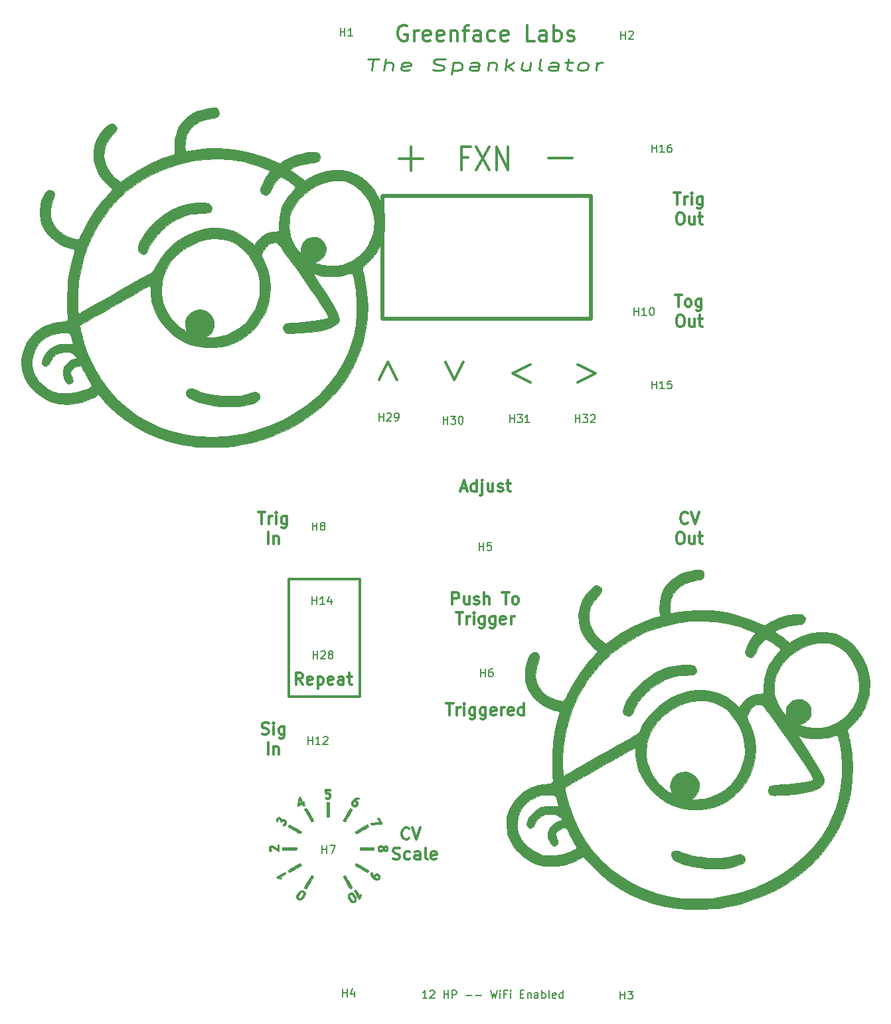
<source format=gbr>
G04 #@! TF.GenerationSoftware,KiCad,Pcbnew,(5.1.2)-1*
G04 #@! TF.CreationDate,2021-03-02T12:14:59-08:00*
G04 #@! TF.ProjectId,SpankulatorPanel,5370616e-6b75-46c6-9174-6f7250616e65,rev?*
G04 #@! TF.SameCoordinates,Original*
G04 #@! TF.FileFunction,Legend,Top*
G04 #@! TF.FilePolarity,Positive*
%FSLAX46Y46*%
G04 Gerber Fmt 4.6, Leading zero omitted, Abs format (unit mm)*
G04 Created by KiCad (PCBNEW (5.1.2)-1) date 2021-03-02 12:14:59*
%MOMM*%
%LPD*%
G04 APERTURE LIST*
%ADD10C,0.300000*%
%ADD11C,0.500000*%
%ADD12C,0.150000*%
%ADD13C,0.250000*%
%ADD14C,0.010000*%
G04 APERTURE END LIST*
D10*
X60000000Y-127490000D02*
X60000000Y-112500000D01*
X68990000Y-127490000D02*
X60000000Y-127490000D01*
X68990000Y-112500000D02*
X68990000Y-127490000D01*
X60000000Y-112500000D02*
X68990000Y-112500000D01*
D11*
X71900000Y-79300000D02*
X71900000Y-63700000D01*
X98500000Y-79300000D02*
X71900000Y-79300000D01*
X98500000Y-63700000D02*
X98500000Y-79300000D01*
X71900000Y-63700000D02*
X98500000Y-63700000D01*
D10*
X81917857Y-100925000D02*
X82632142Y-100925000D01*
X81775000Y-101353571D02*
X82275000Y-99853571D01*
X82775000Y-101353571D01*
X83917857Y-101353571D02*
X83917857Y-99853571D01*
X83917857Y-101282142D02*
X83775000Y-101353571D01*
X83489285Y-101353571D01*
X83346428Y-101282142D01*
X83275000Y-101210714D01*
X83203571Y-101067857D01*
X83203571Y-100639285D01*
X83275000Y-100496428D01*
X83346428Y-100425000D01*
X83489285Y-100353571D01*
X83775000Y-100353571D01*
X83917857Y-100425000D01*
X84632142Y-100353571D02*
X84632142Y-101639285D01*
X84560714Y-101782142D01*
X84417857Y-101853571D01*
X84346428Y-101853571D01*
X84632142Y-99853571D02*
X84560714Y-99925000D01*
X84632142Y-99996428D01*
X84703571Y-99925000D01*
X84632142Y-99853571D01*
X84632142Y-99996428D01*
X85989285Y-100353571D02*
X85989285Y-101353571D01*
X85346428Y-100353571D02*
X85346428Y-101139285D01*
X85417857Y-101282142D01*
X85560714Y-101353571D01*
X85775000Y-101353571D01*
X85917857Y-101282142D01*
X85989285Y-101210714D01*
X86632142Y-101282142D02*
X86775000Y-101353571D01*
X87060714Y-101353571D01*
X87203571Y-101282142D01*
X87275000Y-101139285D01*
X87275000Y-101067857D01*
X87203571Y-100925000D01*
X87060714Y-100853571D01*
X86846428Y-100853571D01*
X86703571Y-100782142D01*
X86632142Y-100639285D01*
X86632142Y-100567857D01*
X86703571Y-100425000D01*
X86846428Y-100353571D01*
X87060714Y-100353571D01*
X87203571Y-100425000D01*
X87703571Y-100353571D02*
X88275000Y-100353571D01*
X87917857Y-99853571D02*
X87917857Y-101139285D01*
X87989285Y-101282142D01*
X88132142Y-101353571D01*
X88275000Y-101353571D01*
X82782142Y-58785714D02*
X81948809Y-58785714D01*
X81948809Y-60357142D02*
X81948809Y-57357142D01*
X83139285Y-57357142D01*
X83853571Y-57357142D02*
X85520238Y-60357142D01*
X85520238Y-57357142D02*
X83853571Y-60357142D01*
X86472619Y-60357142D02*
X86472619Y-57357142D01*
X87901190Y-60357142D01*
X87901190Y-57357142D01*
X80064285Y-128378571D02*
X80921428Y-128378571D01*
X80492857Y-129878571D02*
X80492857Y-128378571D01*
X81421428Y-129878571D02*
X81421428Y-128878571D01*
X81421428Y-129164285D02*
X81492857Y-129021428D01*
X81564285Y-128950000D01*
X81707142Y-128878571D01*
X81850000Y-128878571D01*
X82350000Y-129878571D02*
X82350000Y-128878571D01*
X82350000Y-128378571D02*
X82278571Y-128450000D01*
X82350000Y-128521428D01*
X82421428Y-128450000D01*
X82350000Y-128378571D01*
X82350000Y-128521428D01*
X83707142Y-128878571D02*
X83707142Y-130092857D01*
X83635714Y-130235714D01*
X83564285Y-130307142D01*
X83421428Y-130378571D01*
X83207142Y-130378571D01*
X83064285Y-130307142D01*
X83707142Y-129807142D02*
X83564285Y-129878571D01*
X83278571Y-129878571D01*
X83135714Y-129807142D01*
X83064285Y-129735714D01*
X82992857Y-129592857D01*
X82992857Y-129164285D01*
X83064285Y-129021428D01*
X83135714Y-128950000D01*
X83278571Y-128878571D01*
X83564285Y-128878571D01*
X83707142Y-128950000D01*
X85064285Y-128878571D02*
X85064285Y-130092857D01*
X84992857Y-130235714D01*
X84921428Y-130307142D01*
X84778571Y-130378571D01*
X84564285Y-130378571D01*
X84421428Y-130307142D01*
X85064285Y-129807142D02*
X84921428Y-129878571D01*
X84635714Y-129878571D01*
X84492857Y-129807142D01*
X84421428Y-129735714D01*
X84350000Y-129592857D01*
X84350000Y-129164285D01*
X84421428Y-129021428D01*
X84492857Y-128950000D01*
X84635714Y-128878571D01*
X84921428Y-128878571D01*
X85064285Y-128950000D01*
X86350000Y-129807142D02*
X86207142Y-129878571D01*
X85921428Y-129878571D01*
X85778571Y-129807142D01*
X85707142Y-129664285D01*
X85707142Y-129092857D01*
X85778571Y-128950000D01*
X85921428Y-128878571D01*
X86207142Y-128878571D01*
X86350000Y-128950000D01*
X86421428Y-129092857D01*
X86421428Y-129235714D01*
X85707142Y-129378571D01*
X87064285Y-129878571D02*
X87064285Y-128878571D01*
X87064285Y-129164285D02*
X87135714Y-129021428D01*
X87207142Y-128950000D01*
X87350000Y-128878571D01*
X87492857Y-128878571D01*
X88564285Y-129807142D02*
X88421428Y-129878571D01*
X88135714Y-129878571D01*
X87992857Y-129807142D01*
X87921428Y-129664285D01*
X87921428Y-129092857D01*
X87992857Y-128950000D01*
X88135714Y-128878571D01*
X88421428Y-128878571D01*
X88564285Y-128950000D01*
X88635714Y-129092857D01*
X88635714Y-129235714D01*
X87921428Y-129378571D01*
X89921428Y-129878571D02*
X89921428Y-128378571D01*
X89921428Y-129807142D02*
X89778571Y-129878571D01*
X89492857Y-129878571D01*
X89350000Y-129807142D01*
X89278571Y-129735714D01*
X89207142Y-129592857D01*
X89207142Y-129164285D01*
X89278571Y-129021428D01*
X89350000Y-128950000D01*
X89492857Y-128878571D01*
X89778571Y-128878571D01*
X89921428Y-128950000D01*
X80821428Y-115703571D02*
X80821428Y-114203571D01*
X81392857Y-114203571D01*
X81535714Y-114275000D01*
X81607142Y-114346428D01*
X81678571Y-114489285D01*
X81678571Y-114703571D01*
X81607142Y-114846428D01*
X81535714Y-114917857D01*
X81392857Y-114989285D01*
X80821428Y-114989285D01*
X82964285Y-114703571D02*
X82964285Y-115703571D01*
X82321428Y-114703571D02*
X82321428Y-115489285D01*
X82392857Y-115632142D01*
X82535714Y-115703571D01*
X82750000Y-115703571D01*
X82892857Y-115632142D01*
X82964285Y-115560714D01*
X83607142Y-115632142D02*
X83750000Y-115703571D01*
X84035714Y-115703571D01*
X84178571Y-115632142D01*
X84250000Y-115489285D01*
X84250000Y-115417857D01*
X84178571Y-115275000D01*
X84035714Y-115203571D01*
X83821428Y-115203571D01*
X83678571Y-115132142D01*
X83607142Y-114989285D01*
X83607142Y-114917857D01*
X83678571Y-114775000D01*
X83821428Y-114703571D01*
X84035714Y-114703571D01*
X84178571Y-114775000D01*
X84892857Y-115703571D02*
X84892857Y-114203571D01*
X85535714Y-115703571D02*
X85535714Y-114917857D01*
X85464285Y-114775000D01*
X85321428Y-114703571D01*
X85107142Y-114703571D01*
X84964285Y-114775000D01*
X84892857Y-114846428D01*
X87178571Y-114203571D02*
X88035714Y-114203571D01*
X87607142Y-115703571D02*
X87607142Y-114203571D01*
X88750000Y-115703571D02*
X88607142Y-115632142D01*
X88535714Y-115560714D01*
X88464285Y-115417857D01*
X88464285Y-114989285D01*
X88535714Y-114846428D01*
X88607142Y-114775000D01*
X88750000Y-114703571D01*
X88964285Y-114703571D01*
X89107142Y-114775000D01*
X89178571Y-114846428D01*
X89250000Y-114989285D01*
X89250000Y-115417857D01*
X89178571Y-115560714D01*
X89107142Y-115632142D01*
X88964285Y-115703571D01*
X88750000Y-115703571D01*
X81285714Y-116753571D02*
X82142857Y-116753571D01*
X81714285Y-118253571D02*
X81714285Y-116753571D01*
X82642857Y-118253571D02*
X82642857Y-117253571D01*
X82642857Y-117539285D02*
X82714285Y-117396428D01*
X82785714Y-117325000D01*
X82928571Y-117253571D01*
X83071428Y-117253571D01*
X83571428Y-118253571D02*
X83571428Y-117253571D01*
X83571428Y-116753571D02*
X83500000Y-116825000D01*
X83571428Y-116896428D01*
X83642857Y-116825000D01*
X83571428Y-116753571D01*
X83571428Y-116896428D01*
X84928571Y-117253571D02*
X84928571Y-118467857D01*
X84857142Y-118610714D01*
X84785714Y-118682142D01*
X84642857Y-118753571D01*
X84428571Y-118753571D01*
X84285714Y-118682142D01*
X84928571Y-118182142D02*
X84785714Y-118253571D01*
X84500000Y-118253571D01*
X84357142Y-118182142D01*
X84285714Y-118110714D01*
X84214285Y-117967857D01*
X84214285Y-117539285D01*
X84285714Y-117396428D01*
X84357142Y-117325000D01*
X84500000Y-117253571D01*
X84785714Y-117253571D01*
X84928571Y-117325000D01*
X86285714Y-117253571D02*
X86285714Y-118467857D01*
X86214285Y-118610714D01*
X86142857Y-118682142D01*
X86000000Y-118753571D01*
X85785714Y-118753571D01*
X85642857Y-118682142D01*
X86285714Y-118182142D02*
X86142857Y-118253571D01*
X85857142Y-118253571D01*
X85714285Y-118182142D01*
X85642857Y-118110714D01*
X85571428Y-117967857D01*
X85571428Y-117539285D01*
X85642857Y-117396428D01*
X85714285Y-117325000D01*
X85857142Y-117253571D01*
X86142857Y-117253571D01*
X86285714Y-117325000D01*
X87571428Y-118182142D02*
X87428571Y-118253571D01*
X87142857Y-118253571D01*
X87000000Y-118182142D01*
X86928571Y-118039285D01*
X86928571Y-117467857D01*
X87000000Y-117325000D01*
X87142857Y-117253571D01*
X87428571Y-117253571D01*
X87571428Y-117325000D01*
X87642857Y-117467857D01*
X87642857Y-117610714D01*
X86928571Y-117753571D01*
X88285714Y-118253571D02*
X88285714Y-117253571D01*
X88285714Y-117539285D02*
X88357142Y-117396428D01*
X88428571Y-117325000D01*
X88571428Y-117253571D01*
X88714285Y-117253571D01*
D12*
X77595238Y-165952380D02*
X77023809Y-165952380D01*
X77309523Y-165952380D02*
X77309523Y-164952380D01*
X77214285Y-165095238D01*
X77119047Y-165190476D01*
X77023809Y-165238095D01*
X77976190Y-165047619D02*
X78023809Y-165000000D01*
X78119047Y-164952380D01*
X78357142Y-164952380D01*
X78452380Y-165000000D01*
X78500000Y-165047619D01*
X78547619Y-165142857D01*
X78547619Y-165238095D01*
X78500000Y-165380952D01*
X77928571Y-165952380D01*
X78547619Y-165952380D01*
X79738095Y-165952380D02*
X79738095Y-164952380D01*
X79738095Y-165428571D02*
X80309523Y-165428571D01*
X80309523Y-165952380D02*
X80309523Y-164952380D01*
X80785714Y-165952380D02*
X80785714Y-164952380D01*
X81166666Y-164952380D01*
X81261904Y-165000000D01*
X81309523Y-165047619D01*
X81357142Y-165142857D01*
X81357142Y-165285714D01*
X81309523Y-165380952D01*
X81261904Y-165428571D01*
X81166666Y-165476190D01*
X80785714Y-165476190D01*
X82547619Y-165571428D02*
X83309523Y-165571428D01*
X83785714Y-165571428D02*
X84547619Y-165571428D01*
X85690476Y-164952380D02*
X85928571Y-165952380D01*
X86119047Y-165238095D01*
X86309523Y-165952380D01*
X86547619Y-164952380D01*
X86928571Y-165952380D02*
X86928571Y-165285714D01*
X86928571Y-164952380D02*
X86880952Y-165000000D01*
X86928571Y-165047619D01*
X86976190Y-165000000D01*
X86928571Y-164952380D01*
X86928571Y-165047619D01*
X87738095Y-165428571D02*
X87404761Y-165428571D01*
X87404761Y-165952380D02*
X87404761Y-164952380D01*
X87880952Y-164952380D01*
X88261904Y-165952380D02*
X88261904Y-165285714D01*
X88261904Y-164952380D02*
X88214285Y-165000000D01*
X88261904Y-165047619D01*
X88309523Y-165000000D01*
X88261904Y-164952380D01*
X88261904Y-165047619D01*
X89499999Y-165428571D02*
X89833333Y-165428571D01*
X89976190Y-165952380D02*
X89499999Y-165952380D01*
X89499999Y-164952380D01*
X89976190Y-164952380D01*
X90404761Y-165285714D02*
X90404761Y-165952380D01*
X90404761Y-165380952D02*
X90452380Y-165333333D01*
X90547619Y-165285714D01*
X90690476Y-165285714D01*
X90785714Y-165333333D01*
X90833333Y-165428571D01*
X90833333Y-165952380D01*
X91738095Y-165952380D02*
X91738095Y-165428571D01*
X91690476Y-165333333D01*
X91595238Y-165285714D01*
X91404761Y-165285714D01*
X91309523Y-165333333D01*
X91738095Y-165904761D02*
X91642857Y-165952380D01*
X91404761Y-165952380D01*
X91309523Y-165904761D01*
X91261904Y-165809523D01*
X91261904Y-165714285D01*
X91309523Y-165619047D01*
X91404761Y-165571428D01*
X91642857Y-165571428D01*
X91738095Y-165523809D01*
X92214285Y-165952380D02*
X92214285Y-164952380D01*
X92214285Y-165333333D02*
X92309523Y-165285714D01*
X92499999Y-165285714D01*
X92595238Y-165333333D01*
X92642857Y-165380952D01*
X92690476Y-165476190D01*
X92690476Y-165761904D01*
X92642857Y-165857142D01*
X92595238Y-165904761D01*
X92499999Y-165952380D01*
X92309523Y-165952380D01*
X92214285Y-165904761D01*
X93261904Y-165952380D02*
X93166666Y-165904761D01*
X93119047Y-165809523D01*
X93119047Y-164952380D01*
X94023809Y-165904761D02*
X93928571Y-165952380D01*
X93738095Y-165952380D01*
X93642857Y-165904761D01*
X93595238Y-165809523D01*
X93595238Y-165428571D01*
X93642857Y-165333333D01*
X93738095Y-165285714D01*
X93928571Y-165285714D01*
X94023809Y-165333333D01*
X94071428Y-165428571D01*
X94071428Y-165523809D01*
X93595238Y-165619047D01*
X94928571Y-165952380D02*
X94928571Y-164952380D01*
X94928571Y-165904761D02*
X94833333Y-165952380D01*
X94642857Y-165952380D01*
X94547619Y-165904761D01*
X94500000Y-165857142D01*
X94452380Y-165761904D01*
X94452380Y-165476190D01*
X94500000Y-165380952D01*
X94547619Y-165333333D01*
X94642857Y-165285714D01*
X94833333Y-165285714D01*
X94928571Y-165333333D01*
D10*
X110821428Y-105335714D02*
X110750000Y-105407142D01*
X110535714Y-105478571D01*
X110392857Y-105478571D01*
X110178571Y-105407142D01*
X110035714Y-105264285D01*
X109964285Y-105121428D01*
X109892857Y-104835714D01*
X109892857Y-104621428D01*
X109964285Y-104335714D01*
X110035714Y-104192857D01*
X110178571Y-104050000D01*
X110392857Y-103978571D01*
X110535714Y-103978571D01*
X110750000Y-104050000D01*
X110821428Y-104121428D01*
X111250000Y-103978571D02*
X111750000Y-105478571D01*
X112250000Y-103978571D01*
X109750000Y-106528571D02*
X110035714Y-106528571D01*
X110178571Y-106600000D01*
X110321428Y-106742857D01*
X110392857Y-107028571D01*
X110392857Y-107528571D01*
X110321428Y-107814285D01*
X110178571Y-107957142D01*
X110035714Y-108028571D01*
X109750000Y-108028571D01*
X109607142Y-107957142D01*
X109464285Y-107814285D01*
X109392857Y-107528571D01*
X109392857Y-107028571D01*
X109464285Y-106742857D01*
X109607142Y-106600000D01*
X109750000Y-106528571D01*
X111678571Y-107028571D02*
X111678571Y-108028571D01*
X111035714Y-107028571D02*
X111035714Y-107814285D01*
X111107142Y-107957142D01*
X111250000Y-108028571D01*
X111464285Y-108028571D01*
X111607142Y-107957142D01*
X111678571Y-107885714D01*
X112178571Y-107028571D02*
X112750000Y-107028571D01*
X112392857Y-106528571D02*
X112392857Y-107814285D01*
X112464285Y-107957142D01*
X112607142Y-108028571D01*
X112750000Y-108028571D01*
X75300000Y-145570714D02*
X75228571Y-145642142D01*
X75014285Y-145713571D01*
X74871428Y-145713571D01*
X74657142Y-145642142D01*
X74514285Y-145499285D01*
X74442857Y-145356428D01*
X74371428Y-145070714D01*
X74371428Y-144856428D01*
X74442857Y-144570714D01*
X74514285Y-144427857D01*
X74657142Y-144285000D01*
X74871428Y-144213571D01*
X75014285Y-144213571D01*
X75228571Y-144285000D01*
X75300000Y-144356428D01*
X75728571Y-144213571D02*
X76228571Y-145713571D01*
X76728571Y-144213571D01*
X73264285Y-148192142D02*
X73478571Y-148263571D01*
X73835714Y-148263571D01*
X73978571Y-148192142D01*
X74050000Y-148120714D01*
X74121428Y-147977857D01*
X74121428Y-147835000D01*
X74050000Y-147692142D01*
X73978571Y-147620714D01*
X73835714Y-147549285D01*
X73550000Y-147477857D01*
X73407142Y-147406428D01*
X73335714Y-147335000D01*
X73264285Y-147192142D01*
X73264285Y-147049285D01*
X73335714Y-146906428D01*
X73407142Y-146835000D01*
X73550000Y-146763571D01*
X73907142Y-146763571D01*
X74121428Y-146835000D01*
X75407142Y-148192142D02*
X75264285Y-148263571D01*
X74978571Y-148263571D01*
X74835714Y-148192142D01*
X74764285Y-148120714D01*
X74692857Y-147977857D01*
X74692857Y-147549285D01*
X74764285Y-147406428D01*
X74835714Y-147335000D01*
X74978571Y-147263571D01*
X75264285Y-147263571D01*
X75407142Y-147335000D01*
X76692857Y-148263571D02*
X76692857Y-147477857D01*
X76621428Y-147335000D01*
X76478571Y-147263571D01*
X76192857Y-147263571D01*
X76050000Y-147335000D01*
X76692857Y-148192142D02*
X76550000Y-148263571D01*
X76192857Y-148263571D01*
X76050000Y-148192142D01*
X75978571Y-148049285D01*
X75978571Y-147906428D01*
X76050000Y-147763571D01*
X76192857Y-147692142D01*
X76550000Y-147692142D01*
X76692857Y-147620714D01*
X77621428Y-148263571D02*
X77478571Y-148192142D01*
X77407142Y-148049285D01*
X77407142Y-146763571D01*
X78764285Y-148192142D02*
X78621428Y-148263571D01*
X78335714Y-148263571D01*
X78192857Y-148192142D01*
X78121428Y-148049285D01*
X78121428Y-147477857D01*
X78192857Y-147335000D01*
X78335714Y-147263571D01*
X78621428Y-147263571D01*
X78764285Y-147335000D01*
X78835714Y-147477857D01*
X78835714Y-147620714D01*
X78121428Y-147763571D01*
X56535714Y-132232142D02*
X56750000Y-132303571D01*
X57107142Y-132303571D01*
X57250000Y-132232142D01*
X57321428Y-132160714D01*
X57392857Y-132017857D01*
X57392857Y-131875000D01*
X57321428Y-131732142D01*
X57250000Y-131660714D01*
X57107142Y-131589285D01*
X56821428Y-131517857D01*
X56678571Y-131446428D01*
X56607142Y-131375000D01*
X56535714Y-131232142D01*
X56535714Y-131089285D01*
X56607142Y-130946428D01*
X56678571Y-130875000D01*
X56821428Y-130803571D01*
X57178571Y-130803571D01*
X57392857Y-130875000D01*
X58035714Y-132303571D02*
X58035714Y-131303571D01*
X58035714Y-130803571D02*
X57964285Y-130875000D01*
X58035714Y-130946428D01*
X58107142Y-130875000D01*
X58035714Y-130803571D01*
X58035714Y-130946428D01*
X59392857Y-131303571D02*
X59392857Y-132517857D01*
X59321428Y-132660714D01*
X59250000Y-132732142D01*
X59107142Y-132803571D01*
X58892857Y-132803571D01*
X58750000Y-132732142D01*
X59392857Y-132232142D02*
X59250000Y-132303571D01*
X58964285Y-132303571D01*
X58821428Y-132232142D01*
X58750000Y-132160714D01*
X58678571Y-132017857D01*
X58678571Y-131589285D01*
X58750000Y-131446428D01*
X58821428Y-131375000D01*
X58964285Y-131303571D01*
X59250000Y-131303571D01*
X59392857Y-131375000D01*
X57321428Y-134853571D02*
X57321428Y-133353571D01*
X58035714Y-133853571D02*
X58035714Y-134853571D01*
X58035714Y-133996428D02*
X58107142Y-133925000D01*
X58250000Y-133853571D01*
X58464285Y-133853571D01*
X58607142Y-133925000D01*
X58678571Y-134067857D01*
X58678571Y-134853571D01*
X61722857Y-125948571D02*
X61222857Y-125234285D01*
X60865714Y-125948571D02*
X60865714Y-124448571D01*
X61437142Y-124448571D01*
X61580000Y-124520000D01*
X61651428Y-124591428D01*
X61722857Y-124734285D01*
X61722857Y-124948571D01*
X61651428Y-125091428D01*
X61580000Y-125162857D01*
X61437142Y-125234285D01*
X60865714Y-125234285D01*
X62937142Y-125877142D02*
X62794285Y-125948571D01*
X62508571Y-125948571D01*
X62365714Y-125877142D01*
X62294285Y-125734285D01*
X62294285Y-125162857D01*
X62365714Y-125020000D01*
X62508571Y-124948571D01*
X62794285Y-124948571D01*
X62937142Y-125020000D01*
X63008571Y-125162857D01*
X63008571Y-125305714D01*
X62294285Y-125448571D01*
X63651428Y-124948571D02*
X63651428Y-126448571D01*
X63651428Y-125020000D02*
X63794285Y-124948571D01*
X64080000Y-124948571D01*
X64222857Y-125020000D01*
X64294285Y-125091428D01*
X64365714Y-125234285D01*
X64365714Y-125662857D01*
X64294285Y-125805714D01*
X64222857Y-125877142D01*
X64080000Y-125948571D01*
X63794285Y-125948571D01*
X63651428Y-125877142D01*
X65580000Y-125877142D02*
X65437142Y-125948571D01*
X65151428Y-125948571D01*
X65008571Y-125877142D01*
X64937142Y-125734285D01*
X64937142Y-125162857D01*
X65008571Y-125020000D01*
X65151428Y-124948571D01*
X65437142Y-124948571D01*
X65580000Y-125020000D01*
X65651428Y-125162857D01*
X65651428Y-125305714D01*
X64937142Y-125448571D01*
X66937142Y-125948571D02*
X66937142Y-125162857D01*
X66865714Y-125020000D01*
X66722857Y-124948571D01*
X66437142Y-124948571D01*
X66294285Y-125020000D01*
X66937142Y-125877142D02*
X66794285Y-125948571D01*
X66437142Y-125948571D01*
X66294285Y-125877142D01*
X66222857Y-125734285D01*
X66222857Y-125591428D01*
X66294285Y-125448571D01*
X66437142Y-125377142D01*
X66794285Y-125377142D01*
X66937142Y-125305714D01*
X67437142Y-124948571D02*
X68008571Y-124948571D01*
X67651428Y-124448571D02*
X67651428Y-125734285D01*
X67722857Y-125877142D01*
X67865714Y-125948571D01*
X68008571Y-125948571D01*
X56071428Y-103978571D02*
X56928571Y-103978571D01*
X56500000Y-105478571D02*
X56500000Y-103978571D01*
X57428571Y-105478571D02*
X57428571Y-104478571D01*
X57428571Y-104764285D02*
X57500000Y-104621428D01*
X57571428Y-104550000D01*
X57714285Y-104478571D01*
X57857142Y-104478571D01*
X58357142Y-105478571D02*
X58357142Y-104478571D01*
X58357142Y-103978571D02*
X58285714Y-104050000D01*
X58357142Y-104121428D01*
X58428571Y-104050000D01*
X58357142Y-103978571D01*
X58357142Y-104121428D01*
X59714285Y-104478571D02*
X59714285Y-105692857D01*
X59642857Y-105835714D01*
X59571428Y-105907142D01*
X59428571Y-105978571D01*
X59214285Y-105978571D01*
X59071428Y-105907142D01*
X59714285Y-105407142D02*
X59571428Y-105478571D01*
X59285714Y-105478571D01*
X59142857Y-105407142D01*
X59071428Y-105335714D01*
X59000000Y-105192857D01*
X59000000Y-104764285D01*
X59071428Y-104621428D01*
X59142857Y-104550000D01*
X59285714Y-104478571D01*
X59571428Y-104478571D01*
X59714285Y-104550000D01*
X57321428Y-108028571D02*
X57321428Y-106528571D01*
X58035714Y-107028571D02*
X58035714Y-108028571D01*
X58035714Y-107171428D02*
X58107142Y-107100000D01*
X58250000Y-107028571D01*
X58464285Y-107028571D01*
X58607142Y-107100000D01*
X58678571Y-107242857D01*
X58678571Y-108028571D01*
D13*
X70035491Y-46178571D02*
X71464062Y-46178571D01*
X70562276Y-47678571D02*
X70749776Y-46178571D01*
X72109895Y-47678571D02*
X72297395Y-46178571D01*
X73181324Y-47678571D02*
X73279538Y-46892857D01*
X73178348Y-46750000D01*
X72949181Y-46678571D01*
X72592038Y-46678571D01*
X72345014Y-46750000D01*
X72217038Y-46821428D01*
X75333110Y-47607142D02*
X75086086Y-47678571D01*
X74609895Y-47678571D01*
X74380729Y-47607142D01*
X74279538Y-47464285D01*
X74350967Y-46892857D01*
X74487872Y-46750000D01*
X74734895Y-46678571D01*
X75211086Y-46678571D01*
X75440252Y-46750000D01*
X75541443Y-46892857D01*
X75523586Y-47035714D01*
X74315252Y-47178571D01*
X78309300Y-47607142D02*
X78657514Y-47678571D01*
X79252752Y-47678571D01*
X79499776Y-47607142D01*
X79627752Y-47535714D01*
X79764657Y-47392857D01*
X79782514Y-47250000D01*
X79681324Y-47107142D01*
X79571205Y-47035714D01*
X79342038Y-46964285D01*
X78874776Y-46892857D01*
X78645610Y-46821428D01*
X78535491Y-46750000D01*
X78434300Y-46607142D01*
X78452157Y-46464285D01*
X78589062Y-46321428D01*
X78717038Y-46250000D01*
X78964062Y-46178571D01*
X79559300Y-46178571D01*
X79907514Y-46250000D01*
X80925372Y-46678571D02*
X80737872Y-48178571D01*
X80916443Y-46750000D02*
X81163467Y-46678571D01*
X81639657Y-46678571D01*
X81868824Y-46750000D01*
X81978943Y-46821428D01*
X82080133Y-46964285D01*
X82026562Y-47392857D01*
X81889657Y-47535714D01*
X81761681Y-47607142D01*
X81514657Y-47678571D01*
X81038467Y-47678571D01*
X80809300Y-47607142D01*
X84133705Y-47678571D02*
X84231919Y-46892857D01*
X84130729Y-46750000D01*
X83901562Y-46678571D01*
X83425372Y-46678571D01*
X83178348Y-46750000D01*
X84142633Y-47607142D02*
X83895610Y-47678571D01*
X83300372Y-47678571D01*
X83071205Y-47607142D01*
X82970014Y-47464285D01*
X82987872Y-47321428D01*
X83124776Y-47178571D01*
X83371800Y-47107142D01*
X83967038Y-47107142D01*
X84214062Y-47035714D01*
X85449181Y-46678571D02*
X85324181Y-47678571D01*
X85431324Y-46821428D02*
X85559300Y-46750000D01*
X85806324Y-46678571D01*
X86163467Y-46678571D01*
X86392633Y-46750000D01*
X86493824Y-46892857D01*
X86395610Y-47678571D01*
X87586086Y-47678571D02*
X87773586Y-46178571D01*
X87895610Y-47107142D02*
X88538467Y-47678571D01*
X88663467Y-46678571D02*
X87639657Y-47250000D01*
X90806324Y-46678571D02*
X90681324Y-47678571D01*
X89734895Y-46678571D02*
X89636681Y-47464285D01*
X89737872Y-47607142D01*
X89967038Y-47678571D01*
X90324181Y-47678571D01*
X90571205Y-47607142D01*
X90699181Y-47535714D01*
X92228943Y-47678571D02*
X91999776Y-47607142D01*
X91898586Y-47464285D01*
X92059300Y-46178571D01*
X94252752Y-47678571D02*
X94350967Y-46892857D01*
X94249776Y-46750000D01*
X94020610Y-46678571D01*
X93544419Y-46678571D01*
X93297395Y-46750000D01*
X94261681Y-47607142D02*
X94014657Y-47678571D01*
X93419419Y-47678571D01*
X93190252Y-47607142D01*
X93089062Y-47464285D01*
X93106919Y-47321428D01*
X93243824Y-47178571D01*
X93490848Y-47107142D01*
X94086086Y-47107142D01*
X94333110Y-47035714D01*
X95211086Y-46678571D02*
X96163467Y-46678571D01*
X95630729Y-46178571D02*
X95470014Y-47464285D01*
X95571205Y-47607142D01*
X95800372Y-47678571D01*
X96038467Y-47678571D01*
X97228943Y-47678571D02*
X96999776Y-47607142D01*
X96889657Y-47535714D01*
X96788467Y-47392857D01*
X96842038Y-46964285D01*
X96978943Y-46821428D01*
X97106919Y-46750000D01*
X97353943Y-46678571D01*
X97711086Y-46678571D01*
X97940252Y-46750000D01*
X98050372Y-46821428D01*
X98151562Y-46964285D01*
X98097991Y-47392857D01*
X97961086Y-47535714D01*
X97833110Y-47607142D01*
X97586086Y-47678571D01*
X97228943Y-47678571D01*
X99133705Y-47678571D02*
X99258705Y-46678571D01*
X99222991Y-46964285D02*
X99359895Y-46821428D01*
X99487872Y-46750000D01*
X99734895Y-46678571D01*
X99972991Y-46678571D01*
D10*
X75004761Y-42000000D02*
X74814285Y-41904761D01*
X74528571Y-41904761D01*
X74242857Y-42000000D01*
X74052380Y-42190476D01*
X73957142Y-42380952D01*
X73861904Y-42761904D01*
X73861904Y-43047619D01*
X73957142Y-43428571D01*
X74052380Y-43619047D01*
X74242857Y-43809523D01*
X74528571Y-43904761D01*
X74719047Y-43904761D01*
X75004761Y-43809523D01*
X75099999Y-43714285D01*
X75099999Y-43047619D01*
X74719047Y-43047619D01*
X75957142Y-43904761D02*
X75957142Y-42571428D01*
X75957142Y-42952380D02*
X76052380Y-42761904D01*
X76147619Y-42666666D01*
X76338095Y-42571428D01*
X76528571Y-42571428D01*
X77957142Y-43809523D02*
X77766666Y-43904761D01*
X77385714Y-43904761D01*
X77195238Y-43809523D01*
X77099999Y-43619047D01*
X77099999Y-42857142D01*
X77195238Y-42666666D01*
X77385714Y-42571428D01*
X77766666Y-42571428D01*
X77957142Y-42666666D01*
X78052380Y-42857142D01*
X78052380Y-43047619D01*
X77099999Y-43238095D01*
X79671428Y-43809523D02*
X79480952Y-43904761D01*
X79099999Y-43904761D01*
X78909523Y-43809523D01*
X78814285Y-43619047D01*
X78814285Y-42857142D01*
X78909523Y-42666666D01*
X79099999Y-42571428D01*
X79480952Y-42571428D01*
X79671428Y-42666666D01*
X79766666Y-42857142D01*
X79766666Y-43047619D01*
X78814285Y-43238095D01*
X80623809Y-42571428D02*
X80623809Y-43904761D01*
X80623809Y-42761904D02*
X80719047Y-42666666D01*
X80909523Y-42571428D01*
X81195238Y-42571428D01*
X81385714Y-42666666D01*
X81480952Y-42857142D01*
X81480952Y-43904761D01*
X82147619Y-42571428D02*
X82909523Y-42571428D01*
X82433333Y-43904761D02*
X82433333Y-42190476D01*
X82528571Y-42000000D01*
X82719047Y-41904761D01*
X82909523Y-41904761D01*
X84433333Y-43904761D02*
X84433333Y-42857142D01*
X84338095Y-42666666D01*
X84147619Y-42571428D01*
X83766666Y-42571428D01*
X83576190Y-42666666D01*
X84433333Y-43809523D02*
X84242857Y-43904761D01*
X83766666Y-43904761D01*
X83576190Y-43809523D01*
X83480952Y-43619047D01*
X83480952Y-43428571D01*
X83576190Y-43238095D01*
X83766666Y-43142857D01*
X84242857Y-43142857D01*
X84433333Y-43047619D01*
X86242857Y-43809523D02*
X86052380Y-43904761D01*
X85671428Y-43904761D01*
X85480952Y-43809523D01*
X85385714Y-43714285D01*
X85290476Y-43523809D01*
X85290476Y-42952380D01*
X85385714Y-42761904D01*
X85480952Y-42666666D01*
X85671428Y-42571428D01*
X86052380Y-42571428D01*
X86242857Y-42666666D01*
X87861904Y-43809523D02*
X87671428Y-43904761D01*
X87290476Y-43904761D01*
X87100000Y-43809523D01*
X87004761Y-43619047D01*
X87004761Y-42857142D01*
X87100000Y-42666666D01*
X87290476Y-42571428D01*
X87671428Y-42571428D01*
X87861904Y-42666666D01*
X87957142Y-42857142D01*
X87957142Y-43047619D01*
X87004761Y-43238095D01*
X91290476Y-43904761D02*
X90338095Y-43904761D01*
X90338095Y-41904761D01*
X92814285Y-43904761D02*
X92814285Y-42857142D01*
X92719047Y-42666666D01*
X92528571Y-42571428D01*
X92147619Y-42571428D01*
X91957142Y-42666666D01*
X92814285Y-43809523D02*
X92623809Y-43904761D01*
X92147619Y-43904761D01*
X91957142Y-43809523D01*
X91861904Y-43619047D01*
X91861904Y-43428571D01*
X91957142Y-43238095D01*
X92147619Y-43142857D01*
X92623809Y-43142857D01*
X92814285Y-43047619D01*
X93766666Y-43904761D02*
X93766666Y-41904761D01*
X93766666Y-42666666D02*
X93957142Y-42571428D01*
X94338095Y-42571428D01*
X94528571Y-42666666D01*
X94623809Y-42761904D01*
X94719047Y-42952380D01*
X94719047Y-43523809D01*
X94623809Y-43714285D01*
X94528571Y-43809523D01*
X94338095Y-43904761D01*
X93957142Y-43904761D01*
X93766666Y-43809523D01*
X95480952Y-43809523D02*
X95671428Y-43904761D01*
X96052380Y-43904761D01*
X96242857Y-43809523D01*
X96338095Y-43619047D01*
X96338095Y-43523809D01*
X96242857Y-43333333D01*
X96052380Y-43238095D01*
X95766666Y-43238095D01*
X95576190Y-43142857D01*
X95480952Y-42952380D01*
X95480952Y-42857142D01*
X95576190Y-42666666D01*
X95766666Y-42571428D01*
X96052380Y-42571428D01*
X96242857Y-42666666D01*
X93066190Y-58865714D02*
X96113809Y-58865714D01*
X74056190Y-58935714D02*
X77103809Y-58935714D01*
X75580000Y-60459523D02*
X75580000Y-57411904D01*
X96757142Y-85142857D02*
X99042857Y-86285714D01*
X96757142Y-87428571D01*
X90742857Y-85142857D02*
X88457142Y-86285714D01*
X90742857Y-87428571D01*
X79942857Y-84857142D02*
X81085714Y-87142857D01*
X82228571Y-84857142D01*
X73757142Y-87142857D02*
X72614285Y-84857142D01*
X71471428Y-87142857D01*
X109214285Y-76303571D02*
X110071428Y-76303571D01*
X109642857Y-77803571D02*
X109642857Y-76303571D01*
X110785714Y-77803571D02*
X110642857Y-77732142D01*
X110571428Y-77660714D01*
X110500000Y-77517857D01*
X110500000Y-77089285D01*
X110571428Y-76946428D01*
X110642857Y-76875000D01*
X110785714Y-76803571D01*
X111000000Y-76803571D01*
X111142857Y-76875000D01*
X111214285Y-76946428D01*
X111285714Y-77089285D01*
X111285714Y-77517857D01*
X111214285Y-77660714D01*
X111142857Y-77732142D01*
X111000000Y-77803571D01*
X110785714Y-77803571D01*
X112571428Y-76803571D02*
X112571428Y-78017857D01*
X112500000Y-78160714D01*
X112428571Y-78232142D01*
X112285714Y-78303571D01*
X112071428Y-78303571D01*
X111928571Y-78232142D01*
X112571428Y-77732142D02*
X112428571Y-77803571D01*
X112142857Y-77803571D01*
X112000000Y-77732142D01*
X111928571Y-77660714D01*
X111857142Y-77517857D01*
X111857142Y-77089285D01*
X111928571Y-76946428D01*
X112000000Y-76875000D01*
X112142857Y-76803571D01*
X112428571Y-76803571D01*
X112571428Y-76875000D01*
X109750000Y-78853571D02*
X110035714Y-78853571D01*
X110178571Y-78925000D01*
X110321428Y-79067857D01*
X110392857Y-79353571D01*
X110392857Y-79853571D01*
X110321428Y-80139285D01*
X110178571Y-80282142D01*
X110035714Y-80353571D01*
X109750000Y-80353571D01*
X109607142Y-80282142D01*
X109464285Y-80139285D01*
X109392857Y-79853571D01*
X109392857Y-79353571D01*
X109464285Y-79067857D01*
X109607142Y-78925000D01*
X109750000Y-78853571D01*
X111678571Y-79353571D02*
X111678571Y-80353571D01*
X111035714Y-79353571D02*
X111035714Y-80139285D01*
X111107142Y-80282142D01*
X111250000Y-80353571D01*
X111464285Y-80353571D01*
X111607142Y-80282142D01*
X111678571Y-80210714D01*
X112178571Y-79353571D02*
X112750000Y-79353571D01*
X112392857Y-78853571D02*
X112392857Y-80139285D01*
X112464285Y-80282142D01*
X112607142Y-80353571D01*
X112750000Y-80353571D01*
X109071428Y-63228571D02*
X109928571Y-63228571D01*
X109500000Y-64728571D02*
X109500000Y-63228571D01*
X110428571Y-64728571D02*
X110428571Y-63728571D01*
X110428571Y-64014285D02*
X110500000Y-63871428D01*
X110571428Y-63800000D01*
X110714285Y-63728571D01*
X110857142Y-63728571D01*
X111357142Y-64728571D02*
X111357142Y-63728571D01*
X111357142Y-63228571D02*
X111285714Y-63300000D01*
X111357142Y-63371428D01*
X111428571Y-63300000D01*
X111357142Y-63228571D01*
X111357142Y-63371428D01*
X112714285Y-63728571D02*
X112714285Y-64942857D01*
X112642857Y-65085714D01*
X112571428Y-65157142D01*
X112428571Y-65228571D01*
X112214285Y-65228571D01*
X112071428Y-65157142D01*
X112714285Y-64657142D02*
X112571428Y-64728571D01*
X112285714Y-64728571D01*
X112142857Y-64657142D01*
X112071428Y-64585714D01*
X112000000Y-64442857D01*
X112000000Y-64014285D01*
X112071428Y-63871428D01*
X112142857Y-63800000D01*
X112285714Y-63728571D01*
X112571428Y-63728571D01*
X112714285Y-63800000D01*
X109750000Y-65778571D02*
X110035714Y-65778571D01*
X110178571Y-65850000D01*
X110321428Y-65992857D01*
X110392857Y-66278571D01*
X110392857Y-66778571D01*
X110321428Y-67064285D01*
X110178571Y-67207142D01*
X110035714Y-67278571D01*
X109750000Y-67278571D01*
X109607142Y-67207142D01*
X109464285Y-67064285D01*
X109392857Y-66778571D01*
X109392857Y-66278571D01*
X109464285Y-65992857D01*
X109607142Y-65850000D01*
X109750000Y-65778571D01*
X111678571Y-66278571D02*
X111678571Y-67278571D01*
X111035714Y-66278571D02*
X111035714Y-67064285D01*
X111107142Y-67207142D01*
X111250000Y-67278571D01*
X111464285Y-67278571D01*
X111607142Y-67207142D01*
X111678571Y-67135714D01*
X112178571Y-66278571D02*
X112750000Y-66278571D01*
X112392857Y-65778571D02*
X112392857Y-67064285D01*
X112464285Y-67207142D01*
X112607142Y-67278571D01*
X112750000Y-67278571D01*
D14*
G36*
X57443651Y-146693472D02*
G01*
X57504353Y-146586644D01*
X57591457Y-146508161D01*
X57701812Y-146468635D01*
X57743639Y-146465953D01*
X57843058Y-146479169D01*
X57958255Y-146520091D01*
X58097168Y-146592343D01*
X58267733Y-146699552D01*
X58294933Y-146717788D01*
X58508888Y-146862164D01*
X58508888Y-146380666D01*
X58734666Y-146380666D01*
X58734666Y-146818111D01*
X58733362Y-146997120D01*
X58729181Y-147124968D01*
X58721719Y-147206887D01*
X58710569Y-147248105D01*
X58700825Y-147255555D01*
X58666937Y-147240433D01*
X58595308Y-147198669D01*
X58494661Y-147135671D01*
X58373720Y-147056842D01*
X58293576Y-147003204D01*
X58109854Y-146883277D01*
X57963900Y-146798204D01*
X57850765Y-146745938D01*
X57765505Y-146724435D01*
X57703173Y-146731649D01*
X57676023Y-146747812D01*
X57641775Y-146808516D01*
X57635256Y-146894902D01*
X57655183Y-146984231D01*
X57692849Y-147046448D01*
X57731544Y-147094024D01*
X57732728Y-147132163D01*
X57703714Y-147182323D01*
X57651344Y-147241662D01*
X57599628Y-147248062D01*
X57537582Y-147202131D01*
X57527910Y-147192055D01*
X57451481Y-147077939D01*
X57414062Y-146949729D01*
X57412503Y-146818037D01*
X57443651Y-146693472D01*
X57443651Y-146693472D01*
G37*
X57443651Y-146693472D02*
X57504353Y-146586644D01*
X57591457Y-146508161D01*
X57701812Y-146468635D01*
X57743639Y-146465953D01*
X57843058Y-146479169D01*
X57958255Y-146520091D01*
X58097168Y-146592343D01*
X58267733Y-146699552D01*
X58294933Y-146717788D01*
X58508888Y-146862164D01*
X58508888Y-146380666D01*
X58734666Y-146380666D01*
X58734666Y-146818111D01*
X58733362Y-146997120D01*
X58729181Y-147124968D01*
X58721719Y-147206887D01*
X58710569Y-147248105D01*
X58700825Y-147255555D01*
X58666937Y-147240433D01*
X58595308Y-147198669D01*
X58494661Y-147135671D01*
X58373720Y-147056842D01*
X58293576Y-147003204D01*
X58109854Y-146883277D01*
X57963900Y-146798204D01*
X57850765Y-146745938D01*
X57765505Y-146724435D01*
X57703173Y-146731649D01*
X57676023Y-146747812D01*
X57641775Y-146808516D01*
X57635256Y-146894902D01*
X57655183Y-146984231D01*
X57692849Y-147046448D01*
X57731544Y-147094024D01*
X57732728Y-147132163D01*
X57703714Y-147182323D01*
X57651344Y-147241662D01*
X57599628Y-147248062D01*
X57537582Y-147202131D01*
X57527910Y-147192055D01*
X57451481Y-147077939D01*
X57414062Y-146949729D01*
X57412503Y-146818037D01*
X57443651Y-146693472D01*
G36*
X58395143Y-150492335D02*
G01*
X58466483Y-150437360D01*
X58586838Y-150358475D01*
X58755408Y-150256218D01*
X58853394Y-150198887D01*
X59043935Y-150088600D01*
X59191311Y-150003747D01*
X59301094Y-149941288D01*
X59378855Y-149898181D01*
X59430166Y-149871385D01*
X59460598Y-149857861D01*
X59475721Y-149854567D01*
X59480219Y-149856769D01*
X59535102Y-149937341D01*
X59571534Y-150003814D01*
X59580987Y-150034668D01*
X59557921Y-150060753D01*
X59496514Y-150105991D01*
X59407955Y-150162466D01*
X59362264Y-150189413D01*
X59236705Y-150261828D01*
X59104854Y-150338055D01*
X58992240Y-150403332D01*
X58977417Y-150411945D01*
X58810946Y-150508730D01*
X58914178Y-150571034D01*
X58993993Y-150621035D01*
X59028668Y-150653729D01*
X59021618Y-150680589D01*
X58976259Y-150713088D01*
X58959518Y-150723326D01*
X58895403Y-150757942D01*
X58852076Y-150762088D01*
X58804062Y-150737631D01*
X58800065Y-150735026D01*
X58737833Y-150702059D01*
X58644241Y-150661029D01*
X58557230Y-150627387D01*
X58466392Y-150589136D01*
X58400121Y-150551057D01*
X58373617Y-150522860D01*
X58395143Y-150492335D01*
X58395143Y-150492335D01*
G37*
X58395143Y-150492335D02*
X58466483Y-150437360D01*
X58586838Y-150358475D01*
X58755408Y-150256218D01*
X58853394Y-150198887D01*
X59043935Y-150088600D01*
X59191311Y-150003747D01*
X59301094Y-149941288D01*
X59378855Y-149898181D01*
X59430166Y-149871385D01*
X59460598Y-149857861D01*
X59475721Y-149854567D01*
X59480219Y-149856769D01*
X59535102Y-149937341D01*
X59571534Y-150003814D01*
X59580987Y-150034668D01*
X59557921Y-150060753D01*
X59496514Y-150105991D01*
X59407955Y-150162466D01*
X59362264Y-150189413D01*
X59236705Y-150261828D01*
X59104854Y-150338055D01*
X58992240Y-150403332D01*
X58977417Y-150411945D01*
X58810946Y-150508730D01*
X58914178Y-150571034D01*
X58993993Y-150621035D01*
X59028668Y-150653729D01*
X59021618Y-150680589D01*
X58976259Y-150713088D01*
X58959518Y-150723326D01*
X58895403Y-150757942D01*
X58852076Y-150762088D01*
X58804062Y-150737631D01*
X58800065Y-150735026D01*
X58737833Y-150702059D01*
X58644241Y-150661029D01*
X58557230Y-150627387D01*
X58466392Y-150589136D01*
X58400121Y-150551057D01*
X58373617Y-150522860D01*
X58395143Y-150492335D01*
G36*
X58360901Y-143147177D02*
G01*
X58419153Y-143022236D01*
X58505636Y-142923980D01*
X58611674Y-142860493D01*
X58728591Y-142839859D01*
X58808363Y-142853925D01*
X58893432Y-142899398D01*
X58971463Y-142969612D01*
X59027034Y-143047884D01*
X59045111Y-143110047D01*
X59053252Y-143148038D01*
X59087570Y-143142310D01*
X59099700Y-143136104D01*
X59212153Y-143105533D01*
X59335283Y-143118888D01*
X59453321Y-143170225D01*
X59550497Y-143253606D01*
X59595315Y-143322820D01*
X59630295Y-143427207D01*
X59629490Y-143533298D01*
X59596611Y-143652842D01*
X59516112Y-143800243D01*
X59395927Y-143914232D01*
X59345877Y-143944207D01*
X59289724Y-143970291D01*
X59261655Y-143977301D01*
X59261210Y-143976803D01*
X59245950Y-143948594D01*
X59213890Y-143890530D01*
X59205748Y-143875869D01*
X59174135Y-143814957D01*
X59172414Y-143784513D01*
X59202853Y-143765785D01*
X59219860Y-143759163D01*
X59307359Y-143703910D01*
X59371535Y-143622754D01*
X59402345Y-143532684D01*
X59395108Y-143462598D01*
X59349147Y-143407476D01*
X59271315Y-143363505D01*
X59186189Y-143342074D01*
X59141206Y-143344929D01*
X59076022Y-143380735D01*
X59028263Y-143431660D01*
X58994204Y-143477209D01*
X58962490Y-143484772D01*
X58909340Y-143458318D01*
X58900348Y-143453020D01*
X58841336Y-143403089D01*
X58836088Y-143361530D01*
X58865710Y-143271769D01*
X58862967Y-143209800D01*
X58832604Y-143162405D01*
X58763456Y-143118949D01*
X58680836Y-143109391D01*
X58609053Y-143134914D01*
X58592328Y-143150701D01*
X58563515Y-143207360D01*
X58541040Y-143288116D01*
X58539159Y-143298867D01*
X58521975Y-143368963D01*
X58489526Y-143400838D01*
X58430953Y-143412066D01*
X58375288Y-143414837D01*
X58348593Y-143399464D01*
X58340218Y-143351808D01*
X58339555Y-143290720D01*
X58360901Y-143147177D01*
X58360901Y-143147177D01*
G37*
X58360901Y-143147177D02*
X58419153Y-143022236D01*
X58505636Y-142923980D01*
X58611674Y-142860493D01*
X58728591Y-142839859D01*
X58808363Y-142853925D01*
X58893432Y-142899398D01*
X58971463Y-142969612D01*
X59027034Y-143047884D01*
X59045111Y-143110047D01*
X59053252Y-143148038D01*
X59087570Y-143142310D01*
X59099700Y-143136104D01*
X59212153Y-143105533D01*
X59335283Y-143118888D01*
X59453321Y-143170225D01*
X59550497Y-143253606D01*
X59595315Y-143322820D01*
X59630295Y-143427207D01*
X59629490Y-143533298D01*
X59596611Y-143652842D01*
X59516112Y-143800243D01*
X59395927Y-143914232D01*
X59345877Y-143944207D01*
X59289724Y-143970291D01*
X59261655Y-143977301D01*
X59261210Y-143976803D01*
X59245950Y-143948594D01*
X59213890Y-143890530D01*
X59205748Y-143875869D01*
X59174135Y-143814957D01*
X59172414Y-143784513D01*
X59202853Y-143765785D01*
X59219860Y-143759163D01*
X59307359Y-143703910D01*
X59371535Y-143622754D01*
X59402345Y-143532684D01*
X59395108Y-143462598D01*
X59349147Y-143407476D01*
X59271315Y-143363505D01*
X59186189Y-143342074D01*
X59141206Y-143344929D01*
X59076022Y-143380735D01*
X59028263Y-143431660D01*
X58994204Y-143477209D01*
X58962490Y-143484772D01*
X58909340Y-143458318D01*
X58900348Y-143453020D01*
X58841336Y-143403089D01*
X58836088Y-143361530D01*
X58865710Y-143271769D01*
X58862967Y-143209800D01*
X58832604Y-143162405D01*
X58763456Y-143118949D01*
X58680836Y-143109391D01*
X58609053Y-143134914D01*
X58592328Y-143150701D01*
X58563515Y-143207360D01*
X58541040Y-143288116D01*
X58539159Y-143298867D01*
X58521975Y-143368963D01*
X58489526Y-143400838D01*
X58430953Y-143412066D01*
X58375288Y-143414837D01*
X58348593Y-143399464D01*
X58340218Y-143351808D01*
X58339555Y-143290720D01*
X58360901Y-143147177D01*
G36*
X60964222Y-146691111D02*
G01*
X60964222Y-146847219D01*
X60957687Y-146951028D01*
X60939004Y-147008512D01*
X60928684Y-147016964D01*
X60892614Y-147020086D01*
X60807199Y-147022488D01*
X60679535Y-147024122D01*
X60516720Y-147024942D01*
X60325847Y-147024900D01*
X60114015Y-147023949D01*
X60004407Y-147023133D01*
X59115666Y-147015666D01*
X59107202Y-146853388D01*
X59098738Y-146691111D01*
X60964222Y-146691111D01*
X60964222Y-146691111D01*
G37*
X60964222Y-146691111D02*
X60964222Y-146847219D01*
X60957687Y-146951028D01*
X60939004Y-147008512D01*
X60928684Y-147016964D01*
X60892614Y-147020086D01*
X60807199Y-147022488D01*
X60679535Y-147024122D01*
X60516720Y-147024942D01*
X60325847Y-147024900D01*
X60114015Y-147023949D01*
X60004407Y-147023133D01*
X59115666Y-147015666D01*
X59107202Y-146853388D01*
X59098738Y-146691111D01*
X60964222Y-146691111D01*
G36*
X59851801Y-144028078D02*
G01*
X59875299Y-143962924D01*
X59909907Y-143889800D01*
X59946335Y-143828721D01*
X59970993Y-143801702D01*
X60001027Y-143811106D01*
X60072809Y-143845304D01*
X60179358Y-143900608D01*
X60313690Y-143973333D01*
X60468824Y-144059790D01*
X60585230Y-144126033D01*
X60829913Y-144266560D01*
X61029975Y-144381878D01*
X61189841Y-144474716D01*
X61313939Y-144547802D01*
X61406692Y-144603862D01*
X61472528Y-144645625D01*
X61515872Y-144675818D01*
X61541149Y-144697170D01*
X61552785Y-144712407D01*
X61555228Y-144723871D01*
X61539682Y-144766842D01*
X61502553Y-144834677D01*
X61484261Y-144863722D01*
X61440330Y-144927265D01*
X61409747Y-144965022D01*
X61403454Y-144969555D01*
X61385688Y-144961347D01*
X61338275Y-144935722D01*
X61258584Y-144891182D01*
X61143982Y-144826227D01*
X60991838Y-144739358D01*
X60799521Y-144629075D01*
X60564399Y-144493880D01*
X60283841Y-144332272D01*
X60195491Y-144281339D01*
X60072653Y-144209378D01*
X59968048Y-144145953D01*
X59891196Y-144096997D01*
X59851623Y-144068445D01*
X59848701Y-144065242D01*
X59851801Y-144028078D01*
X59851801Y-144028078D01*
G37*
X59851801Y-144028078D02*
X59875299Y-143962924D01*
X59909907Y-143889800D01*
X59946335Y-143828721D01*
X59970993Y-143801702D01*
X60001027Y-143811106D01*
X60072809Y-143845304D01*
X60179358Y-143900608D01*
X60313690Y-143973333D01*
X60468824Y-144059790D01*
X60585230Y-144126033D01*
X60829913Y-144266560D01*
X61029975Y-144381878D01*
X61189841Y-144474716D01*
X61313939Y-144547802D01*
X61406692Y-144603862D01*
X61472528Y-144645625D01*
X61515872Y-144675818D01*
X61541149Y-144697170D01*
X61552785Y-144712407D01*
X61555228Y-144723871D01*
X61539682Y-144766842D01*
X61502553Y-144834677D01*
X61484261Y-144863722D01*
X61440330Y-144927265D01*
X61409747Y-144965022D01*
X61403454Y-144969555D01*
X61385688Y-144961347D01*
X61338275Y-144935722D01*
X61258584Y-144891182D01*
X61143982Y-144826227D01*
X60991838Y-144739358D01*
X60799521Y-144629075D01*
X60564399Y-144493880D01*
X60283841Y-144332272D01*
X60195491Y-144281339D01*
X60072653Y-144209378D01*
X59968048Y-144145953D01*
X59891196Y-144096997D01*
X59851623Y-144068445D01*
X59848701Y-144065242D01*
X59851801Y-144028078D01*
G36*
X59858874Y-149639422D02*
G01*
X59925470Y-149595151D01*
X60029081Y-149530412D01*
X60163667Y-149448897D01*
X60323187Y-149354296D01*
X60501602Y-149250301D01*
X60562055Y-149215437D01*
X60748625Y-149107997D01*
X60921547Y-149008192D01*
X61074126Y-148919903D01*
X61199667Y-148847012D01*
X61291474Y-148793401D01*
X61342851Y-148762954D01*
X61348965Y-148759181D01*
X61386534Y-148740726D01*
X61416115Y-148749321D01*
X61450695Y-148793473D01*
X61483021Y-148847005D01*
X61524997Y-148922961D01*
X61551496Y-148979246D01*
X61556336Y-148996247D01*
X61532871Y-149017085D01*
X61468034Y-149060785D01*
X61369606Y-149122462D01*
X61245368Y-149197230D01*
X61114850Y-149273444D01*
X60941137Y-149373635D01*
X60754571Y-149481448D01*
X60572769Y-149586690D01*
X60413347Y-149679166D01*
X60346654Y-149717944D01*
X60223850Y-149788235D01*
X60117635Y-149846793D01*
X60037912Y-149888322D01*
X59994586Y-149907524D01*
X59990863Y-149908227D01*
X59962523Y-149885730D01*
X59921278Y-149830823D01*
X59878674Y-149761971D01*
X59846260Y-149697635D01*
X59835333Y-149659533D01*
X59858874Y-149639422D01*
X59858874Y-149639422D01*
G37*
X59858874Y-149639422D02*
X59925470Y-149595151D01*
X60029081Y-149530412D01*
X60163667Y-149448897D01*
X60323187Y-149354296D01*
X60501602Y-149250301D01*
X60562055Y-149215437D01*
X60748625Y-149107997D01*
X60921547Y-149008192D01*
X61074126Y-148919903D01*
X61199667Y-148847012D01*
X61291474Y-148793401D01*
X61342851Y-148762954D01*
X61348965Y-148759181D01*
X61386534Y-148740726D01*
X61416115Y-148749321D01*
X61450695Y-148793473D01*
X61483021Y-148847005D01*
X61524997Y-148922961D01*
X61551496Y-148979246D01*
X61556336Y-148996247D01*
X61532871Y-149017085D01*
X61468034Y-149060785D01*
X61369606Y-149122462D01*
X61245368Y-149197230D01*
X61114850Y-149273444D01*
X60941137Y-149373635D01*
X60754571Y-149481448D01*
X60572769Y-149586690D01*
X60413347Y-149679166D01*
X60346654Y-149717944D01*
X60223850Y-149788235D01*
X60117635Y-149846793D01*
X60037912Y-149888322D01*
X59994586Y-149907524D01*
X59990863Y-149908227D01*
X59962523Y-149885730D01*
X59921278Y-149830823D01*
X59878674Y-149761971D01*
X59846260Y-149697635D01*
X59835333Y-149659533D01*
X59858874Y-149639422D01*
G36*
X61056958Y-141285993D02*
G01*
X61068208Y-141207653D01*
X61088376Y-141095878D01*
X61118250Y-140942695D01*
X61147414Y-140796259D01*
X61188275Y-140598007D01*
X61222321Y-140449371D01*
X61251543Y-140344214D01*
X61277933Y-140276399D01*
X61303483Y-140239791D01*
X61330183Y-140228251D01*
X61331754Y-140228222D01*
X61353248Y-140251278D01*
X61396667Y-140314416D01*
X61456145Y-140408588D01*
X61525815Y-140524746D01*
X61542174Y-140552777D01*
X61612657Y-140672476D01*
X61673276Y-140772267D01*
X61718413Y-140843138D01*
X61742452Y-140876072D01*
X61744398Y-140877333D01*
X61777585Y-140865593D01*
X61809604Y-140849798D01*
X61849273Y-140839771D01*
X61878678Y-140869420D01*
X61896298Y-140907348D01*
X61916619Y-140970157D01*
X61906742Y-141006979D01*
X61883498Y-141027563D01*
X61857591Y-141052392D01*
X61855166Y-141083548D01*
X61878588Y-141136899D01*
X61907499Y-141188735D01*
X61948612Y-141263859D01*
X61974858Y-141317945D01*
X61979882Y-141333173D01*
X61958585Y-141358600D01*
X61905326Y-141398672D01*
X61888518Y-141409630D01*
X61796815Y-141467693D01*
X61734684Y-141363013D01*
X61689807Y-141287581D01*
X61654162Y-141227975D01*
X61647442Y-141216822D01*
X61627964Y-141202460D01*
X61591471Y-141207428D01*
X61529315Y-141235119D01*
X61432853Y-141288925D01*
X61372115Y-141324852D01*
X61285599Y-141375797D01*
X61285599Y-141123451D01*
X61315862Y-141118999D01*
X61377064Y-141092210D01*
X61412939Y-141073092D01*
X61526701Y-141009155D01*
X61450072Y-140872717D01*
X61405349Y-140797867D01*
X61370585Y-140748298D01*
X61357156Y-140736251D01*
X61344040Y-140761334D01*
X61326991Y-140825041D01*
X61309219Y-140910004D01*
X61293933Y-140998858D01*
X61284343Y-141074235D01*
X61283657Y-141118769D01*
X61285599Y-141123451D01*
X61285599Y-141375797D01*
X61259077Y-141391415D01*
X61184073Y-141431608D01*
X61137208Y-141448869D01*
X61108583Y-141446637D01*
X61088303Y-141428350D01*
X61085394Y-141424469D01*
X61068843Y-141400136D01*
X61058062Y-141374261D01*
X61053838Y-141338871D01*
X61056958Y-141285993D01*
X61056958Y-141285993D01*
G37*
X61056958Y-141285993D02*
X61068208Y-141207653D01*
X61088376Y-141095878D01*
X61118250Y-140942695D01*
X61147414Y-140796259D01*
X61188275Y-140598007D01*
X61222321Y-140449371D01*
X61251543Y-140344214D01*
X61277933Y-140276399D01*
X61303483Y-140239791D01*
X61330183Y-140228251D01*
X61331754Y-140228222D01*
X61353248Y-140251278D01*
X61396667Y-140314416D01*
X61456145Y-140408588D01*
X61525815Y-140524746D01*
X61542174Y-140552777D01*
X61612657Y-140672476D01*
X61673276Y-140772267D01*
X61718413Y-140843138D01*
X61742452Y-140876072D01*
X61744398Y-140877333D01*
X61777585Y-140865593D01*
X61809604Y-140849798D01*
X61849273Y-140839771D01*
X61878678Y-140869420D01*
X61896298Y-140907348D01*
X61916619Y-140970157D01*
X61906742Y-141006979D01*
X61883498Y-141027563D01*
X61857591Y-141052392D01*
X61855166Y-141083548D01*
X61878588Y-141136899D01*
X61907499Y-141188735D01*
X61948612Y-141263859D01*
X61974858Y-141317945D01*
X61979882Y-141333173D01*
X61958585Y-141358600D01*
X61905326Y-141398672D01*
X61888518Y-141409630D01*
X61796815Y-141467693D01*
X61734684Y-141363013D01*
X61689807Y-141287581D01*
X61654162Y-141227975D01*
X61647442Y-141216822D01*
X61627964Y-141202460D01*
X61591471Y-141207428D01*
X61529315Y-141235119D01*
X61432853Y-141288925D01*
X61372115Y-141324852D01*
X61285599Y-141375797D01*
X61285599Y-141123451D01*
X61315862Y-141118999D01*
X61377064Y-141092210D01*
X61412939Y-141073092D01*
X61526701Y-141009155D01*
X61450072Y-140872717D01*
X61405349Y-140797867D01*
X61370585Y-140748298D01*
X61357156Y-140736251D01*
X61344040Y-140761334D01*
X61326991Y-140825041D01*
X61309219Y-140910004D01*
X61293933Y-140998858D01*
X61284343Y-141074235D01*
X61283657Y-141118769D01*
X61285599Y-141123451D01*
X61285599Y-141375797D01*
X61259077Y-141391415D01*
X61184073Y-141431608D01*
X61137208Y-141448869D01*
X61108583Y-141446637D01*
X61088303Y-141428350D01*
X61085394Y-141424469D01*
X61068843Y-141400136D01*
X61058062Y-141374261D01*
X61053838Y-141338871D01*
X61056958Y-141285993D01*
G36*
X60922793Y-152931254D02*
G01*
X60978543Y-152766970D01*
X61037826Y-152656416D01*
X61174523Y-152459623D01*
X61315981Y-152317972D01*
X61463803Y-152230250D01*
X61619592Y-152195241D01*
X61647990Y-152194444D01*
X61783547Y-152220152D01*
X61903628Y-152289895D01*
X61997109Y-152392606D01*
X62052864Y-152517215D01*
X62063568Y-152607931D01*
X62052345Y-152683264D01*
X62025602Y-152778989D01*
X62011540Y-152817941D01*
X61906005Y-153028682D01*
X61771084Y-153202257D01*
X61612687Y-153332152D01*
X61488665Y-153394498D01*
X61338797Y-153427629D01*
X61322426Y-153425067D01*
X61322426Y-153210444D01*
X61412684Y-153184672D01*
X61513134Y-153111840D01*
X61616847Y-152998671D01*
X61716895Y-152851890D01*
X61747573Y-152797872D01*
X61807844Y-152674092D01*
X61833288Y-152583042D01*
X61824840Y-152513782D01*
X61783436Y-152455371D01*
X61777345Y-152449543D01*
X61697754Y-152401822D01*
X61612322Y-152403835D01*
X61518639Y-152456818D01*
X61414298Y-152562007D01*
X61322550Y-152683120D01*
X61222206Y-152836777D01*
X61160273Y-152955567D01*
X61134574Y-153043849D01*
X61133555Y-153061383D01*
X61158992Y-153134000D01*
X61224934Y-153187745D01*
X61315828Y-153210345D01*
X61322426Y-153210444D01*
X61322426Y-153425067D01*
X61202011Y-153406222D01*
X61074692Y-153329659D01*
X61065874Y-153322071D01*
X60966344Y-153206089D01*
X60918689Y-153076722D01*
X60922793Y-152931254D01*
X60922793Y-152931254D01*
G37*
X60922793Y-152931254D02*
X60978543Y-152766970D01*
X61037826Y-152656416D01*
X61174523Y-152459623D01*
X61315981Y-152317972D01*
X61463803Y-152230250D01*
X61619592Y-152195241D01*
X61647990Y-152194444D01*
X61783547Y-152220152D01*
X61903628Y-152289895D01*
X61997109Y-152392606D01*
X62052864Y-152517215D01*
X62063568Y-152607931D01*
X62052345Y-152683264D01*
X62025602Y-152778989D01*
X62011540Y-152817941D01*
X61906005Y-153028682D01*
X61771084Y-153202257D01*
X61612687Y-153332152D01*
X61488665Y-153394498D01*
X61338797Y-153427629D01*
X61322426Y-153425067D01*
X61322426Y-153210444D01*
X61412684Y-153184672D01*
X61513134Y-153111840D01*
X61616847Y-152998671D01*
X61716895Y-152851890D01*
X61747573Y-152797872D01*
X61807844Y-152674092D01*
X61833288Y-152583042D01*
X61824840Y-152513782D01*
X61783436Y-152455371D01*
X61777345Y-152449543D01*
X61697754Y-152401822D01*
X61612322Y-152403835D01*
X61518639Y-152456818D01*
X61414298Y-152562007D01*
X61322550Y-152683120D01*
X61222206Y-152836777D01*
X61160273Y-152955567D01*
X61134574Y-153043849D01*
X61133555Y-153061383D01*
X61158992Y-153134000D01*
X61224934Y-153187745D01*
X61315828Y-153210345D01*
X61322426Y-153210444D01*
X61322426Y-153425067D01*
X61202011Y-153406222D01*
X61074692Y-153329659D01*
X61065874Y-153322071D01*
X60966344Y-153206089D01*
X60918689Y-153076722D01*
X60922793Y-152931254D01*
G36*
X61945051Y-141841258D02*
G01*
X61997744Y-141800662D01*
X62065161Y-141756356D01*
X62130608Y-141718911D01*
X62177391Y-141698896D01*
X62189365Y-141699404D01*
X62206078Y-141726536D01*
X62246624Y-141795174D01*
X62306704Y-141897889D01*
X62382023Y-142027251D01*
X62468280Y-142175831D01*
X62561180Y-142336201D01*
X62656423Y-142500930D01*
X62749713Y-142662591D01*
X62836751Y-142813752D01*
X62913240Y-142946986D01*
X62974882Y-143054863D01*
X63017379Y-143129954D01*
X63028465Y-143149891D01*
X63106432Y-143291672D01*
X62961175Y-143373325D01*
X62882867Y-143412308D01*
X62826537Y-143430892D01*
X62806656Y-143427191D01*
X62796098Y-143405327D01*
X62769583Y-143356666D01*
X62725378Y-143278191D01*
X62661747Y-143166887D01*
X62576958Y-143019736D01*
X62469276Y-142833724D01*
X62336969Y-142605833D01*
X62178301Y-142333047D01*
X62132540Y-142254438D01*
X62058750Y-142125863D01*
X61996412Y-142013742D01*
X61950583Y-141927446D01*
X61926321Y-141876346D01*
X61923777Y-141867572D01*
X61945051Y-141841258D01*
X61945051Y-141841258D01*
G37*
X61945051Y-141841258D02*
X61997744Y-141800662D01*
X62065161Y-141756356D01*
X62130608Y-141718911D01*
X62177391Y-141698896D01*
X62189365Y-141699404D01*
X62206078Y-141726536D01*
X62246624Y-141795174D01*
X62306704Y-141897889D01*
X62382023Y-142027251D01*
X62468280Y-142175831D01*
X62561180Y-142336201D01*
X62656423Y-142500930D01*
X62749713Y-142662591D01*
X62836751Y-142813752D01*
X62913240Y-142946986D01*
X62974882Y-143054863D01*
X63017379Y-143129954D01*
X63028465Y-143149891D01*
X63106432Y-143291672D01*
X62961175Y-143373325D01*
X62882867Y-143412308D01*
X62826537Y-143430892D01*
X62806656Y-143427191D01*
X62796098Y-143405327D01*
X62769583Y-143356666D01*
X62725378Y-143278191D01*
X62661747Y-143166887D01*
X62576958Y-143019736D01*
X62469276Y-142833724D01*
X62336969Y-142605833D01*
X62178301Y-142333047D01*
X62132540Y-142254438D01*
X62058750Y-142125863D01*
X61996412Y-142013742D01*
X61950583Y-141927446D01*
X61926321Y-141876346D01*
X61923777Y-141867572D01*
X61945051Y-141841258D01*
G36*
X62354191Y-151071806D02*
G01*
X62464452Y-150881212D01*
X62565571Y-150706727D01*
X62654119Y-150554242D01*
X62726668Y-150429649D01*
X62779789Y-150338840D01*
X62810055Y-150287707D01*
X62815750Y-150278590D01*
X62847058Y-150279981D01*
X62907539Y-150303033D01*
X62978611Y-150339316D01*
X63041695Y-150380396D01*
X63043946Y-150382143D01*
X63105781Y-150430555D01*
X62655742Y-151206666D01*
X62545004Y-151396506D01*
X62442487Y-151570096D01*
X62351779Y-151721524D01*
X62276471Y-151844879D01*
X62220153Y-151934251D01*
X62186416Y-151983728D01*
X62178893Y-151991763D01*
X62141036Y-151983681D01*
X62073694Y-151953157D01*
X62027022Y-151927459D01*
X61901961Y-151854168D01*
X62354191Y-151071806D01*
X62354191Y-151071806D01*
G37*
X62354191Y-151071806D02*
X62464452Y-150881212D01*
X62565571Y-150706727D01*
X62654119Y-150554242D01*
X62726668Y-150429649D01*
X62779789Y-150338840D01*
X62810055Y-150287707D01*
X62815750Y-150278590D01*
X62847058Y-150279981D01*
X62907539Y-150303033D01*
X62978611Y-150339316D01*
X63041695Y-150380396D01*
X63043946Y-150382143D01*
X63105781Y-150430555D01*
X62655742Y-151206666D01*
X62545004Y-151396506D01*
X62442487Y-151570096D01*
X62351779Y-151721524D01*
X62276471Y-151844879D01*
X62220153Y-151934251D01*
X62186416Y-151983728D01*
X62178893Y-151991763D01*
X62141036Y-151983681D01*
X62073694Y-151953157D01*
X62027022Y-151927459D01*
X61901961Y-151854168D01*
X62354191Y-151071806D01*
G36*
X65141111Y-140990222D02*
G01*
X65141111Y-142824666D01*
X64802444Y-142824666D01*
X64802444Y-140990222D01*
X65141111Y-140990222D01*
X65141111Y-140990222D01*
G37*
X65141111Y-140990222D02*
X65141111Y-142824666D01*
X64802444Y-142824666D01*
X64802444Y-140990222D01*
X65141111Y-140990222D01*
G36*
X64589729Y-140371360D02*
G01*
X64628370Y-140307168D01*
X64663318Y-140289978D01*
X64711931Y-140314421D01*
X64730227Y-140327897D01*
X64817163Y-140363747D01*
X64917952Y-140364202D01*
X65006679Y-140330568D01*
X65028222Y-140312888D01*
X65069107Y-140238161D01*
X65084687Y-140136361D01*
X65074137Y-140031279D01*
X65040733Y-139952279D01*
X64975378Y-139903541D01*
X64884976Y-139889757D01*
X64789797Y-139912233D01*
X64751983Y-139933696D01*
X64681376Y-139961991D01*
X64632814Y-139960017D01*
X64608968Y-139948367D01*
X64593010Y-139924796D01*
X64583374Y-139879414D01*
X64578494Y-139802331D01*
X64576804Y-139683656D01*
X64576666Y-139605431D01*
X64576666Y-139268666D01*
X65282222Y-139268666D01*
X65282222Y-139494444D01*
X64802444Y-139494444D01*
X64802444Y-139591447D01*
X64806188Y-139656111D01*
X64828376Y-139679160D01*
X64885437Y-139675388D01*
X64894166Y-139674030D01*
X65026876Y-139677687D01*
X65153546Y-139723793D01*
X65254274Y-139804170D01*
X65274134Y-139830229D01*
X65316750Y-139931892D01*
X65337424Y-140063932D01*
X65335135Y-140204304D01*
X65308863Y-140330960D01*
X65298551Y-140357615D01*
X65221060Y-140469098D01*
X65106350Y-140546357D01*
X64964748Y-140585584D01*
X64806583Y-140582971D01*
X64731347Y-140566737D01*
X64627379Y-140530390D01*
X64573904Y-140489417D01*
X64565074Y-140435753D01*
X64589729Y-140371360D01*
X64589729Y-140371360D01*
G37*
X64589729Y-140371360D02*
X64628370Y-140307168D01*
X64663318Y-140289978D01*
X64711931Y-140314421D01*
X64730227Y-140327897D01*
X64817163Y-140363747D01*
X64917952Y-140364202D01*
X65006679Y-140330568D01*
X65028222Y-140312888D01*
X65069107Y-140238161D01*
X65084687Y-140136361D01*
X65074137Y-140031279D01*
X65040733Y-139952279D01*
X64975378Y-139903541D01*
X64884976Y-139889757D01*
X64789797Y-139912233D01*
X64751983Y-139933696D01*
X64681376Y-139961991D01*
X64632814Y-139960017D01*
X64608968Y-139948367D01*
X64593010Y-139924796D01*
X64583374Y-139879414D01*
X64578494Y-139802331D01*
X64576804Y-139683656D01*
X64576666Y-139605431D01*
X64576666Y-139268666D01*
X65282222Y-139268666D01*
X65282222Y-139494444D01*
X64802444Y-139494444D01*
X64802444Y-139591447D01*
X64806188Y-139656111D01*
X64828376Y-139679160D01*
X64885437Y-139675388D01*
X64894166Y-139674030D01*
X65026876Y-139677687D01*
X65153546Y-139723793D01*
X65254274Y-139804170D01*
X65274134Y-139830229D01*
X65316750Y-139931892D01*
X65337424Y-140063932D01*
X65335135Y-140204304D01*
X65308863Y-140330960D01*
X65298551Y-140357615D01*
X65221060Y-140469098D01*
X65106350Y-140546357D01*
X64964748Y-140585584D01*
X64806583Y-140582971D01*
X64731347Y-140566737D01*
X64627379Y-140530390D01*
X64573904Y-140489417D01*
X64565074Y-140435753D01*
X64589729Y-140371360D01*
G36*
X66876217Y-143252071D02*
G01*
X66914113Y-143182518D01*
X66972222Y-143078583D01*
X67046411Y-142947439D01*
X67132549Y-142796264D01*
X67226502Y-142632231D01*
X67324137Y-142462518D01*
X67421323Y-142294298D01*
X67513927Y-142134748D01*
X67597816Y-141991042D01*
X67668857Y-141870356D01*
X67722918Y-141779866D01*
X67755867Y-141726746D01*
X67763360Y-141716195D01*
X67795773Y-141717704D01*
X67857654Y-141740769D01*
X67931079Y-141776290D01*
X67998122Y-141815165D01*
X68040859Y-141848294D01*
X68047524Y-141860468D01*
X68033655Y-141894890D01*
X68000309Y-141954569D01*
X67994601Y-141963888D01*
X67966684Y-142010492D01*
X67914812Y-142098560D01*
X67843303Y-142220702D01*
X67756475Y-142369528D01*
X67658647Y-142537651D01*
X67557559Y-142711777D01*
X67454994Y-142888499D01*
X67360909Y-143050325D01*
X67279252Y-143190488D01*
X67213973Y-143302217D01*
X67169020Y-143378743D01*
X67148342Y-143413299D01*
X67148232Y-143413470D01*
X67124057Y-143430945D01*
X67081211Y-143422029D01*
X67007050Y-143383629D01*
X66993083Y-143375510D01*
X66920383Y-143329654D01*
X66873039Y-143293556D01*
X66862666Y-143280066D01*
X66876217Y-143252071D01*
X66876217Y-143252071D01*
G37*
X66876217Y-143252071D02*
X66914113Y-143182518D01*
X66972222Y-143078583D01*
X67046411Y-142947439D01*
X67132549Y-142796264D01*
X67226502Y-142632231D01*
X67324137Y-142462518D01*
X67421323Y-142294298D01*
X67513927Y-142134748D01*
X67597816Y-141991042D01*
X67668857Y-141870356D01*
X67722918Y-141779866D01*
X67755867Y-141726746D01*
X67763360Y-141716195D01*
X67795773Y-141717704D01*
X67857654Y-141740769D01*
X67931079Y-141776290D01*
X67998122Y-141815165D01*
X68040859Y-141848294D01*
X68047524Y-141860468D01*
X68033655Y-141894890D01*
X68000309Y-141954569D01*
X67994601Y-141963888D01*
X67966684Y-142010492D01*
X67914812Y-142098560D01*
X67843303Y-142220702D01*
X67756475Y-142369528D01*
X67658647Y-142537651D01*
X67557559Y-142711777D01*
X67454994Y-142888499D01*
X67360909Y-143050325D01*
X67279252Y-143190488D01*
X67213973Y-143302217D01*
X67169020Y-143378743D01*
X67148342Y-143413299D01*
X67148232Y-143413470D01*
X67124057Y-143430945D01*
X67081211Y-143422029D01*
X67007050Y-143383629D01*
X66993083Y-143375510D01*
X66920383Y-143329654D01*
X66873039Y-143293556D01*
X66862666Y-143280066D01*
X66876217Y-143252071D01*
G36*
X66888056Y-150406149D02*
G01*
X66928966Y-150373083D01*
X66997466Y-150330425D01*
X67018825Y-150318661D01*
X67085334Y-150285004D01*
X67121749Y-150278108D01*
X67147673Y-150297972D01*
X67163356Y-150318661D01*
X67183779Y-150351599D01*
X67227950Y-150426056D01*
X67291562Y-150534575D01*
X67370303Y-150669699D01*
X67459864Y-150823969D01*
X67555936Y-150989930D01*
X67654209Y-151160123D01*
X67750373Y-151327091D01*
X67840120Y-151483377D01*
X67919138Y-151621524D01*
X67983119Y-151734074D01*
X68027754Y-151813569D01*
X68037576Y-151831413D01*
X68027837Y-151861854D01*
X68012411Y-151877275D01*
X67964775Y-151908226D01*
X67893613Y-151947704D01*
X67882213Y-151953567D01*
X67814662Y-151982712D01*
X67774347Y-151982037D01*
X67751306Y-151964150D01*
X67728709Y-151930888D01*
X67681933Y-151854958D01*
X67614748Y-151742728D01*
X67530925Y-151600569D01*
X67434236Y-151434849D01*
X67328450Y-151251937D01*
X67288381Y-151182260D01*
X67149554Y-150938070D01*
X67040473Y-150740792D01*
X66960724Y-150589625D01*
X66909894Y-150483769D01*
X66887571Y-150422424D01*
X66888056Y-150406149D01*
X66888056Y-150406149D01*
G37*
X66888056Y-150406149D02*
X66928966Y-150373083D01*
X66997466Y-150330425D01*
X67018825Y-150318661D01*
X67085334Y-150285004D01*
X67121749Y-150278108D01*
X67147673Y-150297972D01*
X67163356Y-150318661D01*
X67183779Y-150351599D01*
X67227950Y-150426056D01*
X67291562Y-150534575D01*
X67370303Y-150669699D01*
X67459864Y-150823969D01*
X67555936Y-150989930D01*
X67654209Y-151160123D01*
X67750373Y-151327091D01*
X67840120Y-151483377D01*
X67919138Y-151621524D01*
X67983119Y-151734074D01*
X68027754Y-151813569D01*
X68037576Y-151831413D01*
X68027837Y-151861854D01*
X68012411Y-151877275D01*
X67964775Y-151908226D01*
X67893613Y-151947704D01*
X67882213Y-151953567D01*
X67814662Y-151982712D01*
X67774347Y-151982037D01*
X67751306Y-151964150D01*
X67728709Y-151930888D01*
X67681933Y-151854958D01*
X67614748Y-151742728D01*
X67530925Y-151600569D01*
X67434236Y-151434849D01*
X67328450Y-151251937D01*
X67288381Y-151182260D01*
X67149554Y-150938070D01*
X67040473Y-150740792D01*
X66960724Y-150589625D01*
X66909894Y-150483769D01*
X66887571Y-150422424D01*
X66888056Y-150406149D01*
G36*
X67500279Y-152789004D02*
G01*
X67556263Y-152656631D01*
X67627833Y-152577110D01*
X67762432Y-152493677D01*
X67899825Y-152465251D01*
X68037323Y-152490659D01*
X68172232Y-152568730D01*
X68301861Y-152698293D01*
X68423518Y-152878178D01*
X68455748Y-152937328D01*
X68511669Y-153053903D01*
X68542056Y-153146919D01*
X68553298Y-153239367D01*
X68553771Y-153290106D01*
X68549931Y-153386133D01*
X68542423Y-153462727D01*
X68536139Y-153492666D01*
X68487388Y-153569694D01*
X68404028Y-153650144D01*
X68304224Y-153717417D01*
X68273505Y-153732678D01*
X68142697Y-153764009D01*
X68142697Y-153549111D01*
X68241090Y-153528107D01*
X68302444Y-153467878D01*
X68325811Y-153372600D01*
X68310241Y-153246447D01*
X68254786Y-153093595D01*
X68249034Y-153081257D01*
X68180967Y-152958758D01*
X68100425Y-152846361D01*
X68016819Y-152754535D01*
X67939560Y-152693746D01*
X67883036Y-152674222D01*
X67804500Y-152699617D01*
X67742149Y-152764535D01*
X67710665Y-152852074D01*
X67709333Y-152874192D01*
X67725046Y-152967046D01*
X67767318Y-153079861D01*
X67828843Y-153201260D01*
X67902317Y-153319869D01*
X67980437Y-153424312D01*
X68055898Y-153503214D01*
X68121396Y-153545199D01*
X68142697Y-153549111D01*
X68142697Y-153764009D01*
X68139793Y-153764705D01*
X68006298Y-153741911D01*
X67875565Y-153665871D01*
X67750135Y-153538160D01*
X67632552Y-153360355D01*
X67612403Y-153323125D01*
X67528270Y-153126061D01*
X67490922Y-152946751D01*
X67500279Y-152789004D01*
X67500279Y-152789004D01*
G37*
X67500279Y-152789004D02*
X67556263Y-152656631D01*
X67627833Y-152577110D01*
X67762432Y-152493677D01*
X67899825Y-152465251D01*
X68037323Y-152490659D01*
X68172232Y-152568730D01*
X68301861Y-152698293D01*
X68423518Y-152878178D01*
X68455748Y-152937328D01*
X68511669Y-153053903D01*
X68542056Y-153146919D01*
X68553298Y-153239367D01*
X68553771Y-153290106D01*
X68549931Y-153386133D01*
X68542423Y-153462727D01*
X68536139Y-153492666D01*
X68487388Y-153569694D01*
X68404028Y-153650144D01*
X68304224Y-153717417D01*
X68273505Y-153732678D01*
X68142697Y-153764009D01*
X68142697Y-153549111D01*
X68241090Y-153528107D01*
X68302444Y-153467878D01*
X68325811Y-153372600D01*
X68310241Y-153246447D01*
X68254786Y-153093595D01*
X68249034Y-153081257D01*
X68180967Y-152958758D01*
X68100425Y-152846361D01*
X68016819Y-152754535D01*
X67939560Y-152693746D01*
X67883036Y-152674222D01*
X67804500Y-152699617D01*
X67742149Y-152764535D01*
X67710665Y-152852074D01*
X67709333Y-152874192D01*
X67725046Y-152967046D01*
X67767318Y-153079861D01*
X67828843Y-153201260D01*
X67902317Y-153319869D01*
X67980437Y-153424312D01*
X68055898Y-153503214D01*
X68121396Y-153545199D01*
X68142697Y-153549111D01*
X68142697Y-153764009D01*
X68139793Y-153764705D01*
X68006298Y-153741911D01*
X67875565Y-153665871D01*
X67750135Y-153538160D01*
X67632552Y-153360355D01*
X67612403Y-153323125D01*
X67528270Y-153126061D01*
X67490922Y-152946751D01*
X67500279Y-152789004D01*
G36*
X67933935Y-140946283D02*
G01*
X68011549Y-140774067D01*
X68134440Y-140622489D01*
X68297317Y-140497809D01*
X68494890Y-140406285D01*
X68530784Y-140394705D01*
X68690406Y-140357229D01*
X68807325Y-140355295D01*
X68883002Y-140389294D01*
X68918896Y-140459615D01*
X68922456Y-140499440D01*
X68915119Y-140535060D01*
X68883584Y-140556289D01*
X68814543Y-140569735D01*
X68770997Y-140574668D01*
X68688945Y-140588675D01*
X68604253Y-140611739D01*
X68527274Y-140639353D01*
X68468359Y-140667010D01*
X68437863Y-140690202D01*
X68446138Y-140704423D01*
X68467598Y-140706752D01*
X68528884Y-140728151D01*
X68606597Y-140783082D01*
X68643986Y-140817568D01*
X68709758Y-140889924D01*
X68742450Y-140951147D01*
X68753039Y-141025385D01*
X68753555Y-141058581D01*
X68730946Y-141221712D01*
X68668790Y-141354390D01*
X68575591Y-141452859D01*
X68459856Y-141513362D01*
X68330089Y-141532140D01*
X68304325Y-141527056D01*
X68304325Y-141300666D01*
X68378374Y-141277181D01*
X68441087Y-141217185D01*
X68485491Y-141136373D01*
X68504612Y-141050437D01*
X68491479Y-140975069D01*
X68464277Y-140940687D01*
X68377168Y-140893348D01*
X68296089Y-140900381D01*
X68217129Y-140957862D01*
X68155228Y-141047216D01*
X68135874Y-141138565D01*
X68155914Y-141219516D01*
X68212196Y-141277675D01*
X68301567Y-141300650D01*
X68304325Y-141300666D01*
X68304325Y-141527056D01*
X68194797Y-141505438D01*
X68062485Y-141429498D01*
X68013358Y-141385554D01*
X67949379Y-141315265D01*
X67917801Y-141254595D01*
X67907524Y-141177198D01*
X67906888Y-141132877D01*
X67933935Y-140946283D01*
X67933935Y-140946283D01*
G37*
X67933935Y-140946283D02*
X68011549Y-140774067D01*
X68134440Y-140622489D01*
X68297317Y-140497809D01*
X68494890Y-140406285D01*
X68530784Y-140394705D01*
X68690406Y-140357229D01*
X68807325Y-140355295D01*
X68883002Y-140389294D01*
X68918896Y-140459615D01*
X68922456Y-140499440D01*
X68915119Y-140535060D01*
X68883584Y-140556289D01*
X68814543Y-140569735D01*
X68770997Y-140574668D01*
X68688945Y-140588675D01*
X68604253Y-140611739D01*
X68527274Y-140639353D01*
X68468359Y-140667010D01*
X68437863Y-140690202D01*
X68446138Y-140704423D01*
X68467598Y-140706752D01*
X68528884Y-140728151D01*
X68606597Y-140783082D01*
X68643986Y-140817568D01*
X68709758Y-140889924D01*
X68742450Y-140951147D01*
X68753039Y-141025385D01*
X68753555Y-141058581D01*
X68730946Y-141221712D01*
X68668790Y-141354390D01*
X68575591Y-141452859D01*
X68459856Y-141513362D01*
X68330089Y-141532140D01*
X68304325Y-141527056D01*
X68304325Y-141300666D01*
X68378374Y-141277181D01*
X68441087Y-141217185D01*
X68485491Y-141136373D01*
X68504612Y-141050437D01*
X68491479Y-140975069D01*
X68464277Y-140940687D01*
X68377168Y-140893348D01*
X68296089Y-140900381D01*
X68217129Y-140957862D01*
X68155228Y-141047216D01*
X68135874Y-141138565D01*
X68155914Y-141219516D01*
X68212196Y-141277675D01*
X68301567Y-141300650D01*
X68304325Y-141300666D01*
X68304325Y-141527056D01*
X68194797Y-141505438D01*
X68062485Y-141429498D01*
X68013358Y-141385554D01*
X67949379Y-141315265D01*
X67917801Y-141254595D01*
X67907524Y-141177198D01*
X67906888Y-141132877D01*
X67933935Y-140946283D01*
G36*
X68325336Y-152190685D02*
G01*
X68380021Y-152156144D01*
X68443064Y-152129128D01*
X68491475Y-152121039D01*
X68499087Y-152123600D01*
X68521247Y-152152925D01*
X68564678Y-152222777D01*
X68623930Y-152323967D01*
X68693550Y-152447303D01*
X68725807Y-152505753D01*
X68819931Y-152672868D01*
X68891598Y-152789560D01*
X68941564Y-152856855D01*
X68970584Y-152875781D01*
X68979438Y-152850611D01*
X68993010Y-152815074D01*
X69026695Y-152752560D01*
X69039114Y-152731727D01*
X69098683Y-152634010D01*
X69150714Y-152731727D01*
X69187300Y-152802126D01*
X69199011Y-152845305D01*
X69185539Y-152884863D01*
X69147957Y-152942333D01*
X69106099Y-153020532D01*
X69064518Y-153122580D01*
X69048099Y-153172633D01*
X69014712Y-153256117D01*
X68974174Y-153318395D01*
X68935244Y-153349966D01*
X68906680Y-153341326D01*
X68901978Y-153331158D01*
X68886447Y-153300529D01*
X68847451Y-153228190D01*
X68789120Y-153121671D01*
X68715585Y-152988502D01*
X68630977Y-152836212D01*
X68598051Y-152777168D01*
X68510808Y-152619742D01*
X68433748Y-152478518D01*
X68370889Y-152361040D01*
X68326249Y-152274853D01*
X68303847Y-152227502D01*
X68302000Y-152221349D01*
X68325336Y-152190685D01*
X68325336Y-152190685D01*
G37*
X68325336Y-152190685D02*
X68380021Y-152156144D01*
X68443064Y-152129128D01*
X68491475Y-152121039D01*
X68499087Y-152123600D01*
X68521247Y-152152925D01*
X68564678Y-152222777D01*
X68623930Y-152323967D01*
X68693550Y-152447303D01*
X68725807Y-152505753D01*
X68819931Y-152672868D01*
X68891598Y-152789560D01*
X68941564Y-152856855D01*
X68970584Y-152875781D01*
X68979438Y-152850611D01*
X68993010Y-152815074D01*
X69026695Y-152752560D01*
X69039114Y-152731727D01*
X69098683Y-152634010D01*
X69150714Y-152731727D01*
X69187300Y-152802126D01*
X69199011Y-152845305D01*
X69185539Y-152884863D01*
X69147957Y-152942333D01*
X69106099Y-153020532D01*
X69064518Y-153122580D01*
X69048099Y-153172633D01*
X69014712Y-153256117D01*
X68974174Y-153318395D01*
X68935244Y-153349966D01*
X68906680Y-153341326D01*
X68901978Y-153331158D01*
X68886447Y-153300529D01*
X68847451Y-153228190D01*
X68789120Y-153121671D01*
X68715585Y-152988502D01*
X68630977Y-152836212D01*
X68598051Y-152777168D01*
X68510808Y-152619742D01*
X68433748Y-152478518D01*
X68370889Y-152361040D01*
X68326249Y-152274853D01*
X68303847Y-152227502D01*
X68302000Y-152221349D01*
X68325336Y-152190685D01*
G36*
X68409759Y-144684946D02*
G01*
X68473199Y-144646397D01*
X68568224Y-144590417D01*
X68686075Y-144522205D01*
X68732388Y-144495663D01*
X68880367Y-144410884D01*
X69059048Y-144308215D01*
X69250307Y-144198088D01*
X69436020Y-144090933D01*
X69522164Y-144041133D01*
X69664302Y-143959266D01*
X69788940Y-143888178D01*
X69888145Y-143832336D01*
X69953982Y-143796210D01*
X69978362Y-143784222D01*
X69996089Y-143806111D01*
X70030621Y-143860215D01*
X70071749Y-143929187D01*
X70109267Y-143995681D01*
X70132966Y-144042349D01*
X70136444Y-144052862D01*
X70113619Y-144069170D01*
X70051471Y-144108005D01*
X69959492Y-144163555D01*
X69847174Y-144230009D01*
X69847166Y-144230013D01*
X69552351Y-144402684D01*
X69302793Y-144548386D01*
X69095222Y-144668977D01*
X68926366Y-144766316D01*
X68792956Y-144842261D01*
X68691721Y-144898671D01*
X68619391Y-144937404D01*
X68572694Y-144960319D01*
X68548360Y-144969274D01*
X68545703Y-144969555D01*
X68527597Y-144947670D01*
X68492717Y-144893570D01*
X68451322Y-144824589D01*
X68413673Y-144758063D01*
X68390030Y-144711325D01*
X68386666Y-144700864D01*
X68409759Y-144684946D01*
X68409759Y-144684946D01*
G37*
X68409759Y-144684946D02*
X68473199Y-144646397D01*
X68568224Y-144590417D01*
X68686075Y-144522205D01*
X68732388Y-144495663D01*
X68880367Y-144410884D01*
X69059048Y-144308215D01*
X69250307Y-144198088D01*
X69436020Y-144090933D01*
X69522164Y-144041133D01*
X69664302Y-143959266D01*
X69788940Y-143888178D01*
X69888145Y-143832336D01*
X69953982Y-143796210D01*
X69978362Y-143784222D01*
X69996089Y-143806111D01*
X70030621Y-143860215D01*
X70071749Y-143929187D01*
X70109267Y-143995681D01*
X70132966Y-144042349D01*
X70136444Y-144052862D01*
X70113619Y-144069170D01*
X70051471Y-144108005D01*
X69959492Y-144163555D01*
X69847174Y-144230009D01*
X69847166Y-144230013D01*
X69552351Y-144402684D01*
X69302793Y-144548386D01*
X69095222Y-144668977D01*
X68926366Y-144766316D01*
X68792956Y-144842261D01*
X68691721Y-144898671D01*
X68619391Y-144937404D01*
X68572694Y-144960319D01*
X68548360Y-144969274D01*
X68545703Y-144969555D01*
X68527597Y-144947670D01*
X68492717Y-144893570D01*
X68451322Y-144824589D01*
X68413673Y-144758063D01*
X68390030Y-144711325D01*
X68386666Y-144700864D01*
X68409759Y-144684946D01*
G36*
X68408940Y-148975051D02*
G01*
X68438093Y-148910354D01*
X68467544Y-148856599D01*
X68544644Y-148724585D01*
X69220599Y-149113633D01*
X69404457Y-149219450D01*
X69578231Y-149319457D01*
X69734132Y-149409173D01*
X69864373Y-149484116D01*
X69961165Y-149539805D01*
X70016282Y-149571507D01*
X70085555Y-149613954D01*
X70128760Y-149645482D01*
X70135960Y-149654444D01*
X70122636Y-149684778D01*
X70088721Y-149746432D01*
X70064022Y-149788500D01*
X70018031Y-149857782D01*
X69980677Y-149901107D01*
X69967983Y-149908444D01*
X69937883Y-149894874D01*
X69865847Y-149856696D01*
X69758712Y-149797710D01*
X69623317Y-149721715D01*
X69466502Y-149632510D01*
X69327527Y-149552633D01*
X69149395Y-149449841D01*
X68979098Y-149351659D01*
X68825410Y-149263141D01*
X68697106Y-149189337D01*
X68602960Y-149135300D01*
X68563056Y-149112495D01*
X68482320Y-149064565D01*
X68423682Y-149026056D01*
X68402667Y-149008390D01*
X68408940Y-148975051D01*
X68408940Y-148975051D01*
G37*
X68408940Y-148975051D02*
X68438093Y-148910354D01*
X68467544Y-148856599D01*
X68544644Y-148724585D01*
X69220599Y-149113633D01*
X69404457Y-149219450D01*
X69578231Y-149319457D01*
X69734132Y-149409173D01*
X69864373Y-149484116D01*
X69961165Y-149539805D01*
X70016282Y-149571507D01*
X70085555Y-149613954D01*
X70128760Y-149645482D01*
X70135960Y-149654444D01*
X70122636Y-149684778D01*
X70088721Y-149746432D01*
X70064022Y-149788500D01*
X70018031Y-149857782D01*
X69980677Y-149901107D01*
X69967983Y-149908444D01*
X69937883Y-149894874D01*
X69865847Y-149856696D01*
X69758712Y-149797710D01*
X69623317Y-149721715D01*
X69466502Y-149632510D01*
X69327527Y-149552633D01*
X69149395Y-149449841D01*
X68979098Y-149351659D01*
X68825410Y-149263141D01*
X68697106Y-149189337D01*
X68602960Y-149135300D01*
X68563056Y-149112495D01*
X68482320Y-149064565D01*
X68423682Y-149026056D01*
X68402667Y-149008390D01*
X68408940Y-148975051D01*
G36*
X70842000Y-146691111D02*
G01*
X70842000Y-147029777D01*
X69007555Y-147029777D01*
X69007555Y-146691111D01*
X70842000Y-146691111D01*
X70842000Y-146691111D01*
G37*
X70842000Y-146691111D02*
X70842000Y-147029777D01*
X69007555Y-147029777D01*
X69007555Y-146691111D01*
X70842000Y-146691111D01*
G36*
X70417658Y-149956633D02*
G01*
X70458553Y-149900826D01*
X70535848Y-149880982D01*
X70548791Y-149880654D01*
X70586076Y-149889010D01*
X70608069Y-149923900D01*
X70622332Y-149999021D01*
X70624696Y-150018157D01*
X70645070Y-150128294D01*
X70676208Y-150236480D01*
X70687213Y-150265101D01*
X70733394Y-150374111D01*
X70788986Y-150267079D01*
X70878100Y-150150491D01*
X70995687Y-150077703D01*
X71131470Y-150051470D01*
X71275174Y-150074550D01*
X71361457Y-150113519D01*
X71491030Y-150213346D01*
X71570010Y-150332936D01*
X71596670Y-150467143D01*
X71569286Y-150610820D01*
X71545971Y-150663664D01*
X71454444Y-150795235D01*
X71339774Y-150875415D01*
X71202359Y-150904115D01*
X71186278Y-150901814D01*
X71186278Y-150669612D01*
X71270064Y-150657511D01*
X71334209Y-150614490D01*
X71366863Y-150544316D01*
X71362795Y-150472946D01*
X71348187Y-150419431D01*
X71340650Y-150400088D01*
X71316640Y-150384490D01*
X71266109Y-150350641D01*
X71186838Y-150316388D01*
X71098151Y-150304816D01*
X71022450Y-150316884D01*
X70990020Y-150338833D01*
X70942681Y-150425942D01*
X70949714Y-150507021D01*
X71007195Y-150585982D01*
X71094704Y-150647024D01*
X71186278Y-150669612D01*
X71186278Y-150901814D01*
X71042596Y-150881246D01*
X70875835Y-150814389D01*
X70707197Y-150698912D01*
X70569739Y-150543513D01*
X70470247Y-150359172D01*
X70415505Y-150156866D01*
X70407102Y-150055901D01*
X70417658Y-149956633D01*
X70417658Y-149956633D01*
G37*
X70417658Y-149956633D02*
X70458553Y-149900826D01*
X70535848Y-149880982D01*
X70548791Y-149880654D01*
X70586076Y-149889010D01*
X70608069Y-149923900D01*
X70622332Y-149999021D01*
X70624696Y-150018157D01*
X70645070Y-150128294D01*
X70676208Y-150236480D01*
X70687213Y-150265101D01*
X70733394Y-150374111D01*
X70788986Y-150267079D01*
X70878100Y-150150491D01*
X70995687Y-150077703D01*
X71131470Y-150051470D01*
X71275174Y-150074550D01*
X71361457Y-150113519D01*
X71491030Y-150213346D01*
X71570010Y-150332936D01*
X71596670Y-150467143D01*
X71569286Y-150610820D01*
X71545971Y-150663664D01*
X71454444Y-150795235D01*
X71339774Y-150875415D01*
X71202359Y-150904115D01*
X71186278Y-150901814D01*
X71186278Y-150669612D01*
X71270064Y-150657511D01*
X71334209Y-150614490D01*
X71366863Y-150544316D01*
X71362795Y-150472946D01*
X71348187Y-150419431D01*
X71340650Y-150400088D01*
X71316640Y-150384490D01*
X71266109Y-150350641D01*
X71186838Y-150316388D01*
X71098151Y-150304816D01*
X71022450Y-150316884D01*
X70990020Y-150338833D01*
X70942681Y-150425942D01*
X70949714Y-150507021D01*
X71007195Y-150585982D01*
X71094704Y-150647024D01*
X71186278Y-150669612D01*
X71186278Y-150901814D01*
X71042596Y-150881246D01*
X70875835Y-150814389D01*
X70707197Y-150698912D01*
X70569739Y-150543513D01*
X70470247Y-150359172D01*
X70415505Y-150156866D01*
X70407102Y-150055901D01*
X70417658Y-149956633D01*
G36*
X70367513Y-143628412D02*
G01*
X70405044Y-143615518D01*
X70488720Y-143599852D01*
X70608389Y-143582714D01*
X70753899Y-143565404D01*
X70915098Y-143549222D01*
X71081833Y-143535468D01*
X71107816Y-143533616D01*
X71243794Y-143523269D01*
X71358084Y-143512907D01*
X71439596Y-143503658D01*
X71477242Y-143496647D01*
X71478309Y-143495987D01*
X71470908Y-143467606D01*
X71440441Y-143402195D01*
X71392527Y-143311335D01*
X71364069Y-143260483D01*
X71307990Y-143159891D01*
X71264579Y-143077861D01*
X71240192Y-143026604D01*
X71237111Y-143016574D01*
X71259059Y-142992966D01*
X71310306Y-142958609D01*
X71368955Y-142926523D01*
X71413111Y-142909731D01*
X71417451Y-142909333D01*
X71434985Y-142932322D01*
X71473980Y-142994473D01*
X71528565Y-143085561D01*
X71592871Y-143195361D01*
X71661027Y-143313649D01*
X71727165Y-143430199D01*
X71785413Y-143534788D01*
X71829902Y-143617190D01*
X71854762Y-143667181D01*
X71858000Y-143676714D01*
X71835619Y-143699740D01*
X71812338Y-143711038D01*
X71769168Y-143719081D01*
X71680778Y-143729528D01*
X71558282Y-143741264D01*
X71412793Y-143753173D01*
X71339615Y-143758513D01*
X71168699Y-143772061D01*
X70997731Y-143788329D01*
X70843977Y-143805501D01*
X70724702Y-143821760D01*
X70700888Y-143825716D01*
X70592911Y-143843772D01*
X70525995Y-143850160D01*
X70485718Y-143843590D01*
X70457660Y-143822775D01*
X70440299Y-143802427D01*
X70396484Y-143736357D01*
X70368732Y-143672816D01*
X70365310Y-143631565D01*
X70367513Y-143628412D01*
X70367513Y-143628412D01*
G37*
X70367513Y-143628412D02*
X70405044Y-143615518D01*
X70488720Y-143599852D01*
X70608389Y-143582714D01*
X70753899Y-143565404D01*
X70915098Y-143549222D01*
X71081833Y-143535468D01*
X71107816Y-143533616D01*
X71243794Y-143523269D01*
X71358084Y-143512907D01*
X71439596Y-143503658D01*
X71477242Y-143496647D01*
X71478309Y-143495987D01*
X71470908Y-143467606D01*
X71440441Y-143402195D01*
X71392527Y-143311335D01*
X71364069Y-143260483D01*
X71307990Y-143159891D01*
X71264579Y-143077861D01*
X71240192Y-143026604D01*
X71237111Y-143016574D01*
X71259059Y-142992966D01*
X71310306Y-142958609D01*
X71368955Y-142926523D01*
X71413111Y-142909731D01*
X71417451Y-142909333D01*
X71434985Y-142932322D01*
X71473980Y-142994473D01*
X71528565Y-143085561D01*
X71592871Y-143195361D01*
X71661027Y-143313649D01*
X71727165Y-143430199D01*
X71785413Y-143534788D01*
X71829902Y-143617190D01*
X71854762Y-143667181D01*
X71858000Y-143676714D01*
X71835619Y-143699740D01*
X71812338Y-143711038D01*
X71769168Y-143719081D01*
X71680778Y-143729528D01*
X71558282Y-143741264D01*
X71412793Y-143753173D01*
X71339615Y-143758513D01*
X71168699Y-143772061D01*
X70997731Y-143788329D01*
X70843977Y-143805501D01*
X70724702Y-143821760D01*
X70700888Y-143825716D01*
X70592911Y-143843772D01*
X70525995Y-143850160D01*
X70485718Y-143843590D01*
X70457660Y-143822775D01*
X70440299Y-143802427D01*
X70396484Y-143736357D01*
X70368732Y-143672816D01*
X70365310Y-143631565D01*
X70367513Y-143628412D01*
G36*
X71305690Y-146678871D02*
G01*
X71363557Y-146565531D01*
X71452552Y-146485040D01*
X71461965Y-146479922D01*
X71571891Y-146445805D01*
X71694212Y-146442838D01*
X71813067Y-146467373D01*
X71912595Y-146515764D01*
X71976936Y-146584365D01*
X71984097Y-146599960D01*
X72001901Y-146633605D01*
X72021331Y-146615588D01*
X72029353Y-146601676D01*
X72070657Y-146563466D01*
X72143714Y-146522425D01*
X72178356Y-146507770D01*
X72260206Y-146480474D01*
X72319309Y-146476674D01*
X72384011Y-146495866D01*
X72403394Y-146503784D01*
X72507999Y-146575779D01*
X72580724Y-146682739D01*
X72617599Y-146810566D01*
X72614653Y-146945163D01*
X72567914Y-147072432D01*
X72564960Y-147077365D01*
X72511016Y-147147425D01*
X72453033Y-147197662D01*
X72448044Y-147200514D01*
X72356932Y-147223231D01*
X72295073Y-147219472D01*
X72295073Y-146973173D01*
X72359000Y-146964679D01*
X72375407Y-146954518D01*
X72394357Y-146905391D01*
X72394112Y-146834263D01*
X72377825Y-146766716D01*
X72348649Y-146728330D01*
X72347462Y-146727840D01*
X72284403Y-146729205D01*
X72209261Y-146763544D01*
X72144531Y-146819219D01*
X72128898Y-146840930D01*
X72114682Y-146887999D01*
X72146934Y-146928296D01*
X72152671Y-146932653D01*
X72217481Y-146961632D01*
X72295073Y-146973173D01*
X72295073Y-147219472D01*
X72244983Y-147216428D01*
X72136804Y-147184062D01*
X72065824Y-147139057D01*
X72016385Y-147097181D01*
X71988783Y-147093176D01*
X71968629Y-147119483D01*
X71928528Y-147163906D01*
X71861618Y-147215803D01*
X71841841Y-147228598D01*
X71716607Y-147275528D01*
X71685059Y-147275271D01*
X71685059Y-147024038D01*
X71775217Y-146980961D01*
X71807066Y-146953942D01*
X71870653Y-146874184D01*
X71880759Y-146804991D01*
X71838108Y-146741174D01*
X71836833Y-146740017D01*
X71740831Y-146683225D01*
X71643431Y-146680891D01*
X71567500Y-146719786D01*
X71504722Y-146797173D01*
X71497064Y-146885201D01*
X71535044Y-146967053D01*
X71601283Y-147019581D01*
X71685059Y-147024038D01*
X71685059Y-147275271D01*
X71583791Y-147274444D01*
X71460626Y-147227056D01*
X71406962Y-147185496D01*
X71329588Y-147078373D01*
X71287633Y-146949053D01*
X71280025Y-146811299D01*
X71305690Y-146678871D01*
X71305690Y-146678871D01*
G37*
X71305690Y-146678871D02*
X71363557Y-146565531D01*
X71452552Y-146485040D01*
X71461965Y-146479922D01*
X71571891Y-146445805D01*
X71694212Y-146442838D01*
X71813067Y-146467373D01*
X71912595Y-146515764D01*
X71976936Y-146584365D01*
X71984097Y-146599960D01*
X72001901Y-146633605D01*
X72021331Y-146615588D01*
X72029353Y-146601676D01*
X72070657Y-146563466D01*
X72143714Y-146522425D01*
X72178356Y-146507770D01*
X72260206Y-146480474D01*
X72319309Y-146476674D01*
X72384011Y-146495866D01*
X72403394Y-146503784D01*
X72507999Y-146575779D01*
X72580724Y-146682739D01*
X72617599Y-146810566D01*
X72614653Y-146945163D01*
X72567914Y-147072432D01*
X72564960Y-147077365D01*
X72511016Y-147147425D01*
X72453033Y-147197662D01*
X72448044Y-147200514D01*
X72356932Y-147223231D01*
X72295073Y-147219472D01*
X72295073Y-146973173D01*
X72359000Y-146964679D01*
X72375407Y-146954518D01*
X72394357Y-146905391D01*
X72394112Y-146834263D01*
X72377825Y-146766716D01*
X72348649Y-146728330D01*
X72347462Y-146727840D01*
X72284403Y-146729205D01*
X72209261Y-146763544D01*
X72144531Y-146819219D01*
X72128898Y-146840930D01*
X72114682Y-146887999D01*
X72146934Y-146928296D01*
X72152671Y-146932653D01*
X72217481Y-146961632D01*
X72295073Y-146973173D01*
X72295073Y-147219472D01*
X72244983Y-147216428D01*
X72136804Y-147184062D01*
X72065824Y-147139057D01*
X72016385Y-147097181D01*
X71988783Y-147093176D01*
X71968629Y-147119483D01*
X71928528Y-147163906D01*
X71861618Y-147215803D01*
X71841841Y-147228598D01*
X71716607Y-147275528D01*
X71685059Y-147275271D01*
X71685059Y-147024038D01*
X71775217Y-146980961D01*
X71807066Y-146953942D01*
X71870653Y-146874184D01*
X71880759Y-146804991D01*
X71838108Y-146741174D01*
X71836833Y-146740017D01*
X71740831Y-146683225D01*
X71643431Y-146680891D01*
X71567500Y-146719786D01*
X71504722Y-146797173D01*
X71497064Y-146885201D01*
X71535044Y-146967053D01*
X71601283Y-147019581D01*
X71685059Y-147024038D01*
X71685059Y-147275271D01*
X71583791Y-147274444D01*
X71460626Y-147227056D01*
X71406962Y-147185496D01*
X71329588Y-147078373D01*
X71287633Y-146949053D01*
X71280025Y-146811299D01*
X71305690Y-146678871D01*
G36*
X112519503Y-111311883D02*
G01*
X112650006Y-111379883D01*
X112721080Y-111444414D01*
X112864392Y-111695594D01*
X112895831Y-112005427D01*
X112811081Y-112301776D01*
X112775799Y-112358881D01*
X112634111Y-112479615D01*
X112381825Y-112572777D01*
X112077299Y-112636348D01*
X111169650Y-112842105D01*
X110407163Y-113125399D01*
X109782199Y-113490793D01*
X109287118Y-113942849D01*
X108914281Y-114486130D01*
X108884808Y-114542918D01*
X108688272Y-115077913D01*
X108577493Y-115714117D01*
X108560347Y-116402376D01*
X108567500Y-116523684D01*
X108590107Y-116751607D01*
X108638957Y-116850266D01*
X108751413Y-116859362D01*
X108863833Y-116838573D01*
X109775179Y-116687702D01*
X110778457Y-116578970D01*
X111823700Y-116514303D01*
X112860946Y-116495629D01*
X113840229Y-116524875D01*
X114711586Y-116603969D01*
X114764000Y-116610978D01*
X116144357Y-116856654D01*
X117523075Y-117210305D01*
X118845199Y-117656040D01*
X119860625Y-118084742D01*
X120237517Y-118256055D01*
X120492077Y-118357087D01*
X120652052Y-118395975D01*
X120745190Y-118380856D01*
X120777132Y-118353499D01*
X120900784Y-118260753D01*
X121143003Y-118119993D01*
X121466578Y-117949593D01*
X121834302Y-117767930D01*
X122208964Y-117593377D01*
X122553355Y-117444311D01*
X122830266Y-117339106D01*
X122833373Y-117338070D01*
X123304772Y-117204927D01*
X123843420Y-117089739D01*
X124381139Y-117004589D01*
X124849751Y-116961564D01*
X124973781Y-116958667D01*
X125295670Y-116979569D01*
X125505098Y-117051678D01*
X125599180Y-117125847D01*
X125791111Y-117409204D01*
X125823482Y-117702220D01*
X125709579Y-117960173D01*
X125605755Y-118077913D01*
X125476026Y-118166021D01*
X125288594Y-118234558D01*
X125011660Y-118293586D01*
X124613426Y-118353165D01*
X124365406Y-118385478D01*
X123862261Y-118474184D01*
X123330497Y-118609450D01*
X122824359Y-118774339D01*
X122398094Y-118951908D01*
X122193121Y-119063834D01*
X121939830Y-119224207D01*
X122479415Y-119587079D01*
X122815050Y-119821676D01*
X123160063Y-120076886D01*
X123418477Y-120280274D01*
X123817954Y-120610598D01*
X124311701Y-120321221D01*
X125329817Y-119814742D01*
X126379102Y-119472805D01*
X127472006Y-119291656D01*
X127803725Y-119268422D01*
X128493423Y-119263771D01*
X129089864Y-119333442D01*
X129657790Y-119490854D01*
X130261946Y-119749426D01*
X130361109Y-119798476D01*
X131209914Y-120317776D01*
X131972868Y-120974953D01*
X132639630Y-121756320D01*
X133199862Y-122648191D01*
X133643224Y-123636877D01*
X133908246Y-124494000D01*
X133985827Y-124951859D01*
X134025783Y-125520392D01*
X134029339Y-126145458D01*
X133997718Y-126772915D01*
X133932146Y-127348620D01*
X133833845Y-127818432D01*
X133833013Y-127821331D01*
X133462735Y-128831232D01*
X132956235Y-129749890D01*
X132303862Y-130592889D01*
X131797464Y-131107233D01*
X131494262Y-131396674D01*
X131302265Y-131601223D01*
X131203118Y-131745018D01*
X131178466Y-131852202D01*
X131190475Y-131905538D01*
X131231755Y-132052223D01*
X131297166Y-132326645D01*
X131377940Y-132690434D01*
X131465307Y-133105221D01*
X131471040Y-133133205D01*
X131745990Y-134858976D01*
X131856356Y-136546765D01*
X131801657Y-138200354D01*
X131581410Y-139823525D01*
X131195133Y-141420060D01*
X130642346Y-142993740D01*
X130048444Y-144301792D01*
X129259811Y-145688260D01*
X128322694Y-147006169D01*
X127246937Y-148247001D01*
X126042385Y-149402241D01*
X124718885Y-150463375D01*
X123286281Y-151421884D01*
X121754418Y-152269255D01*
X120133142Y-152996972D01*
X119881392Y-153095844D01*
X118938889Y-153445558D01*
X118087141Y-153728853D01*
X117268914Y-153961616D01*
X116426978Y-154159733D01*
X115504101Y-154339088D01*
X115229667Y-154387036D01*
X114612970Y-154470349D01*
X113872576Y-154534675D01*
X113053166Y-154578983D01*
X112199422Y-154602241D01*
X111356024Y-154603419D01*
X110567655Y-154581484D01*
X109878995Y-154535406D01*
X109684000Y-154515047D01*
X107965051Y-154235511D01*
X106285047Y-153803539D01*
X104667866Y-153226145D01*
X103509141Y-152701174D01*
X102147233Y-151951518D01*
X100884588Y-151103241D01*
X99696564Y-150136970D01*
X98558522Y-149033330D01*
X97849885Y-148251578D01*
X97652874Y-148031122D01*
X97527761Y-147922385D01*
X97439119Y-147906105D01*
X97351521Y-147963025D01*
X97339265Y-147973979D01*
X97142231Y-148107944D01*
X96825391Y-148274568D01*
X96430422Y-148455538D01*
X95998997Y-148632539D01*
X95572791Y-148787259D01*
X95284971Y-148876721D01*
X94738612Y-148996228D01*
X94115899Y-149077272D01*
X93476512Y-149116170D01*
X92880134Y-149109237D01*
X92397706Y-149054955D01*
X91468173Y-148807928D01*
X90630413Y-148431636D01*
X89861536Y-147913298D01*
X89138654Y-147240130D01*
X89128514Y-147229292D01*
X88555260Y-146524571D01*
X88136860Y-145796206D01*
X87858865Y-145017194D01*
X87793347Y-144733940D01*
X87693161Y-143831014D01*
X87718768Y-143490527D01*
X89053857Y-143490527D01*
X89058908Y-144189248D01*
X89207758Y-144888491D01*
X89510785Y-145571011D01*
X89548202Y-145634742D01*
X89933976Y-146155622D01*
X90433753Y-146648889D01*
X91006051Y-147084025D01*
X91609388Y-147430513D01*
X92202281Y-147657834D01*
X92345731Y-147692834D01*
X92780590Y-147746486D01*
X93318566Y-147755860D01*
X93900499Y-147725054D01*
X94467232Y-147658166D01*
X94959604Y-147559293D01*
X95163667Y-147497645D01*
X95762544Y-147275003D01*
X96210920Y-147084746D01*
X96503601Y-146929235D01*
X96618247Y-146836304D01*
X96650515Y-146741060D01*
X96610878Y-146589808D01*
X96488119Y-146351190D01*
X96379408Y-146168570D01*
X96180929Y-145829811D01*
X95949689Y-145414124D01*
X95727268Y-144996725D01*
X95668713Y-144882879D01*
X95494670Y-144545946D01*
X95372979Y-144335321D01*
X95280507Y-144225739D01*
X95194120Y-144191930D01*
X95090684Y-144208627D01*
X95059685Y-144217662D01*
X94659125Y-144356829D01*
X94376866Y-144505703D01*
X94217781Y-144633672D01*
X94021522Y-144883301D01*
X93975639Y-145141119D01*
X94074314Y-145449272D01*
X94098552Y-145497331D01*
X94250249Y-145888858D01*
X94257223Y-146200862D01*
X94119632Y-146429374D01*
X94059532Y-146475058D01*
X93817687Y-146561773D01*
X93589597Y-146490244D01*
X93368296Y-146256437D01*
X93207372Y-145981649D01*
X93015255Y-145440576D01*
X92987730Y-144917239D01*
X93120438Y-144428267D01*
X93409020Y-143990294D01*
X93821707Y-143637844D01*
X94050229Y-143493535D01*
X94222027Y-143397943D01*
X94283671Y-143374667D01*
X94403053Y-143347131D01*
X94578571Y-143287122D01*
X94808832Y-143199577D01*
X94562916Y-142938027D01*
X94228732Y-142661849D01*
X93837422Y-142502610D01*
X93346905Y-142444351D01*
X93258572Y-142443334D01*
X92666494Y-142521871D01*
X92144309Y-142749978D01*
X91708919Y-143116392D01*
X91377228Y-143609852D01*
X91319550Y-143735052D01*
X91125769Y-144074454D01*
X90905905Y-144250691D01*
X90663638Y-144261697D01*
X90510468Y-144189058D01*
X90343107Y-143989916D01*
X90299851Y-143713707D01*
X90367764Y-143382832D01*
X90533909Y-143019690D01*
X90785350Y-142646679D01*
X91109150Y-142286198D01*
X91492372Y-141960647D01*
X91922080Y-141692425D01*
X91964957Y-141670686D01*
X92165243Y-141581038D01*
X92363089Y-141522479D01*
X92602141Y-141488643D01*
X92926044Y-141473165D01*
X93343334Y-141469667D01*
X94317000Y-141469667D01*
X94147667Y-140776218D01*
X94063735Y-140445084D01*
X93981579Y-140223130D01*
X93867747Y-140088463D01*
X93688783Y-140019187D01*
X93411235Y-139993411D01*
X93001647Y-139989240D01*
X92945018Y-139989156D01*
X92173237Y-140062823D01*
X91462241Y-140274984D01*
X90822407Y-140608392D01*
X90264113Y-141045802D01*
X89797733Y-141569967D01*
X89433646Y-142163641D01*
X89182229Y-142809576D01*
X89053857Y-143490527D01*
X87718768Y-143490527D01*
X87759574Y-142947956D01*
X87990295Y-142092377D01*
X88383034Y-141271889D01*
X88935500Y-140494106D01*
X89138638Y-140263072D01*
X89692488Y-139761037D01*
X90348473Y-139328395D01*
X90693355Y-139162735D01*
X95170309Y-139162735D01*
X95201378Y-139404520D01*
X95269437Y-139753743D01*
X95368470Y-140183084D01*
X95492456Y-140665222D01*
X95635376Y-141172838D01*
X95686088Y-141342667D01*
X96262397Y-142966156D01*
X96974395Y-144492723D01*
X97815633Y-145916862D01*
X98779661Y-147233070D01*
X99860027Y-148435843D01*
X101050284Y-149519676D01*
X102343979Y-150479067D01*
X103734664Y-151308509D01*
X105215887Y-152002501D01*
X106781200Y-152555537D01*
X108424153Y-152962113D01*
X109514667Y-153143088D01*
X110122226Y-153204640D01*
X110848157Y-153245437D01*
X111642759Y-153265334D01*
X112456327Y-153264186D01*
X113239162Y-153241849D01*
X113941559Y-153198177D01*
X114340667Y-153157130D01*
X116122628Y-152853983D01*
X117861794Y-152400314D01*
X119544636Y-151802585D01*
X121157628Y-151067254D01*
X122687243Y-150200780D01*
X124119953Y-149209623D01*
X125442232Y-148100241D01*
X125946798Y-147615230D01*
X127008129Y-146459811D01*
X127916291Y-145264516D01*
X128686726Y-144005089D01*
X129334876Y-142657274D01*
X129697428Y-141723667D01*
X130081548Y-140418488D01*
X130342311Y-139025937D01*
X130478305Y-137576127D01*
X130488121Y-136099170D01*
X130370349Y-134625179D01*
X130123577Y-133184268D01*
X130101946Y-133087667D01*
X130030151Y-132774067D01*
X129963018Y-132570961D01*
X129868223Y-132464981D01*
X129713442Y-132442761D01*
X129466353Y-132490935D01*
X129094630Y-132596135D01*
X128988000Y-132627022D01*
X128619634Y-132717893D01*
X128235878Y-132776226D01*
X127783245Y-132808082D01*
X127294667Y-132818954D01*
X126851115Y-132819466D01*
X126502142Y-132807541D01*
X126196210Y-132775652D01*
X125881780Y-132716271D01*
X125507314Y-132621870D01*
X125035263Y-132488943D01*
X124999206Y-132506550D01*
X125026915Y-132604443D01*
X125124668Y-132793455D01*
X125298747Y-133084425D01*
X125555432Y-133488186D01*
X125901003Y-134015577D01*
X126052094Y-134243379D01*
X126633194Y-135136036D01*
X127130497Y-135939121D01*
X127540010Y-136645210D01*
X127857745Y-137246884D01*
X128079711Y-137736720D01*
X128201918Y-138107298D01*
X128226000Y-138286395D01*
X128143375Y-138621536D01*
X127898456Y-138925664D01*
X127495674Y-139197364D01*
X126939462Y-139435217D01*
X126234253Y-139637807D01*
X125384480Y-139803715D01*
X124394573Y-139931526D01*
X123268967Y-140019820D01*
X122722667Y-140046152D01*
X122238753Y-140063733D01*
X121893657Y-140070064D01*
X121657087Y-140062594D01*
X121498752Y-140038772D01*
X121388359Y-139996050D01*
X121295618Y-139931877D01*
X121287567Y-139925342D01*
X121122525Y-139691744D01*
X121075717Y-139398752D01*
X121149239Y-139110205D01*
X121255947Y-138961757D01*
X121340017Y-138893725D01*
X121455023Y-138842225D01*
X121628642Y-138802673D01*
X121888549Y-138770484D01*
X122262420Y-138741072D01*
X122775714Y-138709979D01*
X123536172Y-138657560D01*
X124264051Y-138589530D01*
X124939402Y-138509144D01*
X125542280Y-138419657D01*
X126052739Y-138324324D01*
X126450831Y-138226398D01*
X126716610Y-138129136D01*
X126823558Y-138049473D01*
X126804160Y-137933159D01*
X126687435Y-137688286D01*
X126477910Y-137321568D01*
X126180115Y-136839720D01*
X125798578Y-136249457D01*
X125337828Y-135557494D01*
X124802392Y-134770546D01*
X124196800Y-133895327D01*
X123525580Y-132938552D01*
X122793261Y-131906935D01*
X122004371Y-130807193D01*
X121163438Y-129646039D01*
X121064874Y-129510623D01*
X120774985Y-129114175D01*
X120563119Y-128834344D01*
X120407685Y-128650813D01*
X120287091Y-128543267D01*
X120179743Y-128491391D01*
X120064051Y-128474868D01*
X119962537Y-128473456D01*
X119570463Y-128553729D01*
X119185120Y-128779937D01*
X118832279Y-129129757D01*
X118537714Y-129580867D01*
X118438121Y-129793858D01*
X118382306Y-129938794D01*
X118360444Y-130063719D01*
X118380854Y-130206559D01*
X118451852Y-130405239D01*
X118581756Y-130697684D01*
X118685222Y-130920603D01*
X119104154Y-132006950D01*
X119361057Y-133107139D01*
X119458310Y-134207680D01*
X119398294Y-135295081D01*
X119183389Y-136355853D01*
X118815975Y-137376503D01*
X118298432Y-138343543D01*
X117633140Y-139243482D01*
X117120750Y-139787859D01*
X116247112Y-140524383D01*
X115307492Y-141105024D01*
X114300244Y-141530500D01*
X113223719Y-141801531D01*
X112265959Y-141910299D01*
X111104662Y-141901087D01*
X110013402Y-141738382D01*
X108986464Y-141420017D01*
X108018133Y-140943825D01*
X107102695Y-140307640D01*
X106414313Y-139691667D01*
X105650003Y-138836465D01*
X105048508Y-137939903D01*
X104606865Y-136995146D01*
X104322112Y-135995360D01*
X104191288Y-134933710D01*
X104181430Y-134543999D01*
X105536585Y-134543999D01*
X105551841Y-135127276D01*
X105608914Y-135621680D01*
X105721639Y-136085712D01*
X105903854Y-136577872D01*
X106140311Y-137096569D01*
X106369988Y-137548339D01*
X106585311Y-137902153D01*
X106829197Y-138219411D01*
X107144563Y-138561511D01*
X107213107Y-138631351D01*
X107540874Y-138945050D01*
X107882732Y-139241711D01*
X108209060Y-139498671D01*
X108490233Y-139693264D01*
X108696628Y-139802824D01*
X108764923Y-139818667D01*
X108777209Y-139750681D01*
X108728497Y-139581739D01*
X108706013Y-139525053D01*
X108591040Y-139044593D01*
X108624972Y-138555798D01*
X108792009Y-138089654D01*
X109076351Y-137677148D01*
X109462199Y-137349267D01*
X109921929Y-137140390D01*
X110473606Y-137051997D01*
X110976954Y-137124962D01*
X111441099Y-137361638D01*
X111728244Y-137606526D01*
X112075935Y-138050150D01*
X112259937Y-138529064D01*
X112284109Y-139054057D01*
X112274719Y-139133602D01*
X112164136Y-139541518D01*
X111963521Y-139938006D01*
X111707552Y-140264216D01*
X111518822Y-140416323D01*
X111250334Y-140580034D01*
X111927667Y-140578880D01*
X112357008Y-140560632D01*
X112819124Y-140514038D01*
X113195238Y-140452698D01*
X113959388Y-140223331D01*
X114737094Y-139868399D01*
X115477756Y-139417082D01*
X116130775Y-138898560D01*
X116453949Y-138573492D01*
X117009462Y-137847674D01*
X117475112Y-137023899D01*
X117830889Y-136147006D01*
X118056783Y-135261835D01*
X118112230Y-134857409D01*
X118127302Y-134274989D01*
X118078562Y-133610457D01*
X117974385Y-132934877D01*
X117823146Y-132319316D01*
X117807070Y-132267901D01*
X117512488Y-131533181D01*
X117107377Y-130792693D01*
X116623492Y-130093957D01*
X116092590Y-129484492D01*
X115719691Y-129144294D01*
X114941823Y-128615222D01*
X114108820Y-128243551D01*
X113229919Y-128030061D01*
X112314357Y-127975531D01*
X111371371Y-128080742D01*
X110410199Y-128346475D01*
X109713299Y-128637053D01*
X109019915Y-128992023D01*
X108438325Y-129350098D01*
X107914171Y-129747062D01*
X107580053Y-130041478D01*
X106857638Y-130814618D01*
X106289987Y-131651285D01*
X105879224Y-132546805D01*
X105627469Y-133496503D01*
X105536844Y-134495704D01*
X105536585Y-134543999D01*
X104181430Y-134543999D01*
X104181306Y-134539108D01*
X104175663Y-134232455D01*
X104154272Y-134063795D01*
X104109171Y-134001967D01*
X104046117Y-134010182D01*
X103950421Y-134060243D01*
X103724117Y-134185151D01*
X103382987Y-134375921D01*
X102942814Y-134623570D01*
X102419380Y-134919114D01*
X101828469Y-135253568D01*
X101185862Y-135617950D01*
X100507343Y-136003274D01*
X99808694Y-136400558D01*
X99105698Y-136800818D01*
X98414138Y-137195069D01*
X97749795Y-137574327D01*
X97128454Y-137929609D01*
X96565896Y-138251931D01*
X96077904Y-138532309D01*
X95680261Y-138761760D01*
X95388749Y-138931298D01*
X95219152Y-139031941D01*
X95182252Y-139055710D01*
X95170309Y-139162735D01*
X90693355Y-139162735D01*
X91064783Y-138984324D01*
X91799611Y-138748005D01*
X92511148Y-138638618D01*
X92691102Y-138633334D01*
X93026683Y-138609281D01*
X93322092Y-138546900D01*
X93435330Y-138502543D01*
X93598630Y-138401005D01*
X93652791Y-138284791D01*
X93627613Y-138083096D01*
X93622413Y-138058043D01*
X93590718Y-137802936D01*
X93569047Y-137409781D01*
X93556865Y-136909533D01*
X93553633Y-136333150D01*
X93555708Y-136084127D01*
X94866462Y-136084127D01*
X94875142Y-136568720D01*
X94895178Y-136985913D01*
X94926090Y-137311073D01*
X94967393Y-137519562D01*
X95018607Y-137586747D01*
X95025809Y-137583910D01*
X95107039Y-137537578D01*
X95322409Y-137414854D01*
X95658917Y-137223144D01*
X96103558Y-136969855D01*
X96643328Y-136662394D01*
X97265225Y-136308169D01*
X97956245Y-135914585D01*
X98703384Y-135489051D01*
X99439334Y-135069902D01*
X100239628Y-134614311D01*
X101005888Y-134178478D01*
X101723718Y-133770566D01*
X102378723Y-133398737D01*
X102956508Y-133071153D01*
X103442678Y-132795976D01*
X103822837Y-132581370D01*
X104082592Y-132435496D01*
X104198311Y-132371451D01*
X104471405Y-132194869D01*
X104641605Y-131992621D01*
X104741768Y-131775334D01*
X105030119Y-131169585D01*
X105440186Y-130521801D01*
X105942910Y-129867022D01*
X106509232Y-129240288D01*
X107110093Y-128676640D01*
X107672877Y-128240842D01*
X108704674Y-127614044D01*
X109750708Y-127141541D01*
X110800543Y-126823130D01*
X111843743Y-126658607D01*
X112869874Y-126647769D01*
X113868500Y-126790412D01*
X114829186Y-127086331D01*
X115741496Y-127535325D01*
X116594996Y-128137188D01*
X116918209Y-128421268D01*
X117135876Y-128618072D01*
X117304214Y-128758445D01*
X117386783Y-128812000D01*
X117386788Y-128812000D01*
X117458971Y-128746737D01*
X117569418Y-128587113D01*
X117584422Y-128562137D01*
X117968753Y-128067869D01*
X118472995Y-127654743D01*
X119057665Y-127346739D01*
X119683279Y-127167836D01*
X119928755Y-127138313D01*
X120514954Y-127096370D01*
X120515228Y-126510850D01*
X121843486Y-126510850D01*
X121876411Y-127061369D01*
X121956668Y-127528545D01*
X121998557Y-127669000D01*
X122277897Y-128356642D01*
X122606954Y-128975120D01*
X122960396Y-129477701D01*
X123011123Y-129536995D01*
X123373605Y-129948928D01*
X123366742Y-129443801D01*
X123410842Y-128970500D01*
X123571968Y-128580726D01*
X123871759Y-128229854D01*
X124015133Y-128106619D01*
X124421439Y-127879889D01*
X124875527Y-127794502D01*
X125340796Y-127844989D01*
X125780645Y-128025883D01*
X126158474Y-128331714D01*
X126249230Y-128440382D01*
X126396481Y-128675949D01*
X126478768Y-128939196D01*
X126517820Y-129285032D01*
X126526887Y-129614081D01*
X126492781Y-129852450D01*
X126399919Y-130076534D01*
X126331434Y-130198833D01*
X126001381Y-130605512D01*
X125571163Y-130877024D01*
X125262667Y-130973287D01*
X125072973Y-131017529D01*
X125034851Y-131051656D01*
X125134038Y-131099812D01*
X125178000Y-131116638D01*
X126048715Y-131371666D01*
X126945615Y-131493286D01*
X127831741Y-131480322D01*
X128670129Y-131331597D01*
X128973342Y-131237541D01*
X129875953Y-130834306D01*
X130673383Y-130301517D01*
X131356877Y-129648561D01*
X131917675Y-128884826D01*
X132347023Y-128019701D01*
X132553766Y-127399066D01*
X132676463Y-126720412D01*
X132706460Y-125965292D01*
X132646275Y-125197271D01*
X132498422Y-124479910D01*
X132429583Y-124261576D01*
X132038677Y-123348442D01*
X131544170Y-122541785D01*
X130957262Y-121855149D01*
X130289153Y-121302077D01*
X129703454Y-120964759D01*
X129360873Y-120809899D01*
X129083045Y-120711936D01*
X128804217Y-120655370D01*
X128458633Y-120624701D01*
X128211481Y-120613062D01*
X127763330Y-120604284D01*
X127403666Y-120625891D01*
X127052953Y-120687273D01*
X126631652Y-120797817D01*
X126621442Y-120800742D01*
X125633364Y-121160120D01*
X124723715Y-121642616D01*
X123907885Y-122234391D01*
X123201263Y-122921605D01*
X122619239Y-123690418D01*
X122177201Y-124526991D01*
X122023454Y-124935775D01*
X121917532Y-125390399D01*
X121857368Y-125934642D01*
X121843486Y-126510850D01*
X120515228Y-126510850D01*
X120515336Y-126282019D01*
X120588263Y-125333042D01*
X120797686Y-124402560D01*
X120992669Y-123858069D01*
X121196921Y-123451191D01*
X121488494Y-122978852D01*
X121832441Y-122492741D01*
X122193818Y-122044550D01*
X122296507Y-121929464D01*
X122483319Y-121731141D01*
X122606006Y-121588348D01*
X122653511Y-121475034D01*
X122614774Y-121365148D01*
X122478737Y-121232639D01*
X122234340Y-121051456D01*
X121870526Y-120795547D01*
X121791334Y-120739416D01*
X121403139Y-120464712D01*
X121125595Y-120279107D01*
X120930662Y-120174552D01*
X120790296Y-120142994D01*
X120676458Y-120176384D01*
X120561106Y-120266670D01*
X120465206Y-120358673D01*
X120085479Y-120802785D01*
X119749489Y-121337050D01*
X119543325Y-121784667D01*
X119351865Y-122163090D01*
X119118184Y-122385373D01*
X118831199Y-122461821D01*
X118814772Y-122462000D01*
X118559797Y-122393695D01*
X118330434Y-122221947D01*
X118180761Y-121996504D01*
X118151701Y-121852015D01*
X118195281Y-121628225D01*
X118310926Y-121304892D01*
X118478540Y-120924529D01*
X118678028Y-120529652D01*
X118889296Y-120162774D01*
X119087035Y-119873141D01*
X119260018Y-119638939D01*
X119376410Y-119461830D01*
X119412248Y-119378434D01*
X119411458Y-119377344D01*
X119292741Y-119307537D01*
X119051881Y-119196498D01*
X118726354Y-119059512D01*
X118353642Y-118911864D01*
X117971222Y-118768840D01*
X117621650Y-118647397D01*
X116013112Y-118204270D01*
X114384920Y-117928829D01*
X112739776Y-117820907D01*
X111080385Y-117880340D01*
X109409447Y-118106962D01*
X107729667Y-118500607D01*
X106043746Y-119061110D01*
X105187412Y-119409015D01*
X103798781Y-120097359D01*
X102461990Y-120938552D01*
X101190769Y-121920453D01*
X99998852Y-123030922D01*
X98899969Y-124257818D01*
X97907852Y-125589000D01*
X97517803Y-126189940D01*
X96802555Y-127480584D01*
X96183904Y-128885542D01*
X95672204Y-130373400D01*
X95277810Y-131912745D01*
X95011078Y-133472162D01*
X94954957Y-133964471D01*
X94913387Y-134472308D01*
X94885102Y-135011286D01*
X94869621Y-135556771D01*
X94866462Y-136084127D01*
X93555708Y-136084127D01*
X93558814Y-135711586D01*
X93571871Y-135075798D01*
X93592266Y-134456741D01*
X93619463Y-133885372D01*
X93652923Y-133392644D01*
X93692109Y-133009516D01*
X93712371Y-132876000D01*
X93867636Y-132059651D01*
X94032280Y-131294077D01*
X94197611Y-130616998D01*
X94354936Y-130066131D01*
X94372645Y-130010974D01*
X94451144Y-129730058D01*
X94487526Y-129513764D01*
X94474574Y-129410539D01*
X94356901Y-129359140D01*
X94129170Y-129292971D01*
X93922525Y-129244381D01*
X93198431Y-129016675D01*
X92478603Y-128656962D01*
X91804169Y-128193449D01*
X91216257Y-127654344D01*
X90761416Y-127076334D01*
X90461053Y-126551560D01*
X90260728Y-126048761D01*
X90144431Y-125511168D01*
X90096155Y-124882014D01*
X90092856Y-124705667D01*
X90094402Y-124252043D01*
X90115480Y-123903521D01*
X90165139Y-123596191D01*
X90252426Y-123266146D01*
X90332591Y-123012334D01*
X90535806Y-122478905D01*
X90748382Y-122104061D01*
X90978701Y-121877056D01*
X91235142Y-121787144D01*
X91290062Y-121784667D01*
X91561343Y-121860454D01*
X91729342Y-121990665D01*
X91838920Y-122151125D01*
X91884260Y-122351298D01*
X91863165Y-122619522D01*
X91773439Y-122984137D01*
X91614835Y-123467916D01*
X91427983Y-124222622D01*
X91401668Y-124947885D01*
X91533131Y-125631716D01*
X91819612Y-126262130D01*
X92258351Y-126827138D01*
X92425133Y-126987396D01*
X92932653Y-127375431D01*
X93498268Y-127693019D01*
X94076525Y-127920080D01*
X94621968Y-128036531D01*
X94825000Y-128047642D01*
X94942227Y-128037694D01*
X95037362Y-127990015D01*
X95131330Y-127877291D01*
X95245052Y-127672208D01*
X95399452Y-127347454D01*
X95456585Y-127223146D01*
X96168549Y-125847690D01*
X97031792Y-124502475D01*
X98053610Y-123176641D01*
X98590800Y-122557014D01*
X98902545Y-122206506D01*
X99112424Y-121959159D01*
X99233972Y-121794214D01*
X99280727Y-121690914D01*
X99266224Y-121628501D01*
X99218976Y-121593724D01*
X99018947Y-121449078D01*
X98750868Y-121202237D01*
X98446189Y-120888021D01*
X98136359Y-120541254D01*
X97852826Y-120196757D01*
X97627041Y-119889351D01*
X97517464Y-119709731D01*
X97151642Y-118847797D01*
X96947621Y-117973705D01*
X96903319Y-117102724D01*
X97016656Y-116250125D01*
X97285553Y-115431177D01*
X97707929Y-114661150D01*
X98281703Y-113955314D01*
X98304626Y-113931834D01*
X98665960Y-113590135D01*
X98956866Y-113383220D01*
X99199850Y-113304322D01*
X99417420Y-113346673D01*
X99632081Y-113503505D01*
X99654849Y-113525818D01*
X99807933Y-113720734D01*
X99856357Y-113916886D01*
X99792965Y-114140473D01*
X99610604Y-114417693D01*
X99318682Y-114756735D01*
X98795053Y-115419715D01*
X98438760Y-116089524D01*
X98247814Y-116774907D01*
X98220228Y-117484610D01*
X98354014Y-118227378D01*
X98456892Y-118548643D01*
X98726221Y-119108322D01*
X99114805Y-119663700D01*
X99579962Y-120163514D01*
X100079011Y-120556497D01*
X100179995Y-120618264D01*
X100431554Y-120764194D01*
X101057277Y-120294331D01*
X102496920Y-119317841D01*
X104033234Y-118474941D01*
X105647480Y-117775307D01*
X106545413Y-117460342D01*
X107259158Y-117230092D01*
X107240410Y-116311213D01*
X107288372Y-115355315D01*
X107474182Y-114497294D01*
X107799176Y-113734835D01*
X108264687Y-113065626D01*
X108872052Y-112487352D01*
X109622606Y-111997702D01*
X109776105Y-111917231D01*
X110143324Y-111764002D01*
X110621318Y-111611033D01*
X111152201Y-111473683D01*
X111678089Y-111367309D01*
X112040402Y-111316465D01*
X112335122Y-111294282D01*
X112519503Y-111311883D01*
X112519503Y-111311883D01*
G37*
X112519503Y-111311883D02*
X112650006Y-111379883D01*
X112721080Y-111444414D01*
X112864392Y-111695594D01*
X112895831Y-112005427D01*
X112811081Y-112301776D01*
X112775799Y-112358881D01*
X112634111Y-112479615D01*
X112381825Y-112572777D01*
X112077299Y-112636348D01*
X111169650Y-112842105D01*
X110407163Y-113125399D01*
X109782199Y-113490793D01*
X109287118Y-113942849D01*
X108914281Y-114486130D01*
X108884808Y-114542918D01*
X108688272Y-115077913D01*
X108577493Y-115714117D01*
X108560347Y-116402376D01*
X108567500Y-116523684D01*
X108590107Y-116751607D01*
X108638957Y-116850266D01*
X108751413Y-116859362D01*
X108863833Y-116838573D01*
X109775179Y-116687702D01*
X110778457Y-116578970D01*
X111823700Y-116514303D01*
X112860946Y-116495629D01*
X113840229Y-116524875D01*
X114711586Y-116603969D01*
X114764000Y-116610978D01*
X116144357Y-116856654D01*
X117523075Y-117210305D01*
X118845199Y-117656040D01*
X119860625Y-118084742D01*
X120237517Y-118256055D01*
X120492077Y-118357087D01*
X120652052Y-118395975D01*
X120745190Y-118380856D01*
X120777132Y-118353499D01*
X120900784Y-118260753D01*
X121143003Y-118119993D01*
X121466578Y-117949593D01*
X121834302Y-117767930D01*
X122208964Y-117593377D01*
X122553355Y-117444311D01*
X122830266Y-117339106D01*
X122833373Y-117338070D01*
X123304772Y-117204927D01*
X123843420Y-117089739D01*
X124381139Y-117004589D01*
X124849751Y-116961564D01*
X124973781Y-116958667D01*
X125295670Y-116979569D01*
X125505098Y-117051678D01*
X125599180Y-117125847D01*
X125791111Y-117409204D01*
X125823482Y-117702220D01*
X125709579Y-117960173D01*
X125605755Y-118077913D01*
X125476026Y-118166021D01*
X125288594Y-118234558D01*
X125011660Y-118293586D01*
X124613426Y-118353165D01*
X124365406Y-118385478D01*
X123862261Y-118474184D01*
X123330497Y-118609450D01*
X122824359Y-118774339D01*
X122398094Y-118951908D01*
X122193121Y-119063834D01*
X121939830Y-119224207D01*
X122479415Y-119587079D01*
X122815050Y-119821676D01*
X123160063Y-120076886D01*
X123418477Y-120280274D01*
X123817954Y-120610598D01*
X124311701Y-120321221D01*
X125329817Y-119814742D01*
X126379102Y-119472805D01*
X127472006Y-119291656D01*
X127803725Y-119268422D01*
X128493423Y-119263771D01*
X129089864Y-119333442D01*
X129657790Y-119490854D01*
X130261946Y-119749426D01*
X130361109Y-119798476D01*
X131209914Y-120317776D01*
X131972868Y-120974953D01*
X132639630Y-121756320D01*
X133199862Y-122648191D01*
X133643224Y-123636877D01*
X133908246Y-124494000D01*
X133985827Y-124951859D01*
X134025783Y-125520392D01*
X134029339Y-126145458D01*
X133997718Y-126772915D01*
X133932146Y-127348620D01*
X133833845Y-127818432D01*
X133833013Y-127821331D01*
X133462735Y-128831232D01*
X132956235Y-129749890D01*
X132303862Y-130592889D01*
X131797464Y-131107233D01*
X131494262Y-131396674D01*
X131302265Y-131601223D01*
X131203118Y-131745018D01*
X131178466Y-131852202D01*
X131190475Y-131905538D01*
X131231755Y-132052223D01*
X131297166Y-132326645D01*
X131377940Y-132690434D01*
X131465307Y-133105221D01*
X131471040Y-133133205D01*
X131745990Y-134858976D01*
X131856356Y-136546765D01*
X131801657Y-138200354D01*
X131581410Y-139823525D01*
X131195133Y-141420060D01*
X130642346Y-142993740D01*
X130048444Y-144301792D01*
X129259811Y-145688260D01*
X128322694Y-147006169D01*
X127246937Y-148247001D01*
X126042385Y-149402241D01*
X124718885Y-150463375D01*
X123286281Y-151421884D01*
X121754418Y-152269255D01*
X120133142Y-152996972D01*
X119881392Y-153095844D01*
X118938889Y-153445558D01*
X118087141Y-153728853D01*
X117268914Y-153961616D01*
X116426978Y-154159733D01*
X115504101Y-154339088D01*
X115229667Y-154387036D01*
X114612970Y-154470349D01*
X113872576Y-154534675D01*
X113053166Y-154578983D01*
X112199422Y-154602241D01*
X111356024Y-154603419D01*
X110567655Y-154581484D01*
X109878995Y-154535406D01*
X109684000Y-154515047D01*
X107965051Y-154235511D01*
X106285047Y-153803539D01*
X104667866Y-153226145D01*
X103509141Y-152701174D01*
X102147233Y-151951518D01*
X100884588Y-151103241D01*
X99696564Y-150136970D01*
X98558522Y-149033330D01*
X97849885Y-148251578D01*
X97652874Y-148031122D01*
X97527761Y-147922385D01*
X97439119Y-147906105D01*
X97351521Y-147963025D01*
X97339265Y-147973979D01*
X97142231Y-148107944D01*
X96825391Y-148274568D01*
X96430422Y-148455538D01*
X95998997Y-148632539D01*
X95572791Y-148787259D01*
X95284971Y-148876721D01*
X94738612Y-148996228D01*
X94115899Y-149077272D01*
X93476512Y-149116170D01*
X92880134Y-149109237D01*
X92397706Y-149054955D01*
X91468173Y-148807928D01*
X90630413Y-148431636D01*
X89861536Y-147913298D01*
X89138654Y-147240130D01*
X89128514Y-147229292D01*
X88555260Y-146524571D01*
X88136860Y-145796206D01*
X87858865Y-145017194D01*
X87793347Y-144733940D01*
X87693161Y-143831014D01*
X87718768Y-143490527D01*
X89053857Y-143490527D01*
X89058908Y-144189248D01*
X89207758Y-144888491D01*
X89510785Y-145571011D01*
X89548202Y-145634742D01*
X89933976Y-146155622D01*
X90433753Y-146648889D01*
X91006051Y-147084025D01*
X91609388Y-147430513D01*
X92202281Y-147657834D01*
X92345731Y-147692834D01*
X92780590Y-147746486D01*
X93318566Y-147755860D01*
X93900499Y-147725054D01*
X94467232Y-147658166D01*
X94959604Y-147559293D01*
X95163667Y-147497645D01*
X95762544Y-147275003D01*
X96210920Y-147084746D01*
X96503601Y-146929235D01*
X96618247Y-146836304D01*
X96650515Y-146741060D01*
X96610878Y-146589808D01*
X96488119Y-146351190D01*
X96379408Y-146168570D01*
X96180929Y-145829811D01*
X95949689Y-145414124D01*
X95727268Y-144996725D01*
X95668713Y-144882879D01*
X95494670Y-144545946D01*
X95372979Y-144335321D01*
X95280507Y-144225739D01*
X95194120Y-144191930D01*
X95090684Y-144208627D01*
X95059685Y-144217662D01*
X94659125Y-144356829D01*
X94376866Y-144505703D01*
X94217781Y-144633672D01*
X94021522Y-144883301D01*
X93975639Y-145141119D01*
X94074314Y-145449272D01*
X94098552Y-145497331D01*
X94250249Y-145888858D01*
X94257223Y-146200862D01*
X94119632Y-146429374D01*
X94059532Y-146475058D01*
X93817687Y-146561773D01*
X93589597Y-146490244D01*
X93368296Y-146256437D01*
X93207372Y-145981649D01*
X93015255Y-145440576D01*
X92987730Y-144917239D01*
X93120438Y-144428267D01*
X93409020Y-143990294D01*
X93821707Y-143637844D01*
X94050229Y-143493535D01*
X94222027Y-143397943D01*
X94283671Y-143374667D01*
X94403053Y-143347131D01*
X94578571Y-143287122D01*
X94808832Y-143199577D01*
X94562916Y-142938027D01*
X94228732Y-142661849D01*
X93837422Y-142502610D01*
X93346905Y-142444351D01*
X93258572Y-142443334D01*
X92666494Y-142521871D01*
X92144309Y-142749978D01*
X91708919Y-143116392D01*
X91377228Y-143609852D01*
X91319550Y-143735052D01*
X91125769Y-144074454D01*
X90905905Y-144250691D01*
X90663638Y-144261697D01*
X90510468Y-144189058D01*
X90343107Y-143989916D01*
X90299851Y-143713707D01*
X90367764Y-143382832D01*
X90533909Y-143019690D01*
X90785350Y-142646679D01*
X91109150Y-142286198D01*
X91492372Y-141960647D01*
X91922080Y-141692425D01*
X91964957Y-141670686D01*
X92165243Y-141581038D01*
X92363089Y-141522479D01*
X92602141Y-141488643D01*
X92926044Y-141473165D01*
X93343334Y-141469667D01*
X94317000Y-141469667D01*
X94147667Y-140776218D01*
X94063735Y-140445084D01*
X93981579Y-140223130D01*
X93867747Y-140088463D01*
X93688783Y-140019187D01*
X93411235Y-139993411D01*
X93001647Y-139989240D01*
X92945018Y-139989156D01*
X92173237Y-140062823D01*
X91462241Y-140274984D01*
X90822407Y-140608392D01*
X90264113Y-141045802D01*
X89797733Y-141569967D01*
X89433646Y-142163641D01*
X89182229Y-142809576D01*
X89053857Y-143490527D01*
X87718768Y-143490527D01*
X87759574Y-142947956D01*
X87990295Y-142092377D01*
X88383034Y-141271889D01*
X88935500Y-140494106D01*
X89138638Y-140263072D01*
X89692488Y-139761037D01*
X90348473Y-139328395D01*
X90693355Y-139162735D01*
X95170309Y-139162735D01*
X95201378Y-139404520D01*
X95269437Y-139753743D01*
X95368470Y-140183084D01*
X95492456Y-140665222D01*
X95635376Y-141172838D01*
X95686088Y-141342667D01*
X96262397Y-142966156D01*
X96974395Y-144492723D01*
X97815633Y-145916862D01*
X98779661Y-147233070D01*
X99860027Y-148435843D01*
X101050284Y-149519676D01*
X102343979Y-150479067D01*
X103734664Y-151308509D01*
X105215887Y-152002501D01*
X106781200Y-152555537D01*
X108424153Y-152962113D01*
X109514667Y-153143088D01*
X110122226Y-153204640D01*
X110848157Y-153245437D01*
X111642759Y-153265334D01*
X112456327Y-153264186D01*
X113239162Y-153241849D01*
X113941559Y-153198177D01*
X114340667Y-153157130D01*
X116122628Y-152853983D01*
X117861794Y-152400314D01*
X119544636Y-151802585D01*
X121157628Y-151067254D01*
X122687243Y-150200780D01*
X124119953Y-149209623D01*
X125442232Y-148100241D01*
X125946798Y-147615230D01*
X127008129Y-146459811D01*
X127916291Y-145264516D01*
X128686726Y-144005089D01*
X129334876Y-142657274D01*
X129697428Y-141723667D01*
X130081548Y-140418488D01*
X130342311Y-139025937D01*
X130478305Y-137576127D01*
X130488121Y-136099170D01*
X130370349Y-134625179D01*
X130123577Y-133184268D01*
X130101946Y-133087667D01*
X130030151Y-132774067D01*
X129963018Y-132570961D01*
X129868223Y-132464981D01*
X129713442Y-132442761D01*
X129466353Y-132490935D01*
X129094630Y-132596135D01*
X128988000Y-132627022D01*
X128619634Y-132717893D01*
X128235878Y-132776226D01*
X127783245Y-132808082D01*
X127294667Y-132818954D01*
X126851115Y-132819466D01*
X126502142Y-132807541D01*
X126196210Y-132775652D01*
X125881780Y-132716271D01*
X125507314Y-132621870D01*
X125035263Y-132488943D01*
X124999206Y-132506550D01*
X125026915Y-132604443D01*
X125124668Y-132793455D01*
X125298747Y-133084425D01*
X125555432Y-133488186D01*
X125901003Y-134015577D01*
X126052094Y-134243379D01*
X126633194Y-135136036D01*
X127130497Y-135939121D01*
X127540010Y-136645210D01*
X127857745Y-137246884D01*
X128079711Y-137736720D01*
X128201918Y-138107298D01*
X128226000Y-138286395D01*
X128143375Y-138621536D01*
X127898456Y-138925664D01*
X127495674Y-139197364D01*
X126939462Y-139435217D01*
X126234253Y-139637807D01*
X125384480Y-139803715D01*
X124394573Y-139931526D01*
X123268967Y-140019820D01*
X122722667Y-140046152D01*
X122238753Y-140063733D01*
X121893657Y-140070064D01*
X121657087Y-140062594D01*
X121498752Y-140038772D01*
X121388359Y-139996050D01*
X121295618Y-139931877D01*
X121287567Y-139925342D01*
X121122525Y-139691744D01*
X121075717Y-139398752D01*
X121149239Y-139110205D01*
X121255947Y-138961757D01*
X121340017Y-138893725D01*
X121455023Y-138842225D01*
X121628642Y-138802673D01*
X121888549Y-138770484D01*
X122262420Y-138741072D01*
X122775714Y-138709979D01*
X123536172Y-138657560D01*
X124264051Y-138589530D01*
X124939402Y-138509144D01*
X125542280Y-138419657D01*
X126052739Y-138324324D01*
X126450831Y-138226398D01*
X126716610Y-138129136D01*
X126823558Y-138049473D01*
X126804160Y-137933159D01*
X126687435Y-137688286D01*
X126477910Y-137321568D01*
X126180115Y-136839720D01*
X125798578Y-136249457D01*
X125337828Y-135557494D01*
X124802392Y-134770546D01*
X124196800Y-133895327D01*
X123525580Y-132938552D01*
X122793261Y-131906935D01*
X122004371Y-130807193D01*
X121163438Y-129646039D01*
X121064874Y-129510623D01*
X120774985Y-129114175D01*
X120563119Y-128834344D01*
X120407685Y-128650813D01*
X120287091Y-128543267D01*
X120179743Y-128491391D01*
X120064051Y-128474868D01*
X119962537Y-128473456D01*
X119570463Y-128553729D01*
X119185120Y-128779937D01*
X118832279Y-129129757D01*
X118537714Y-129580867D01*
X118438121Y-129793858D01*
X118382306Y-129938794D01*
X118360444Y-130063719D01*
X118380854Y-130206559D01*
X118451852Y-130405239D01*
X118581756Y-130697684D01*
X118685222Y-130920603D01*
X119104154Y-132006950D01*
X119361057Y-133107139D01*
X119458310Y-134207680D01*
X119398294Y-135295081D01*
X119183389Y-136355853D01*
X118815975Y-137376503D01*
X118298432Y-138343543D01*
X117633140Y-139243482D01*
X117120750Y-139787859D01*
X116247112Y-140524383D01*
X115307492Y-141105024D01*
X114300244Y-141530500D01*
X113223719Y-141801531D01*
X112265959Y-141910299D01*
X111104662Y-141901087D01*
X110013402Y-141738382D01*
X108986464Y-141420017D01*
X108018133Y-140943825D01*
X107102695Y-140307640D01*
X106414313Y-139691667D01*
X105650003Y-138836465D01*
X105048508Y-137939903D01*
X104606865Y-136995146D01*
X104322112Y-135995360D01*
X104191288Y-134933710D01*
X104181430Y-134543999D01*
X105536585Y-134543999D01*
X105551841Y-135127276D01*
X105608914Y-135621680D01*
X105721639Y-136085712D01*
X105903854Y-136577872D01*
X106140311Y-137096569D01*
X106369988Y-137548339D01*
X106585311Y-137902153D01*
X106829197Y-138219411D01*
X107144563Y-138561511D01*
X107213107Y-138631351D01*
X107540874Y-138945050D01*
X107882732Y-139241711D01*
X108209060Y-139498671D01*
X108490233Y-139693264D01*
X108696628Y-139802824D01*
X108764923Y-139818667D01*
X108777209Y-139750681D01*
X108728497Y-139581739D01*
X108706013Y-139525053D01*
X108591040Y-139044593D01*
X108624972Y-138555798D01*
X108792009Y-138089654D01*
X109076351Y-137677148D01*
X109462199Y-137349267D01*
X109921929Y-137140390D01*
X110473606Y-137051997D01*
X110976954Y-137124962D01*
X111441099Y-137361638D01*
X111728244Y-137606526D01*
X112075935Y-138050150D01*
X112259937Y-138529064D01*
X112284109Y-139054057D01*
X112274719Y-139133602D01*
X112164136Y-139541518D01*
X111963521Y-139938006D01*
X111707552Y-140264216D01*
X111518822Y-140416323D01*
X111250334Y-140580034D01*
X111927667Y-140578880D01*
X112357008Y-140560632D01*
X112819124Y-140514038D01*
X113195238Y-140452698D01*
X113959388Y-140223331D01*
X114737094Y-139868399D01*
X115477756Y-139417082D01*
X116130775Y-138898560D01*
X116453949Y-138573492D01*
X117009462Y-137847674D01*
X117475112Y-137023899D01*
X117830889Y-136147006D01*
X118056783Y-135261835D01*
X118112230Y-134857409D01*
X118127302Y-134274989D01*
X118078562Y-133610457D01*
X117974385Y-132934877D01*
X117823146Y-132319316D01*
X117807070Y-132267901D01*
X117512488Y-131533181D01*
X117107377Y-130792693D01*
X116623492Y-130093957D01*
X116092590Y-129484492D01*
X115719691Y-129144294D01*
X114941823Y-128615222D01*
X114108820Y-128243551D01*
X113229919Y-128030061D01*
X112314357Y-127975531D01*
X111371371Y-128080742D01*
X110410199Y-128346475D01*
X109713299Y-128637053D01*
X109019915Y-128992023D01*
X108438325Y-129350098D01*
X107914171Y-129747062D01*
X107580053Y-130041478D01*
X106857638Y-130814618D01*
X106289987Y-131651285D01*
X105879224Y-132546805D01*
X105627469Y-133496503D01*
X105536844Y-134495704D01*
X105536585Y-134543999D01*
X104181430Y-134543999D01*
X104181306Y-134539108D01*
X104175663Y-134232455D01*
X104154272Y-134063795D01*
X104109171Y-134001967D01*
X104046117Y-134010182D01*
X103950421Y-134060243D01*
X103724117Y-134185151D01*
X103382987Y-134375921D01*
X102942814Y-134623570D01*
X102419380Y-134919114D01*
X101828469Y-135253568D01*
X101185862Y-135617950D01*
X100507343Y-136003274D01*
X99808694Y-136400558D01*
X99105698Y-136800818D01*
X98414138Y-137195069D01*
X97749795Y-137574327D01*
X97128454Y-137929609D01*
X96565896Y-138251931D01*
X96077904Y-138532309D01*
X95680261Y-138761760D01*
X95388749Y-138931298D01*
X95219152Y-139031941D01*
X95182252Y-139055710D01*
X95170309Y-139162735D01*
X90693355Y-139162735D01*
X91064783Y-138984324D01*
X91799611Y-138748005D01*
X92511148Y-138638618D01*
X92691102Y-138633334D01*
X93026683Y-138609281D01*
X93322092Y-138546900D01*
X93435330Y-138502543D01*
X93598630Y-138401005D01*
X93652791Y-138284791D01*
X93627613Y-138083096D01*
X93622413Y-138058043D01*
X93590718Y-137802936D01*
X93569047Y-137409781D01*
X93556865Y-136909533D01*
X93553633Y-136333150D01*
X93555708Y-136084127D01*
X94866462Y-136084127D01*
X94875142Y-136568720D01*
X94895178Y-136985913D01*
X94926090Y-137311073D01*
X94967393Y-137519562D01*
X95018607Y-137586747D01*
X95025809Y-137583910D01*
X95107039Y-137537578D01*
X95322409Y-137414854D01*
X95658917Y-137223144D01*
X96103558Y-136969855D01*
X96643328Y-136662394D01*
X97265225Y-136308169D01*
X97956245Y-135914585D01*
X98703384Y-135489051D01*
X99439334Y-135069902D01*
X100239628Y-134614311D01*
X101005888Y-134178478D01*
X101723718Y-133770566D01*
X102378723Y-133398737D01*
X102956508Y-133071153D01*
X103442678Y-132795976D01*
X103822837Y-132581370D01*
X104082592Y-132435496D01*
X104198311Y-132371451D01*
X104471405Y-132194869D01*
X104641605Y-131992621D01*
X104741768Y-131775334D01*
X105030119Y-131169585D01*
X105440186Y-130521801D01*
X105942910Y-129867022D01*
X106509232Y-129240288D01*
X107110093Y-128676640D01*
X107672877Y-128240842D01*
X108704674Y-127614044D01*
X109750708Y-127141541D01*
X110800543Y-126823130D01*
X111843743Y-126658607D01*
X112869874Y-126647769D01*
X113868500Y-126790412D01*
X114829186Y-127086331D01*
X115741496Y-127535325D01*
X116594996Y-128137188D01*
X116918209Y-128421268D01*
X117135876Y-128618072D01*
X117304214Y-128758445D01*
X117386783Y-128812000D01*
X117386788Y-128812000D01*
X117458971Y-128746737D01*
X117569418Y-128587113D01*
X117584422Y-128562137D01*
X117968753Y-128067869D01*
X118472995Y-127654743D01*
X119057665Y-127346739D01*
X119683279Y-127167836D01*
X119928755Y-127138313D01*
X120514954Y-127096370D01*
X120515228Y-126510850D01*
X121843486Y-126510850D01*
X121876411Y-127061369D01*
X121956668Y-127528545D01*
X121998557Y-127669000D01*
X122277897Y-128356642D01*
X122606954Y-128975120D01*
X122960396Y-129477701D01*
X123011123Y-129536995D01*
X123373605Y-129948928D01*
X123366742Y-129443801D01*
X123410842Y-128970500D01*
X123571968Y-128580726D01*
X123871759Y-128229854D01*
X124015133Y-128106619D01*
X124421439Y-127879889D01*
X124875527Y-127794502D01*
X125340796Y-127844989D01*
X125780645Y-128025883D01*
X126158474Y-128331714D01*
X126249230Y-128440382D01*
X126396481Y-128675949D01*
X126478768Y-128939196D01*
X126517820Y-129285032D01*
X126526887Y-129614081D01*
X126492781Y-129852450D01*
X126399919Y-130076534D01*
X126331434Y-130198833D01*
X126001381Y-130605512D01*
X125571163Y-130877024D01*
X125262667Y-130973287D01*
X125072973Y-131017529D01*
X125034851Y-131051656D01*
X125134038Y-131099812D01*
X125178000Y-131116638D01*
X126048715Y-131371666D01*
X126945615Y-131493286D01*
X127831741Y-131480322D01*
X128670129Y-131331597D01*
X128973342Y-131237541D01*
X129875953Y-130834306D01*
X130673383Y-130301517D01*
X131356877Y-129648561D01*
X131917675Y-128884826D01*
X132347023Y-128019701D01*
X132553766Y-127399066D01*
X132676463Y-126720412D01*
X132706460Y-125965292D01*
X132646275Y-125197271D01*
X132498422Y-124479910D01*
X132429583Y-124261576D01*
X132038677Y-123348442D01*
X131544170Y-122541785D01*
X130957262Y-121855149D01*
X130289153Y-121302077D01*
X129703454Y-120964759D01*
X129360873Y-120809899D01*
X129083045Y-120711936D01*
X128804217Y-120655370D01*
X128458633Y-120624701D01*
X128211481Y-120613062D01*
X127763330Y-120604284D01*
X127403666Y-120625891D01*
X127052953Y-120687273D01*
X126631652Y-120797817D01*
X126621442Y-120800742D01*
X125633364Y-121160120D01*
X124723715Y-121642616D01*
X123907885Y-122234391D01*
X123201263Y-122921605D01*
X122619239Y-123690418D01*
X122177201Y-124526991D01*
X122023454Y-124935775D01*
X121917532Y-125390399D01*
X121857368Y-125934642D01*
X121843486Y-126510850D01*
X120515228Y-126510850D01*
X120515336Y-126282019D01*
X120588263Y-125333042D01*
X120797686Y-124402560D01*
X120992669Y-123858069D01*
X121196921Y-123451191D01*
X121488494Y-122978852D01*
X121832441Y-122492741D01*
X122193818Y-122044550D01*
X122296507Y-121929464D01*
X122483319Y-121731141D01*
X122606006Y-121588348D01*
X122653511Y-121475034D01*
X122614774Y-121365148D01*
X122478737Y-121232639D01*
X122234340Y-121051456D01*
X121870526Y-120795547D01*
X121791334Y-120739416D01*
X121403139Y-120464712D01*
X121125595Y-120279107D01*
X120930662Y-120174552D01*
X120790296Y-120142994D01*
X120676458Y-120176384D01*
X120561106Y-120266670D01*
X120465206Y-120358673D01*
X120085479Y-120802785D01*
X119749489Y-121337050D01*
X119543325Y-121784667D01*
X119351865Y-122163090D01*
X119118184Y-122385373D01*
X118831199Y-122461821D01*
X118814772Y-122462000D01*
X118559797Y-122393695D01*
X118330434Y-122221947D01*
X118180761Y-121996504D01*
X118151701Y-121852015D01*
X118195281Y-121628225D01*
X118310926Y-121304892D01*
X118478540Y-120924529D01*
X118678028Y-120529652D01*
X118889296Y-120162774D01*
X119087035Y-119873141D01*
X119260018Y-119638939D01*
X119376410Y-119461830D01*
X119412248Y-119378434D01*
X119411458Y-119377344D01*
X119292741Y-119307537D01*
X119051881Y-119196498D01*
X118726354Y-119059512D01*
X118353642Y-118911864D01*
X117971222Y-118768840D01*
X117621650Y-118647397D01*
X116013112Y-118204270D01*
X114384920Y-117928829D01*
X112739776Y-117820907D01*
X111080385Y-117880340D01*
X109409447Y-118106962D01*
X107729667Y-118500607D01*
X106043746Y-119061110D01*
X105187412Y-119409015D01*
X103798781Y-120097359D01*
X102461990Y-120938552D01*
X101190769Y-121920453D01*
X99998852Y-123030922D01*
X98899969Y-124257818D01*
X97907852Y-125589000D01*
X97517803Y-126189940D01*
X96802555Y-127480584D01*
X96183904Y-128885542D01*
X95672204Y-130373400D01*
X95277810Y-131912745D01*
X95011078Y-133472162D01*
X94954957Y-133964471D01*
X94913387Y-134472308D01*
X94885102Y-135011286D01*
X94869621Y-135556771D01*
X94866462Y-136084127D01*
X93555708Y-136084127D01*
X93558814Y-135711586D01*
X93571871Y-135075798D01*
X93592266Y-134456741D01*
X93619463Y-133885372D01*
X93652923Y-133392644D01*
X93692109Y-133009516D01*
X93712371Y-132876000D01*
X93867636Y-132059651D01*
X94032280Y-131294077D01*
X94197611Y-130616998D01*
X94354936Y-130066131D01*
X94372645Y-130010974D01*
X94451144Y-129730058D01*
X94487526Y-129513764D01*
X94474574Y-129410539D01*
X94356901Y-129359140D01*
X94129170Y-129292971D01*
X93922525Y-129244381D01*
X93198431Y-129016675D01*
X92478603Y-128656962D01*
X91804169Y-128193449D01*
X91216257Y-127654344D01*
X90761416Y-127076334D01*
X90461053Y-126551560D01*
X90260728Y-126048761D01*
X90144431Y-125511168D01*
X90096155Y-124882014D01*
X90092856Y-124705667D01*
X90094402Y-124252043D01*
X90115480Y-123903521D01*
X90165139Y-123596191D01*
X90252426Y-123266146D01*
X90332591Y-123012334D01*
X90535806Y-122478905D01*
X90748382Y-122104061D01*
X90978701Y-121877056D01*
X91235142Y-121787144D01*
X91290062Y-121784667D01*
X91561343Y-121860454D01*
X91729342Y-121990665D01*
X91838920Y-122151125D01*
X91884260Y-122351298D01*
X91863165Y-122619522D01*
X91773439Y-122984137D01*
X91614835Y-123467916D01*
X91427983Y-124222622D01*
X91401668Y-124947885D01*
X91533131Y-125631716D01*
X91819612Y-126262130D01*
X92258351Y-126827138D01*
X92425133Y-126987396D01*
X92932653Y-127375431D01*
X93498268Y-127693019D01*
X94076525Y-127920080D01*
X94621968Y-128036531D01*
X94825000Y-128047642D01*
X94942227Y-128037694D01*
X95037362Y-127990015D01*
X95131330Y-127877291D01*
X95245052Y-127672208D01*
X95399452Y-127347454D01*
X95456585Y-127223146D01*
X96168549Y-125847690D01*
X97031792Y-124502475D01*
X98053610Y-123176641D01*
X98590800Y-122557014D01*
X98902545Y-122206506D01*
X99112424Y-121959159D01*
X99233972Y-121794214D01*
X99280727Y-121690914D01*
X99266224Y-121628501D01*
X99218976Y-121593724D01*
X99018947Y-121449078D01*
X98750868Y-121202237D01*
X98446189Y-120888021D01*
X98136359Y-120541254D01*
X97852826Y-120196757D01*
X97627041Y-119889351D01*
X97517464Y-119709731D01*
X97151642Y-118847797D01*
X96947621Y-117973705D01*
X96903319Y-117102724D01*
X97016656Y-116250125D01*
X97285553Y-115431177D01*
X97707929Y-114661150D01*
X98281703Y-113955314D01*
X98304626Y-113931834D01*
X98665960Y-113590135D01*
X98956866Y-113383220D01*
X99199850Y-113304322D01*
X99417420Y-113346673D01*
X99632081Y-113503505D01*
X99654849Y-113525818D01*
X99807933Y-113720734D01*
X99856357Y-113916886D01*
X99792965Y-114140473D01*
X99610604Y-114417693D01*
X99318682Y-114756735D01*
X98795053Y-115419715D01*
X98438760Y-116089524D01*
X98247814Y-116774907D01*
X98220228Y-117484610D01*
X98354014Y-118227378D01*
X98456892Y-118548643D01*
X98726221Y-119108322D01*
X99114805Y-119663700D01*
X99579962Y-120163514D01*
X100079011Y-120556497D01*
X100179995Y-120618264D01*
X100431554Y-120764194D01*
X101057277Y-120294331D01*
X102496920Y-119317841D01*
X104033234Y-118474941D01*
X105647480Y-117775307D01*
X106545413Y-117460342D01*
X107259158Y-117230092D01*
X107240410Y-116311213D01*
X107288372Y-115355315D01*
X107474182Y-114497294D01*
X107799176Y-113734835D01*
X108264687Y-113065626D01*
X108872052Y-112487352D01*
X109622606Y-111997702D01*
X109776105Y-111917231D01*
X110143324Y-111764002D01*
X110621318Y-111611033D01*
X111152201Y-111473683D01*
X111678089Y-111367309D01*
X112040402Y-111316465D01*
X112335122Y-111294282D01*
X112519503Y-111311883D01*
G36*
X109523605Y-147136002D02*
G01*
X109823405Y-147230117D01*
X110122953Y-147353928D01*
X110744525Y-147591420D01*
X111502508Y-147784337D01*
X112406423Y-147934649D01*
X113451667Y-148043211D01*
X114295510Y-148090557D01*
X115022344Y-148084030D01*
X115676992Y-148019591D01*
X116304281Y-147893199D01*
X116837167Y-147738055D01*
X117193852Y-147628879D01*
X117436783Y-147576771D01*
X117609342Y-147575700D01*
X117738702Y-147612709D01*
X117971537Y-147792445D01*
X118102391Y-148064171D01*
X118105725Y-148368782D01*
X118089862Y-148425416D01*
X117931849Y-148648240D01*
X117625868Y-148851136D01*
X117192526Y-149030171D01*
X116652430Y-149181413D01*
X116026190Y-149300932D01*
X115334411Y-149384796D01*
X114597702Y-149429072D01*
X113836670Y-149429829D01*
X113071922Y-149383136D01*
X113070667Y-149383017D01*
X112294392Y-149288021D01*
X111530875Y-149154350D01*
X110807987Y-148989669D01*
X110153598Y-148801639D01*
X109595580Y-148597926D01*
X109161803Y-148386191D01*
X108968567Y-148255124D01*
X108774944Y-148013471D01*
X108709030Y-147737238D01*
X108758627Y-147468114D01*
X108911532Y-147247790D01*
X109155545Y-147117956D01*
X109306617Y-147100000D01*
X109523605Y-147136002D01*
X109523605Y-147136002D01*
G37*
X109523605Y-147136002D02*
X109823405Y-147230117D01*
X110122953Y-147353928D01*
X110744525Y-147591420D01*
X111502508Y-147784337D01*
X112406423Y-147934649D01*
X113451667Y-148043211D01*
X114295510Y-148090557D01*
X115022344Y-148084030D01*
X115676992Y-148019591D01*
X116304281Y-147893199D01*
X116837167Y-147738055D01*
X117193852Y-147628879D01*
X117436783Y-147576771D01*
X117609342Y-147575700D01*
X117738702Y-147612709D01*
X117971537Y-147792445D01*
X118102391Y-148064171D01*
X118105725Y-148368782D01*
X118089862Y-148425416D01*
X117931849Y-148648240D01*
X117625868Y-148851136D01*
X117192526Y-149030171D01*
X116652430Y-149181413D01*
X116026190Y-149300932D01*
X115334411Y-149384796D01*
X114597702Y-149429072D01*
X113836670Y-149429829D01*
X113071922Y-149383136D01*
X113070667Y-149383017D01*
X112294392Y-149288021D01*
X111530875Y-149154350D01*
X110807987Y-148989669D01*
X110153598Y-148801639D01*
X109595580Y-148597926D01*
X109161803Y-148386191D01*
X108968567Y-148255124D01*
X108774944Y-148013471D01*
X108709030Y-147737238D01*
X108758627Y-147468114D01*
X108911532Y-147247790D01*
X109155545Y-147117956D01*
X109306617Y-147100000D01*
X109523605Y-147136002D01*
G36*
X111173562Y-123452742D02*
G01*
X111385381Y-123476883D01*
X111533753Y-123520581D01*
X111653944Y-123588530D01*
X111688522Y-123613411D01*
X111882096Y-123842557D01*
X111962985Y-124124023D01*
X111923330Y-124400255D01*
X111817973Y-124561360D01*
X111727315Y-124629571D01*
X111593368Y-124679457D01*
X111386161Y-124715915D01*
X111075722Y-124743843D01*
X110632079Y-124768137D01*
X110521983Y-124773112D01*
X109829019Y-124818033D01*
X109254809Y-124892653D01*
X108749739Y-125008599D01*
X108264198Y-125177494D01*
X107748574Y-125410966D01*
X107702597Y-125433749D01*
X106940968Y-125870956D01*
X106209990Y-126400019D01*
X105533068Y-126996750D01*
X104933606Y-127636967D01*
X104435009Y-128296483D01*
X104060680Y-128951114D01*
X103892287Y-129371140D01*
X103721056Y-129733997D01*
X103495443Y-129936861D01*
X103216200Y-129979359D01*
X102895314Y-129867286D01*
X102669058Y-129663898D01*
X102575839Y-129370078D01*
X102616202Y-128983725D01*
X102790693Y-128502733D01*
X103099856Y-127925001D01*
X103544237Y-127248425D01*
X103591235Y-127182119D01*
X104243866Y-126387089D01*
X105025796Y-125635427D01*
X105897458Y-124957937D01*
X106819284Y-124385428D01*
X107736667Y-123954559D01*
X108386103Y-123723423D01*
X108974168Y-123570669D01*
X109571237Y-123482908D01*
X110247686Y-123446752D01*
X110418522Y-123444356D01*
X110863031Y-123443465D01*
X111173562Y-123452742D01*
X111173562Y-123452742D01*
G37*
X111173562Y-123452742D02*
X111385381Y-123476883D01*
X111533753Y-123520581D01*
X111653944Y-123588530D01*
X111688522Y-123613411D01*
X111882096Y-123842557D01*
X111962985Y-124124023D01*
X111923330Y-124400255D01*
X111817973Y-124561360D01*
X111727315Y-124629571D01*
X111593368Y-124679457D01*
X111386161Y-124715915D01*
X111075722Y-124743843D01*
X110632079Y-124768137D01*
X110521983Y-124773112D01*
X109829019Y-124818033D01*
X109254809Y-124892653D01*
X108749739Y-125008599D01*
X108264198Y-125177494D01*
X107748574Y-125410966D01*
X107702597Y-125433749D01*
X106940968Y-125870956D01*
X106209990Y-126400019D01*
X105533068Y-126996750D01*
X104933606Y-127636967D01*
X104435009Y-128296483D01*
X104060680Y-128951114D01*
X103892287Y-129371140D01*
X103721056Y-129733997D01*
X103495443Y-129936861D01*
X103216200Y-129979359D01*
X102895314Y-129867286D01*
X102669058Y-129663898D01*
X102575839Y-129370078D01*
X102616202Y-128983725D01*
X102790693Y-128502733D01*
X103099856Y-127925001D01*
X103544237Y-127248425D01*
X103591235Y-127182119D01*
X104243866Y-126387089D01*
X105025796Y-125635427D01*
X105897458Y-124957937D01*
X106819284Y-124385428D01*
X107736667Y-123954559D01*
X108386103Y-123723423D01*
X108974168Y-123570669D01*
X109571237Y-123482908D01*
X110247686Y-123446752D01*
X110418522Y-123444356D01*
X110863031Y-123443465D01*
X111173562Y-123452742D01*
G36*
X49323562Y-64542742D02*
G01*
X49535381Y-64566883D01*
X49683753Y-64610581D01*
X49803944Y-64678530D01*
X49838522Y-64703411D01*
X50032096Y-64932557D01*
X50112985Y-65214023D01*
X50073330Y-65490255D01*
X49967973Y-65651360D01*
X49877315Y-65719571D01*
X49743368Y-65769457D01*
X49536161Y-65805915D01*
X49225722Y-65833843D01*
X48782079Y-65858137D01*
X48671983Y-65863112D01*
X47979019Y-65908033D01*
X47404809Y-65982653D01*
X46899739Y-66098599D01*
X46414198Y-66267494D01*
X45898574Y-66500966D01*
X45852597Y-66523749D01*
X45090968Y-66960956D01*
X44359990Y-67490019D01*
X43683068Y-68086750D01*
X43083606Y-68726967D01*
X42585009Y-69386483D01*
X42210680Y-70041114D01*
X42042287Y-70461140D01*
X41871056Y-70823997D01*
X41645443Y-71026861D01*
X41366200Y-71069359D01*
X41045314Y-70957286D01*
X40819058Y-70753898D01*
X40725839Y-70460078D01*
X40766202Y-70073725D01*
X40940693Y-69592733D01*
X41249856Y-69015001D01*
X41694237Y-68338425D01*
X41741235Y-68272119D01*
X42393866Y-67477089D01*
X43175796Y-66725427D01*
X44047458Y-66047937D01*
X44969284Y-65475428D01*
X45886667Y-65044559D01*
X46536103Y-64813423D01*
X47124168Y-64660669D01*
X47721237Y-64572908D01*
X48397686Y-64536752D01*
X48568522Y-64534356D01*
X49013031Y-64533465D01*
X49323562Y-64542742D01*
X49323562Y-64542742D01*
G37*
X49323562Y-64542742D02*
X49535381Y-64566883D01*
X49683753Y-64610581D01*
X49803944Y-64678530D01*
X49838522Y-64703411D01*
X50032096Y-64932557D01*
X50112985Y-65214023D01*
X50073330Y-65490255D01*
X49967973Y-65651360D01*
X49877315Y-65719571D01*
X49743368Y-65769457D01*
X49536161Y-65805915D01*
X49225722Y-65833843D01*
X48782079Y-65858137D01*
X48671983Y-65863112D01*
X47979019Y-65908033D01*
X47404809Y-65982653D01*
X46899739Y-66098599D01*
X46414198Y-66267494D01*
X45898574Y-66500966D01*
X45852597Y-66523749D01*
X45090968Y-66960956D01*
X44359990Y-67490019D01*
X43683068Y-68086750D01*
X43083606Y-68726967D01*
X42585009Y-69386483D01*
X42210680Y-70041114D01*
X42042287Y-70461140D01*
X41871056Y-70823997D01*
X41645443Y-71026861D01*
X41366200Y-71069359D01*
X41045314Y-70957286D01*
X40819058Y-70753898D01*
X40725839Y-70460078D01*
X40766202Y-70073725D01*
X40940693Y-69592733D01*
X41249856Y-69015001D01*
X41694237Y-68338425D01*
X41741235Y-68272119D01*
X42393866Y-67477089D01*
X43175796Y-66725427D01*
X44047458Y-66047937D01*
X44969284Y-65475428D01*
X45886667Y-65044559D01*
X46536103Y-64813423D01*
X47124168Y-64660669D01*
X47721237Y-64572908D01*
X48397686Y-64536752D01*
X48568522Y-64534356D01*
X49013031Y-64533465D01*
X49323562Y-64542742D01*
G36*
X47673605Y-88226002D02*
G01*
X47973405Y-88320117D01*
X48272953Y-88443928D01*
X48894525Y-88681420D01*
X49652508Y-88874337D01*
X50556423Y-89024649D01*
X51601667Y-89133211D01*
X52445510Y-89180557D01*
X53172344Y-89174030D01*
X53826992Y-89109591D01*
X54454281Y-88983199D01*
X54987167Y-88828055D01*
X55343852Y-88718879D01*
X55586783Y-88666771D01*
X55759342Y-88665700D01*
X55888702Y-88702709D01*
X56121537Y-88882445D01*
X56252391Y-89154171D01*
X56255725Y-89458782D01*
X56239862Y-89515416D01*
X56081849Y-89738240D01*
X55775868Y-89941136D01*
X55342526Y-90120171D01*
X54802430Y-90271413D01*
X54176190Y-90390932D01*
X53484411Y-90474796D01*
X52747702Y-90519072D01*
X51986670Y-90519829D01*
X51221922Y-90473136D01*
X51220667Y-90473017D01*
X50444392Y-90378021D01*
X49680875Y-90244350D01*
X48957987Y-90079669D01*
X48303598Y-89891639D01*
X47745580Y-89687926D01*
X47311803Y-89476191D01*
X47118567Y-89345124D01*
X46924944Y-89103471D01*
X46859030Y-88827238D01*
X46908627Y-88558114D01*
X47061532Y-88337790D01*
X47305545Y-88207956D01*
X47456617Y-88190000D01*
X47673605Y-88226002D01*
X47673605Y-88226002D01*
G37*
X47673605Y-88226002D02*
X47973405Y-88320117D01*
X48272953Y-88443928D01*
X48894525Y-88681420D01*
X49652508Y-88874337D01*
X50556423Y-89024649D01*
X51601667Y-89133211D01*
X52445510Y-89180557D01*
X53172344Y-89174030D01*
X53826992Y-89109591D01*
X54454281Y-88983199D01*
X54987167Y-88828055D01*
X55343852Y-88718879D01*
X55586783Y-88666771D01*
X55759342Y-88665700D01*
X55888702Y-88702709D01*
X56121537Y-88882445D01*
X56252391Y-89154171D01*
X56255725Y-89458782D01*
X56239862Y-89515416D01*
X56081849Y-89738240D01*
X55775868Y-89941136D01*
X55342526Y-90120171D01*
X54802430Y-90271413D01*
X54176190Y-90390932D01*
X53484411Y-90474796D01*
X52747702Y-90519072D01*
X51986670Y-90519829D01*
X51221922Y-90473136D01*
X51220667Y-90473017D01*
X50444392Y-90378021D01*
X49680875Y-90244350D01*
X48957987Y-90079669D01*
X48303598Y-89891639D01*
X47745580Y-89687926D01*
X47311803Y-89476191D01*
X47118567Y-89345124D01*
X46924944Y-89103471D01*
X46859030Y-88827238D01*
X46908627Y-88558114D01*
X47061532Y-88337790D01*
X47305545Y-88207956D01*
X47456617Y-88190000D01*
X47673605Y-88226002D01*
G36*
X50669503Y-52401883D02*
G01*
X50800006Y-52469883D01*
X50871080Y-52534414D01*
X51014392Y-52785594D01*
X51045831Y-53095427D01*
X50961081Y-53391776D01*
X50925799Y-53448881D01*
X50784111Y-53569615D01*
X50531825Y-53662777D01*
X50227299Y-53726348D01*
X49319650Y-53932105D01*
X48557163Y-54215399D01*
X47932199Y-54580793D01*
X47437118Y-55032849D01*
X47064281Y-55576130D01*
X47034808Y-55632918D01*
X46838272Y-56167913D01*
X46727493Y-56804117D01*
X46710347Y-57492376D01*
X46717500Y-57613684D01*
X46740107Y-57841607D01*
X46788957Y-57940266D01*
X46901413Y-57949362D01*
X47013833Y-57928573D01*
X47925179Y-57777702D01*
X48928457Y-57668970D01*
X49973700Y-57604303D01*
X51010946Y-57585629D01*
X51990229Y-57614875D01*
X52861586Y-57693969D01*
X52914000Y-57700978D01*
X54294357Y-57946654D01*
X55673075Y-58300305D01*
X56995199Y-58746040D01*
X58010625Y-59174742D01*
X58387517Y-59346055D01*
X58642077Y-59447087D01*
X58802052Y-59485975D01*
X58895190Y-59470856D01*
X58927132Y-59443499D01*
X59050784Y-59350753D01*
X59293003Y-59209993D01*
X59616578Y-59039593D01*
X59984302Y-58857930D01*
X60358964Y-58683377D01*
X60703355Y-58534311D01*
X60980266Y-58429106D01*
X60983373Y-58428070D01*
X61454772Y-58294927D01*
X61993420Y-58179739D01*
X62531139Y-58094589D01*
X62999751Y-58051564D01*
X63123781Y-58048667D01*
X63445670Y-58069569D01*
X63655098Y-58141678D01*
X63749180Y-58215847D01*
X63941111Y-58499204D01*
X63973482Y-58792220D01*
X63859579Y-59050173D01*
X63755755Y-59167913D01*
X63626026Y-59256021D01*
X63438594Y-59324558D01*
X63161660Y-59383586D01*
X62763426Y-59443165D01*
X62515406Y-59475478D01*
X62012261Y-59564184D01*
X61480497Y-59699450D01*
X60974359Y-59864339D01*
X60548094Y-60041908D01*
X60343121Y-60153834D01*
X60089830Y-60314207D01*
X60629415Y-60677079D01*
X60965050Y-60911676D01*
X61310063Y-61166886D01*
X61568477Y-61370274D01*
X61967954Y-61700598D01*
X62461701Y-61411221D01*
X63479817Y-60904742D01*
X64529102Y-60562805D01*
X65622006Y-60381656D01*
X65953725Y-60358422D01*
X66643423Y-60353771D01*
X67239864Y-60423442D01*
X67807790Y-60580854D01*
X68411946Y-60839426D01*
X68511109Y-60888476D01*
X69359914Y-61407776D01*
X70122868Y-62064953D01*
X70789630Y-62846320D01*
X71349862Y-63738191D01*
X71793224Y-64726877D01*
X72058246Y-65584000D01*
X72135827Y-66041859D01*
X72175783Y-66610392D01*
X72179339Y-67235458D01*
X72147718Y-67862915D01*
X72082146Y-68438620D01*
X71983845Y-68908432D01*
X71983013Y-68911331D01*
X71612735Y-69921232D01*
X71106235Y-70839890D01*
X70453862Y-71682889D01*
X69947464Y-72197233D01*
X69644262Y-72486674D01*
X69452265Y-72691223D01*
X69353118Y-72835018D01*
X69328466Y-72942202D01*
X69340475Y-72995538D01*
X69381755Y-73142223D01*
X69447166Y-73416645D01*
X69527940Y-73780434D01*
X69615307Y-74195221D01*
X69621040Y-74223205D01*
X69895990Y-75948976D01*
X70006356Y-77636765D01*
X69951657Y-79290354D01*
X69731410Y-80913525D01*
X69345133Y-82510060D01*
X68792346Y-84083740D01*
X68198444Y-85391792D01*
X67409811Y-86778260D01*
X66472694Y-88096169D01*
X65396937Y-89337001D01*
X64192385Y-90492241D01*
X62868885Y-91553375D01*
X61436281Y-92511884D01*
X59904418Y-93359255D01*
X58283142Y-94086972D01*
X58031392Y-94185844D01*
X57088889Y-94535558D01*
X56237141Y-94818853D01*
X55418914Y-95051616D01*
X54576978Y-95249733D01*
X53654101Y-95429088D01*
X53379667Y-95477036D01*
X52762970Y-95560349D01*
X52022576Y-95624675D01*
X51203166Y-95668983D01*
X50349422Y-95692241D01*
X49506024Y-95693419D01*
X48717655Y-95671484D01*
X48028995Y-95625406D01*
X47834000Y-95605047D01*
X46115051Y-95325511D01*
X44435047Y-94893539D01*
X42817866Y-94316145D01*
X41659141Y-93791174D01*
X40297233Y-93041518D01*
X39034588Y-92193241D01*
X37846564Y-91226970D01*
X36708522Y-90123330D01*
X35999885Y-89341578D01*
X35802874Y-89121122D01*
X35677761Y-89012385D01*
X35589119Y-88996105D01*
X35501521Y-89053025D01*
X35489265Y-89063979D01*
X35292231Y-89197944D01*
X34975391Y-89364568D01*
X34580422Y-89545538D01*
X34148997Y-89722539D01*
X33722791Y-89877259D01*
X33434971Y-89966721D01*
X32888612Y-90086228D01*
X32265899Y-90167272D01*
X31626512Y-90206170D01*
X31030134Y-90199237D01*
X30547706Y-90144955D01*
X29618173Y-89897928D01*
X28780413Y-89521636D01*
X28011536Y-89003298D01*
X27288654Y-88330130D01*
X27278514Y-88319292D01*
X26705260Y-87614571D01*
X26286860Y-86886206D01*
X26008865Y-86107194D01*
X25943347Y-85823940D01*
X25843161Y-84921014D01*
X25868768Y-84580527D01*
X27203857Y-84580527D01*
X27208908Y-85279248D01*
X27357758Y-85978491D01*
X27660785Y-86661011D01*
X27698202Y-86724742D01*
X28083976Y-87245622D01*
X28583753Y-87738889D01*
X29156051Y-88174025D01*
X29759388Y-88520513D01*
X30352281Y-88747834D01*
X30495731Y-88782834D01*
X30930590Y-88836486D01*
X31468566Y-88845860D01*
X32050499Y-88815054D01*
X32617232Y-88748166D01*
X33109604Y-88649293D01*
X33313667Y-88587645D01*
X33912544Y-88365003D01*
X34360920Y-88174746D01*
X34653601Y-88019235D01*
X34768247Y-87926304D01*
X34800515Y-87831060D01*
X34760878Y-87679808D01*
X34638119Y-87441190D01*
X34529408Y-87258570D01*
X34330929Y-86919811D01*
X34099689Y-86504124D01*
X33877268Y-86086725D01*
X33818713Y-85972879D01*
X33644670Y-85635946D01*
X33522979Y-85425321D01*
X33430507Y-85315739D01*
X33344120Y-85281930D01*
X33240684Y-85298627D01*
X33209685Y-85307662D01*
X32809125Y-85446829D01*
X32526866Y-85595703D01*
X32367781Y-85723672D01*
X32171522Y-85973301D01*
X32125639Y-86231119D01*
X32224314Y-86539272D01*
X32248552Y-86587331D01*
X32400249Y-86978858D01*
X32407223Y-87290862D01*
X32269632Y-87519374D01*
X32209532Y-87565058D01*
X31967687Y-87651773D01*
X31739597Y-87580244D01*
X31518296Y-87346437D01*
X31357372Y-87071649D01*
X31165255Y-86530576D01*
X31137730Y-86007239D01*
X31270438Y-85518267D01*
X31559020Y-85080294D01*
X31971707Y-84727844D01*
X32200229Y-84583535D01*
X32372027Y-84487943D01*
X32433671Y-84464667D01*
X32553053Y-84437131D01*
X32728571Y-84377122D01*
X32958832Y-84289577D01*
X32712916Y-84028027D01*
X32378732Y-83751849D01*
X31987422Y-83592610D01*
X31496905Y-83534351D01*
X31408572Y-83533334D01*
X30816494Y-83611871D01*
X30294309Y-83839978D01*
X29858919Y-84206392D01*
X29527228Y-84699852D01*
X29469550Y-84825052D01*
X29275769Y-85164454D01*
X29055905Y-85340691D01*
X28813638Y-85351697D01*
X28660468Y-85279058D01*
X28493107Y-85079916D01*
X28449851Y-84803707D01*
X28517764Y-84472832D01*
X28683909Y-84109690D01*
X28935350Y-83736679D01*
X29259150Y-83376198D01*
X29642372Y-83050647D01*
X30072080Y-82782425D01*
X30114957Y-82760686D01*
X30315243Y-82671038D01*
X30513089Y-82612479D01*
X30752141Y-82578643D01*
X31076044Y-82563165D01*
X31493334Y-82559667D01*
X32467000Y-82559667D01*
X32297667Y-81866218D01*
X32213735Y-81535084D01*
X32131579Y-81313130D01*
X32017747Y-81178463D01*
X31838783Y-81109187D01*
X31561235Y-81083411D01*
X31151647Y-81079240D01*
X31095018Y-81079156D01*
X30323237Y-81152823D01*
X29612241Y-81364984D01*
X28972407Y-81698392D01*
X28414113Y-82135802D01*
X27947733Y-82659967D01*
X27583646Y-83253641D01*
X27332229Y-83899576D01*
X27203857Y-84580527D01*
X25868768Y-84580527D01*
X25909574Y-84037956D01*
X26140295Y-83182377D01*
X26533034Y-82361889D01*
X27085500Y-81584106D01*
X27288638Y-81353072D01*
X27842488Y-80851037D01*
X28498473Y-80418395D01*
X28843355Y-80252735D01*
X33320309Y-80252735D01*
X33351378Y-80494520D01*
X33419437Y-80843743D01*
X33518470Y-81273084D01*
X33642456Y-81755222D01*
X33785376Y-82262838D01*
X33836088Y-82432667D01*
X34412397Y-84056156D01*
X35124395Y-85582723D01*
X35965633Y-87006862D01*
X36929661Y-88323070D01*
X38010027Y-89525843D01*
X39200284Y-90609676D01*
X40493979Y-91569067D01*
X41884664Y-92398509D01*
X43365887Y-93092501D01*
X44931200Y-93645537D01*
X46574153Y-94052113D01*
X47664667Y-94233088D01*
X48272226Y-94294640D01*
X48998157Y-94335437D01*
X49792759Y-94355334D01*
X50606327Y-94354186D01*
X51389162Y-94331849D01*
X52091559Y-94288177D01*
X52490667Y-94247130D01*
X54272628Y-93943983D01*
X56011794Y-93490314D01*
X57694636Y-92892585D01*
X59307628Y-92157254D01*
X60837243Y-91290780D01*
X62269953Y-90299623D01*
X63592232Y-89190241D01*
X64096798Y-88705230D01*
X65158129Y-87549811D01*
X66066291Y-86354516D01*
X66836726Y-85095089D01*
X67484876Y-83747274D01*
X67847428Y-82813667D01*
X68231548Y-81508488D01*
X68492311Y-80115937D01*
X68628305Y-78666127D01*
X68638121Y-77189170D01*
X68520349Y-75715179D01*
X68273577Y-74274268D01*
X68251946Y-74177667D01*
X68180151Y-73864067D01*
X68113018Y-73660961D01*
X68018223Y-73554981D01*
X67863442Y-73532761D01*
X67616353Y-73580935D01*
X67244630Y-73686135D01*
X67138000Y-73717022D01*
X66769634Y-73807893D01*
X66385878Y-73866226D01*
X65933245Y-73898082D01*
X65444667Y-73908954D01*
X65001115Y-73909466D01*
X64652142Y-73897541D01*
X64346210Y-73865652D01*
X64031780Y-73806271D01*
X63657314Y-73711870D01*
X63185263Y-73578943D01*
X63149206Y-73596550D01*
X63176915Y-73694443D01*
X63274668Y-73883455D01*
X63448747Y-74174425D01*
X63705432Y-74578186D01*
X64051003Y-75105577D01*
X64202094Y-75333379D01*
X64783194Y-76226036D01*
X65280497Y-77029121D01*
X65690010Y-77735210D01*
X66007745Y-78336884D01*
X66229711Y-78826720D01*
X66351918Y-79197298D01*
X66376000Y-79376395D01*
X66293375Y-79711536D01*
X66048456Y-80015664D01*
X65645674Y-80287364D01*
X65089462Y-80525217D01*
X64384253Y-80727807D01*
X63534480Y-80893715D01*
X62544573Y-81021526D01*
X61418967Y-81109820D01*
X60872667Y-81136152D01*
X60388753Y-81153733D01*
X60043657Y-81160064D01*
X59807087Y-81152594D01*
X59648752Y-81128772D01*
X59538359Y-81086050D01*
X59445618Y-81021877D01*
X59437567Y-81015342D01*
X59272525Y-80781744D01*
X59225717Y-80488752D01*
X59299239Y-80200205D01*
X59405947Y-80051757D01*
X59490017Y-79983725D01*
X59605023Y-79932225D01*
X59778642Y-79892673D01*
X60038549Y-79860484D01*
X60412420Y-79831072D01*
X60925714Y-79799979D01*
X61686172Y-79747560D01*
X62414051Y-79679530D01*
X63089402Y-79599144D01*
X63692280Y-79509657D01*
X64202739Y-79414324D01*
X64600831Y-79316398D01*
X64866610Y-79219136D01*
X64973558Y-79139473D01*
X64954160Y-79023159D01*
X64837435Y-78778286D01*
X64627910Y-78411568D01*
X64330115Y-77929720D01*
X63948578Y-77339457D01*
X63487828Y-76647494D01*
X62952392Y-75860546D01*
X62346800Y-74985327D01*
X61675580Y-74028552D01*
X60943261Y-72996935D01*
X60154371Y-71897193D01*
X59313438Y-70736039D01*
X59214874Y-70600623D01*
X58924985Y-70204175D01*
X58713119Y-69924344D01*
X58557685Y-69740813D01*
X58437091Y-69633267D01*
X58329743Y-69581391D01*
X58214051Y-69564868D01*
X58112537Y-69563456D01*
X57720463Y-69643729D01*
X57335120Y-69869937D01*
X56982279Y-70219757D01*
X56687714Y-70670867D01*
X56588121Y-70883858D01*
X56532306Y-71028794D01*
X56510444Y-71153719D01*
X56530854Y-71296559D01*
X56601852Y-71495239D01*
X56731756Y-71787684D01*
X56835222Y-72010603D01*
X57254154Y-73096950D01*
X57511057Y-74197139D01*
X57608310Y-75297680D01*
X57548294Y-76385081D01*
X57333389Y-77445853D01*
X56965975Y-78466503D01*
X56448432Y-79433543D01*
X55783140Y-80333482D01*
X55270750Y-80877859D01*
X54397112Y-81614383D01*
X53457492Y-82195024D01*
X52450244Y-82620500D01*
X51373719Y-82891531D01*
X50415959Y-83000299D01*
X49254662Y-82991087D01*
X48163402Y-82828382D01*
X47136464Y-82510017D01*
X46168133Y-82033825D01*
X45252695Y-81397640D01*
X44564313Y-80781667D01*
X43800003Y-79926465D01*
X43198508Y-79029903D01*
X42756865Y-78085146D01*
X42472112Y-77085360D01*
X42341288Y-76023710D01*
X42331430Y-75633999D01*
X43686585Y-75633999D01*
X43701841Y-76217276D01*
X43758914Y-76711680D01*
X43871639Y-77175712D01*
X44053854Y-77667872D01*
X44290311Y-78186569D01*
X44519988Y-78638339D01*
X44735311Y-78992153D01*
X44979197Y-79309411D01*
X45294563Y-79651511D01*
X45363107Y-79721351D01*
X45690874Y-80035050D01*
X46032732Y-80331711D01*
X46359060Y-80588671D01*
X46640233Y-80783264D01*
X46846628Y-80892824D01*
X46914923Y-80908667D01*
X46927209Y-80840681D01*
X46878497Y-80671739D01*
X46856013Y-80615053D01*
X46741040Y-80134593D01*
X46774972Y-79645798D01*
X46942009Y-79179654D01*
X47226351Y-78767148D01*
X47612199Y-78439267D01*
X48071929Y-78230390D01*
X48623606Y-78141997D01*
X49126954Y-78214962D01*
X49591099Y-78451638D01*
X49878244Y-78696526D01*
X50225935Y-79140150D01*
X50409937Y-79619064D01*
X50434109Y-80144057D01*
X50424719Y-80223602D01*
X50314136Y-80631518D01*
X50113521Y-81028006D01*
X49857552Y-81354216D01*
X49668822Y-81506323D01*
X49400334Y-81670034D01*
X50077667Y-81668880D01*
X50507008Y-81650632D01*
X50969124Y-81604038D01*
X51345238Y-81542698D01*
X52109388Y-81313331D01*
X52887094Y-80958399D01*
X53627756Y-80507082D01*
X54280775Y-79988560D01*
X54603949Y-79663492D01*
X55159462Y-78937674D01*
X55625112Y-78113899D01*
X55980889Y-77237006D01*
X56206783Y-76351835D01*
X56262230Y-75947409D01*
X56277302Y-75364989D01*
X56228562Y-74700457D01*
X56124385Y-74024877D01*
X55973146Y-73409316D01*
X55957070Y-73357901D01*
X55662488Y-72623181D01*
X55257377Y-71882693D01*
X54773492Y-71183957D01*
X54242590Y-70574492D01*
X53869691Y-70234294D01*
X53091823Y-69705222D01*
X52258820Y-69333551D01*
X51379919Y-69120061D01*
X50464357Y-69065531D01*
X49521371Y-69170742D01*
X48560199Y-69436475D01*
X47863299Y-69727053D01*
X47169915Y-70082023D01*
X46588325Y-70440098D01*
X46064171Y-70837062D01*
X45730053Y-71131478D01*
X45007638Y-71904618D01*
X44439987Y-72741285D01*
X44029224Y-73636805D01*
X43777469Y-74586503D01*
X43686844Y-75585704D01*
X43686585Y-75633999D01*
X42331430Y-75633999D01*
X42331306Y-75629108D01*
X42325663Y-75322455D01*
X42304272Y-75153795D01*
X42259171Y-75091967D01*
X42196117Y-75100182D01*
X42100421Y-75150243D01*
X41874117Y-75275151D01*
X41532987Y-75465921D01*
X41092814Y-75713570D01*
X40569380Y-76009114D01*
X39978469Y-76343568D01*
X39335862Y-76707950D01*
X38657343Y-77093274D01*
X37958694Y-77490558D01*
X37255698Y-77890818D01*
X36564138Y-78285069D01*
X35899795Y-78664327D01*
X35278454Y-79019609D01*
X34715896Y-79341931D01*
X34227904Y-79622309D01*
X33830261Y-79851760D01*
X33538749Y-80021298D01*
X33369152Y-80121941D01*
X33332252Y-80145710D01*
X33320309Y-80252735D01*
X28843355Y-80252735D01*
X29214783Y-80074324D01*
X29949611Y-79838005D01*
X30661148Y-79728618D01*
X30841102Y-79723334D01*
X31176683Y-79699281D01*
X31472092Y-79636900D01*
X31585330Y-79592543D01*
X31748630Y-79491005D01*
X31802791Y-79374791D01*
X31777613Y-79173096D01*
X31772413Y-79148043D01*
X31740718Y-78892936D01*
X31719047Y-78499781D01*
X31706865Y-77999533D01*
X31703633Y-77423150D01*
X31705708Y-77174127D01*
X33016462Y-77174127D01*
X33025142Y-77658720D01*
X33045178Y-78075913D01*
X33076090Y-78401073D01*
X33117393Y-78609562D01*
X33168607Y-78676747D01*
X33175809Y-78673910D01*
X33257039Y-78627578D01*
X33472409Y-78504854D01*
X33808917Y-78313144D01*
X34253558Y-78059855D01*
X34793328Y-77752394D01*
X35415225Y-77398169D01*
X36106245Y-77004585D01*
X36853384Y-76579051D01*
X37589334Y-76159902D01*
X38389628Y-75704311D01*
X39155888Y-75268478D01*
X39873718Y-74860566D01*
X40528723Y-74488737D01*
X41106508Y-74161153D01*
X41592678Y-73885976D01*
X41972837Y-73671370D01*
X42232592Y-73525496D01*
X42348311Y-73461451D01*
X42621405Y-73284869D01*
X42791605Y-73082621D01*
X42891768Y-72865334D01*
X43180119Y-72259585D01*
X43590186Y-71611801D01*
X44092910Y-70957022D01*
X44659232Y-70330288D01*
X45260093Y-69766640D01*
X45822877Y-69330842D01*
X46854674Y-68704044D01*
X47900708Y-68231541D01*
X48950543Y-67913130D01*
X49993743Y-67748607D01*
X51019874Y-67737769D01*
X52018500Y-67880412D01*
X52979186Y-68176331D01*
X53891496Y-68625325D01*
X54744996Y-69227188D01*
X55068209Y-69511268D01*
X55285876Y-69708072D01*
X55454214Y-69848445D01*
X55536783Y-69902000D01*
X55536788Y-69902000D01*
X55608971Y-69836737D01*
X55719418Y-69677113D01*
X55734422Y-69652137D01*
X56118753Y-69157869D01*
X56622995Y-68744743D01*
X57207665Y-68436739D01*
X57833279Y-68257836D01*
X58078755Y-68228313D01*
X58664954Y-68186370D01*
X58665228Y-67600850D01*
X59993486Y-67600850D01*
X60026411Y-68151369D01*
X60106668Y-68618545D01*
X60148557Y-68759000D01*
X60427897Y-69446642D01*
X60756954Y-70065120D01*
X61110396Y-70567701D01*
X61161123Y-70626995D01*
X61523605Y-71038928D01*
X61516742Y-70533801D01*
X61560842Y-70060500D01*
X61721968Y-69670726D01*
X62021759Y-69319854D01*
X62165133Y-69196619D01*
X62571439Y-68969889D01*
X63025527Y-68884502D01*
X63490796Y-68934989D01*
X63930645Y-69115883D01*
X64308474Y-69421714D01*
X64399230Y-69530382D01*
X64546481Y-69765949D01*
X64628768Y-70029196D01*
X64667820Y-70375032D01*
X64676887Y-70704081D01*
X64642781Y-70942450D01*
X64549919Y-71166534D01*
X64481434Y-71288833D01*
X64151381Y-71695512D01*
X63721163Y-71967024D01*
X63412667Y-72063287D01*
X63222973Y-72107529D01*
X63184851Y-72141656D01*
X63284038Y-72189812D01*
X63328000Y-72206638D01*
X64198715Y-72461666D01*
X65095615Y-72583286D01*
X65981741Y-72570322D01*
X66820129Y-72421597D01*
X67123342Y-72327541D01*
X68025953Y-71924306D01*
X68823383Y-71391517D01*
X69506877Y-70738561D01*
X70067675Y-69974826D01*
X70497023Y-69109701D01*
X70703766Y-68489066D01*
X70826463Y-67810412D01*
X70856460Y-67055292D01*
X70796275Y-66287271D01*
X70648422Y-65569910D01*
X70579583Y-65351576D01*
X70188677Y-64438442D01*
X69694170Y-63631785D01*
X69107262Y-62945149D01*
X68439153Y-62392077D01*
X67853454Y-62054759D01*
X67510873Y-61899899D01*
X67233045Y-61801936D01*
X66954217Y-61745370D01*
X66608633Y-61714701D01*
X66361481Y-61703062D01*
X65913330Y-61694284D01*
X65553666Y-61715891D01*
X65202953Y-61777273D01*
X64781652Y-61887817D01*
X64771442Y-61890742D01*
X63783364Y-62250120D01*
X62873715Y-62732616D01*
X62057885Y-63324391D01*
X61351263Y-64011605D01*
X60769239Y-64780418D01*
X60327201Y-65616991D01*
X60173454Y-66025775D01*
X60067532Y-66480399D01*
X60007368Y-67024642D01*
X59993486Y-67600850D01*
X58665228Y-67600850D01*
X58665336Y-67372019D01*
X58738263Y-66423042D01*
X58947686Y-65492560D01*
X59142669Y-64948069D01*
X59346921Y-64541191D01*
X59638494Y-64068852D01*
X59982441Y-63582741D01*
X60343818Y-63134550D01*
X60446507Y-63019464D01*
X60633319Y-62821141D01*
X60756006Y-62678348D01*
X60803511Y-62565034D01*
X60764774Y-62455148D01*
X60628737Y-62322639D01*
X60384340Y-62141456D01*
X60020526Y-61885547D01*
X59941334Y-61829416D01*
X59553139Y-61554712D01*
X59275595Y-61369107D01*
X59080662Y-61264552D01*
X58940296Y-61232994D01*
X58826458Y-61266384D01*
X58711106Y-61356670D01*
X58615206Y-61448673D01*
X58235479Y-61892785D01*
X57899489Y-62427050D01*
X57693325Y-62874667D01*
X57501865Y-63253090D01*
X57268184Y-63475373D01*
X56981199Y-63551821D01*
X56964772Y-63552000D01*
X56709797Y-63483695D01*
X56480434Y-63311947D01*
X56330761Y-63086504D01*
X56301701Y-62942015D01*
X56345281Y-62718225D01*
X56460926Y-62394892D01*
X56628540Y-62014529D01*
X56828028Y-61619652D01*
X57039296Y-61252774D01*
X57237035Y-60963141D01*
X57410018Y-60728939D01*
X57526410Y-60551830D01*
X57562248Y-60468434D01*
X57561458Y-60467344D01*
X57442741Y-60397537D01*
X57201881Y-60286498D01*
X56876354Y-60149512D01*
X56503642Y-60001864D01*
X56121222Y-59858840D01*
X55771650Y-59737397D01*
X54163112Y-59294270D01*
X52534920Y-59018829D01*
X50889776Y-58910907D01*
X49230385Y-58970340D01*
X47559447Y-59196962D01*
X45879667Y-59590607D01*
X44193746Y-60151110D01*
X43337412Y-60499015D01*
X41948781Y-61187359D01*
X40611990Y-62028552D01*
X39340769Y-63010453D01*
X38148852Y-64120922D01*
X37049969Y-65347818D01*
X36057852Y-66679000D01*
X35667803Y-67279940D01*
X34952555Y-68570584D01*
X34333904Y-69975542D01*
X33822204Y-71463400D01*
X33427810Y-73002745D01*
X33161078Y-74562162D01*
X33104957Y-75054471D01*
X33063387Y-75562308D01*
X33035102Y-76101286D01*
X33019621Y-76646771D01*
X33016462Y-77174127D01*
X31705708Y-77174127D01*
X31708814Y-76801586D01*
X31721871Y-76165798D01*
X31742266Y-75546741D01*
X31769463Y-74975372D01*
X31802923Y-74482644D01*
X31842109Y-74099516D01*
X31862371Y-73966000D01*
X32017636Y-73149651D01*
X32182280Y-72384077D01*
X32347611Y-71706998D01*
X32504936Y-71156131D01*
X32522645Y-71100974D01*
X32601144Y-70820058D01*
X32637526Y-70603764D01*
X32624574Y-70500539D01*
X32506901Y-70449140D01*
X32279170Y-70382971D01*
X32072525Y-70334381D01*
X31348431Y-70106675D01*
X30628603Y-69746962D01*
X29954169Y-69283449D01*
X29366257Y-68744344D01*
X28911416Y-68166334D01*
X28611053Y-67641560D01*
X28410728Y-67138761D01*
X28294431Y-66601168D01*
X28246155Y-65972014D01*
X28242856Y-65795667D01*
X28244402Y-65342043D01*
X28265480Y-64993521D01*
X28315139Y-64686191D01*
X28402426Y-64356146D01*
X28482591Y-64102334D01*
X28685806Y-63568905D01*
X28898382Y-63194061D01*
X29128701Y-62967056D01*
X29385142Y-62877144D01*
X29440062Y-62874667D01*
X29711343Y-62950454D01*
X29879342Y-63080665D01*
X29988920Y-63241125D01*
X30034260Y-63441298D01*
X30013165Y-63709522D01*
X29923439Y-64074137D01*
X29764835Y-64557916D01*
X29577983Y-65312622D01*
X29551668Y-66037885D01*
X29683131Y-66721716D01*
X29969612Y-67352130D01*
X30408351Y-67917138D01*
X30575133Y-68077396D01*
X31082653Y-68465431D01*
X31648268Y-68783019D01*
X32226525Y-69010080D01*
X32771968Y-69126531D01*
X32975000Y-69137642D01*
X33092227Y-69127694D01*
X33187362Y-69080015D01*
X33281330Y-68967291D01*
X33395052Y-68762208D01*
X33549452Y-68437454D01*
X33606585Y-68313146D01*
X34318549Y-66937690D01*
X35181792Y-65592475D01*
X36203610Y-64266641D01*
X36740800Y-63647014D01*
X37052545Y-63296506D01*
X37262424Y-63049159D01*
X37383972Y-62884214D01*
X37430727Y-62780914D01*
X37416224Y-62718501D01*
X37368976Y-62683724D01*
X37168947Y-62539078D01*
X36900868Y-62292237D01*
X36596189Y-61978021D01*
X36286359Y-61631254D01*
X36002826Y-61286757D01*
X35777041Y-60979351D01*
X35667464Y-60799731D01*
X35301642Y-59937797D01*
X35097621Y-59063705D01*
X35053319Y-58192724D01*
X35166656Y-57340125D01*
X35435553Y-56521177D01*
X35857929Y-55751150D01*
X36431703Y-55045314D01*
X36454626Y-55021834D01*
X36815960Y-54680135D01*
X37106866Y-54473220D01*
X37349850Y-54394322D01*
X37567420Y-54436673D01*
X37782081Y-54593505D01*
X37804849Y-54615818D01*
X37957933Y-54810734D01*
X38006357Y-55006886D01*
X37942965Y-55230473D01*
X37760604Y-55507693D01*
X37468682Y-55846735D01*
X36945053Y-56509715D01*
X36588760Y-57179524D01*
X36397814Y-57864907D01*
X36370228Y-58574610D01*
X36504014Y-59317378D01*
X36606892Y-59638643D01*
X36876221Y-60198322D01*
X37264805Y-60753700D01*
X37729962Y-61253514D01*
X38229011Y-61646497D01*
X38329995Y-61708264D01*
X38581554Y-61854194D01*
X39207277Y-61384331D01*
X40646920Y-60407841D01*
X42183234Y-59564941D01*
X43797480Y-58865307D01*
X44695413Y-58550342D01*
X45409158Y-58320092D01*
X45390410Y-57401213D01*
X45438372Y-56445315D01*
X45624182Y-55587294D01*
X45949176Y-54824835D01*
X46414687Y-54155626D01*
X47022052Y-53577352D01*
X47772606Y-53087702D01*
X47926105Y-53007231D01*
X48293324Y-52854002D01*
X48771318Y-52701033D01*
X49302201Y-52563683D01*
X49828089Y-52457309D01*
X50190402Y-52406465D01*
X50485122Y-52384282D01*
X50669503Y-52401883D01*
X50669503Y-52401883D01*
G37*
X50669503Y-52401883D02*
X50800006Y-52469883D01*
X50871080Y-52534414D01*
X51014392Y-52785594D01*
X51045831Y-53095427D01*
X50961081Y-53391776D01*
X50925799Y-53448881D01*
X50784111Y-53569615D01*
X50531825Y-53662777D01*
X50227299Y-53726348D01*
X49319650Y-53932105D01*
X48557163Y-54215399D01*
X47932199Y-54580793D01*
X47437118Y-55032849D01*
X47064281Y-55576130D01*
X47034808Y-55632918D01*
X46838272Y-56167913D01*
X46727493Y-56804117D01*
X46710347Y-57492376D01*
X46717500Y-57613684D01*
X46740107Y-57841607D01*
X46788957Y-57940266D01*
X46901413Y-57949362D01*
X47013833Y-57928573D01*
X47925179Y-57777702D01*
X48928457Y-57668970D01*
X49973700Y-57604303D01*
X51010946Y-57585629D01*
X51990229Y-57614875D01*
X52861586Y-57693969D01*
X52914000Y-57700978D01*
X54294357Y-57946654D01*
X55673075Y-58300305D01*
X56995199Y-58746040D01*
X58010625Y-59174742D01*
X58387517Y-59346055D01*
X58642077Y-59447087D01*
X58802052Y-59485975D01*
X58895190Y-59470856D01*
X58927132Y-59443499D01*
X59050784Y-59350753D01*
X59293003Y-59209993D01*
X59616578Y-59039593D01*
X59984302Y-58857930D01*
X60358964Y-58683377D01*
X60703355Y-58534311D01*
X60980266Y-58429106D01*
X60983373Y-58428070D01*
X61454772Y-58294927D01*
X61993420Y-58179739D01*
X62531139Y-58094589D01*
X62999751Y-58051564D01*
X63123781Y-58048667D01*
X63445670Y-58069569D01*
X63655098Y-58141678D01*
X63749180Y-58215847D01*
X63941111Y-58499204D01*
X63973482Y-58792220D01*
X63859579Y-59050173D01*
X63755755Y-59167913D01*
X63626026Y-59256021D01*
X63438594Y-59324558D01*
X63161660Y-59383586D01*
X62763426Y-59443165D01*
X62515406Y-59475478D01*
X62012261Y-59564184D01*
X61480497Y-59699450D01*
X60974359Y-59864339D01*
X60548094Y-60041908D01*
X60343121Y-60153834D01*
X60089830Y-60314207D01*
X60629415Y-60677079D01*
X60965050Y-60911676D01*
X61310063Y-61166886D01*
X61568477Y-61370274D01*
X61967954Y-61700598D01*
X62461701Y-61411221D01*
X63479817Y-60904742D01*
X64529102Y-60562805D01*
X65622006Y-60381656D01*
X65953725Y-60358422D01*
X66643423Y-60353771D01*
X67239864Y-60423442D01*
X67807790Y-60580854D01*
X68411946Y-60839426D01*
X68511109Y-60888476D01*
X69359914Y-61407776D01*
X70122868Y-62064953D01*
X70789630Y-62846320D01*
X71349862Y-63738191D01*
X71793224Y-64726877D01*
X72058246Y-65584000D01*
X72135827Y-66041859D01*
X72175783Y-66610392D01*
X72179339Y-67235458D01*
X72147718Y-67862915D01*
X72082146Y-68438620D01*
X71983845Y-68908432D01*
X71983013Y-68911331D01*
X71612735Y-69921232D01*
X71106235Y-70839890D01*
X70453862Y-71682889D01*
X69947464Y-72197233D01*
X69644262Y-72486674D01*
X69452265Y-72691223D01*
X69353118Y-72835018D01*
X69328466Y-72942202D01*
X69340475Y-72995538D01*
X69381755Y-73142223D01*
X69447166Y-73416645D01*
X69527940Y-73780434D01*
X69615307Y-74195221D01*
X69621040Y-74223205D01*
X69895990Y-75948976D01*
X70006356Y-77636765D01*
X69951657Y-79290354D01*
X69731410Y-80913525D01*
X69345133Y-82510060D01*
X68792346Y-84083740D01*
X68198444Y-85391792D01*
X67409811Y-86778260D01*
X66472694Y-88096169D01*
X65396937Y-89337001D01*
X64192385Y-90492241D01*
X62868885Y-91553375D01*
X61436281Y-92511884D01*
X59904418Y-93359255D01*
X58283142Y-94086972D01*
X58031392Y-94185844D01*
X57088889Y-94535558D01*
X56237141Y-94818853D01*
X55418914Y-95051616D01*
X54576978Y-95249733D01*
X53654101Y-95429088D01*
X53379667Y-95477036D01*
X52762970Y-95560349D01*
X52022576Y-95624675D01*
X51203166Y-95668983D01*
X50349422Y-95692241D01*
X49506024Y-95693419D01*
X48717655Y-95671484D01*
X48028995Y-95625406D01*
X47834000Y-95605047D01*
X46115051Y-95325511D01*
X44435047Y-94893539D01*
X42817866Y-94316145D01*
X41659141Y-93791174D01*
X40297233Y-93041518D01*
X39034588Y-92193241D01*
X37846564Y-91226970D01*
X36708522Y-90123330D01*
X35999885Y-89341578D01*
X35802874Y-89121122D01*
X35677761Y-89012385D01*
X35589119Y-88996105D01*
X35501521Y-89053025D01*
X35489265Y-89063979D01*
X35292231Y-89197944D01*
X34975391Y-89364568D01*
X34580422Y-89545538D01*
X34148997Y-89722539D01*
X33722791Y-89877259D01*
X33434971Y-89966721D01*
X32888612Y-90086228D01*
X32265899Y-90167272D01*
X31626512Y-90206170D01*
X31030134Y-90199237D01*
X30547706Y-90144955D01*
X29618173Y-89897928D01*
X28780413Y-89521636D01*
X28011536Y-89003298D01*
X27288654Y-88330130D01*
X27278514Y-88319292D01*
X26705260Y-87614571D01*
X26286860Y-86886206D01*
X26008865Y-86107194D01*
X25943347Y-85823940D01*
X25843161Y-84921014D01*
X25868768Y-84580527D01*
X27203857Y-84580527D01*
X27208908Y-85279248D01*
X27357758Y-85978491D01*
X27660785Y-86661011D01*
X27698202Y-86724742D01*
X28083976Y-87245622D01*
X28583753Y-87738889D01*
X29156051Y-88174025D01*
X29759388Y-88520513D01*
X30352281Y-88747834D01*
X30495731Y-88782834D01*
X30930590Y-88836486D01*
X31468566Y-88845860D01*
X32050499Y-88815054D01*
X32617232Y-88748166D01*
X33109604Y-88649293D01*
X33313667Y-88587645D01*
X33912544Y-88365003D01*
X34360920Y-88174746D01*
X34653601Y-88019235D01*
X34768247Y-87926304D01*
X34800515Y-87831060D01*
X34760878Y-87679808D01*
X34638119Y-87441190D01*
X34529408Y-87258570D01*
X34330929Y-86919811D01*
X34099689Y-86504124D01*
X33877268Y-86086725D01*
X33818713Y-85972879D01*
X33644670Y-85635946D01*
X33522979Y-85425321D01*
X33430507Y-85315739D01*
X33344120Y-85281930D01*
X33240684Y-85298627D01*
X33209685Y-85307662D01*
X32809125Y-85446829D01*
X32526866Y-85595703D01*
X32367781Y-85723672D01*
X32171522Y-85973301D01*
X32125639Y-86231119D01*
X32224314Y-86539272D01*
X32248552Y-86587331D01*
X32400249Y-86978858D01*
X32407223Y-87290862D01*
X32269632Y-87519374D01*
X32209532Y-87565058D01*
X31967687Y-87651773D01*
X31739597Y-87580244D01*
X31518296Y-87346437D01*
X31357372Y-87071649D01*
X31165255Y-86530576D01*
X31137730Y-86007239D01*
X31270438Y-85518267D01*
X31559020Y-85080294D01*
X31971707Y-84727844D01*
X32200229Y-84583535D01*
X32372027Y-84487943D01*
X32433671Y-84464667D01*
X32553053Y-84437131D01*
X32728571Y-84377122D01*
X32958832Y-84289577D01*
X32712916Y-84028027D01*
X32378732Y-83751849D01*
X31987422Y-83592610D01*
X31496905Y-83534351D01*
X31408572Y-83533334D01*
X30816494Y-83611871D01*
X30294309Y-83839978D01*
X29858919Y-84206392D01*
X29527228Y-84699852D01*
X29469550Y-84825052D01*
X29275769Y-85164454D01*
X29055905Y-85340691D01*
X28813638Y-85351697D01*
X28660468Y-85279058D01*
X28493107Y-85079916D01*
X28449851Y-84803707D01*
X28517764Y-84472832D01*
X28683909Y-84109690D01*
X28935350Y-83736679D01*
X29259150Y-83376198D01*
X29642372Y-83050647D01*
X30072080Y-82782425D01*
X30114957Y-82760686D01*
X30315243Y-82671038D01*
X30513089Y-82612479D01*
X30752141Y-82578643D01*
X31076044Y-82563165D01*
X31493334Y-82559667D01*
X32467000Y-82559667D01*
X32297667Y-81866218D01*
X32213735Y-81535084D01*
X32131579Y-81313130D01*
X32017747Y-81178463D01*
X31838783Y-81109187D01*
X31561235Y-81083411D01*
X31151647Y-81079240D01*
X31095018Y-81079156D01*
X30323237Y-81152823D01*
X29612241Y-81364984D01*
X28972407Y-81698392D01*
X28414113Y-82135802D01*
X27947733Y-82659967D01*
X27583646Y-83253641D01*
X27332229Y-83899576D01*
X27203857Y-84580527D01*
X25868768Y-84580527D01*
X25909574Y-84037956D01*
X26140295Y-83182377D01*
X26533034Y-82361889D01*
X27085500Y-81584106D01*
X27288638Y-81353072D01*
X27842488Y-80851037D01*
X28498473Y-80418395D01*
X28843355Y-80252735D01*
X33320309Y-80252735D01*
X33351378Y-80494520D01*
X33419437Y-80843743D01*
X33518470Y-81273084D01*
X33642456Y-81755222D01*
X33785376Y-82262838D01*
X33836088Y-82432667D01*
X34412397Y-84056156D01*
X35124395Y-85582723D01*
X35965633Y-87006862D01*
X36929661Y-88323070D01*
X38010027Y-89525843D01*
X39200284Y-90609676D01*
X40493979Y-91569067D01*
X41884664Y-92398509D01*
X43365887Y-93092501D01*
X44931200Y-93645537D01*
X46574153Y-94052113D01*
X47664667Y-94233088D01*
X48272226Y-94294640D01*
X48998157Y-94335437D01*
X49792759Y-94355334D01*
X50606327Y-94354186D01*
X51389162Y-94331849D01*
X52091559Y-94288177D01*
X52490667Y-94247130D01*
X54272628Y-93943983D01*
X56011794Y-93490314D01*
X57694636Y-92892585D01*
X59307628Y-92157254D01*
X60837243Y-91290780D01*
X62269953Y-90299623D01*
X63592232Y-89190241D01*
X64096798Y-88705230D01*
X65158129Y-87549811D01*
X66066291Y-86354516D01*
X66836726Y-85095089D01*
X67484876Y-83747274D01*
X67847428Y-82813667D01*
X68231548Y-81508488D01*
X68492311Y-80115937D01*
X68628305Y-78666127D01*
X68638121Y-77189170D01*
X68520349Y-75715179D01*
X68273577Y-74274268D01*
X68251946Y-74177667D01*
X68180151Y-73864067D01*
X68113018Y-73660961D01*
X68018223Y-73554981D01*
X67863442Y-73532761D01*
X67616353Y-73580935D01*
X67244630Y-73686135D01*
X67138000Y-73717022D01*
X66769634Y-73807893D01*
X66385878Y-73866226D01*
X65933245Y-73898082D01*
X65444667Y-73908954D01*
X65001115Y-73909466D01*
X64652142Y-73897541D01*
X64346210Y-73865652D01*
X64031780Y-73806271D01*
X63657314Y-73711870D01*
X63185263Y-73578943D01*
X63149206Y-73596550D01*
X63176915Y-73694443D01*
X63274668Y-73883455D01*
X63448747Y-74174425D01*
X63705432Y-74578186D01*
X64051003Y-75105577D01*
X64202094Y-75333379D01*
X64783194Y-76226036D01*
X65280497Y-77029121D01*
X65690010Y-77735210D01*
X66007745Y-78336884D01*
X66229711Y-78826720D01*
X66351918Y-79197298D01*
X66376000Y-79376395D01*
X66293375Y-79711536D01*
X66048456Y-80015664D01*
X65645674Y-80287364D01*
X65089462Y-80525217D01*
X64384253Y-80727807D01*
X63534480Y-80893715D01*
X62544573Y-81021526D01*
X61418967Y-81109820D01*
X60872667Y-81136152D01*
X60388753Y-81153733D01*
X60043657Y-81160064D01*
X59807087Y-81152594D01*
X59648752Y-81128772D01*
X59538359Y-81086050D01*
X59445618Y-81021877D01*
X59437567Y-81015342D01*
X59272525Y-80781744D01*
X59225717Y-80488752D01*
X59299239Y-80200205D01*
X59405947Y-80051757D01*
X59490017Y-79983725D01*
X59605023Y-79932225D01*
X59778642Y-79892673D01*
X60038549Y-79860484D01*
X60412420Y-79831072D01*
X60925714Y-79799979D01*
X61686172Y-79747560D01*
X62414051Y-79679530D01*
X63089402Y-79599144D01*
X63692280Y-79509657D01*
X64202739Y-79414324D01*
X64600831Y-79316398D01*
X64866610Y-79219136D01*
X64973558Y-79139473D01*
X64954160Y-79023159D01*
X64837435Y-78778286D01*
X64627910Y-78411568D01*
X64330115Y-77929720D01*
X63948578Y-77339457D01*
X63487828Y-76647494D01*
X62952392Y-75860546D01*
X62346800Y-74985327D01*
X61675580Y-74028552D01*
X60943261Y-72996935D01*
X60154371Y-71897193D01*
X59313438Y-70736039D01*
X59214874Y-70600623D01*
X58924985Y-70204175D01*
X58713119Y-69924344D01*
X58557685Y-69740813D01*
X58437091Y-69633267D01*
X58329743Y-69581391D01*
X58214051Y-69564868D01*
X58112537Y-69563456D01*
X57720463Y-69643729D01*
X57335120Y-69869937D01*
X56982279Y-70219757D01*
X56687714Y-70670867D01*
X56588121Y-70883858D01*
X56532306Y-71028794D01*
X56510444Y-71153719D01*
X56530854Y-71296559D01*
X56601852Y-71495239D01*
X56731756Y-71787684D01*
X56835222Y-72010603D01*
X57254154Y-73096950D01*
X57511057Y-74197139D01*
X57608310Y-75297680D01*
X57548294Y-76385081D01*
X57333389Y-77445853D01*
X56965975Y-78466503D01*
X56448432Y-79433543D01*
X55783140Y-80333482D01*
X55270750Y-80877859D01*
X54397112Y-81614383D01*
X53457492Y-82195024D01*
X52450244Y-82620500D01*
X51373719Y-82891531D01*
X50415959Y-83000299D01*
X49254662Y-82991087D01*
X48163402Y-82828382D01*
X47136464Y-82510017D01*
X46168133Y-82033825D01*
X45252695Y-81397640D01*
X44564313Y-80781667D01*
X43800003Y-79926465D01*
X43198508Y-79029903D01*
X42756865Y-78085146D01*
X42472112Y-77085360D01*
X42341288Y-76023710D01*
X42331430Y-75633999D01*
X43686585Y-75633999D01*
X43701841Y-76217276D01*
X43758914Y-76711680D01*
X43871639Y-77175712D01*
X44053854Y-77667872D01*
X44290311Y-78186569D01*
X44519988Y-78638339D01*
X44735311Y-78992153D01*
X44979197Y-79309411D01*
X45294563Y-79651511D01*
X45363107Y-79721351D01*
X45690874Y-80035050D01*
X46032732Y-80331711D01*
X46359060Y-80588671D01*
X46640233Y-80783264D01*
X46846628Y-80892824D01*
X46914923Y-80908667D01*
X46927209Y-80840681D01*
X46878497Y-80671739D01*
X46856013Y-80615053D01*
X46741040Y-80134593D01*
X46774972Y-79645798D01*
X46942009Y-79179654D01*
X47226351Y-78767148D01*
X47612199Y-78439267D01*
X48071929Y-78230390D01*
X48623606Y-78141997D01*
X49126954Y-78214962D01*
X49591099Y-78451638D01*
X49878244Y-78696526D01*
X50225935Y-79140150D01*
X50409937Y-79619064D01*
X50434109Y-80144057D01*
X50424719Y-80223602D01*
X50314136Y-80631518D01*
X50113521Y-81028006D01*
X49857552Y-81354216D01*
X49668822Y-81506323D01*
X49400334Y-81670034D01*
X50077667Y-81668880D01*
X50507008Y-81650632D01*
X50969124Y-81604038D01*
X51345238Y-81542698D01*
X52109388Y-81313331D01*
X52887094Y-80958399D01*
X53627756Y-80507082D01*
X54280775Y-79988560D01*
X54603949Y-79663492D01*
X55159462Y-78937674D01*
X55625112Y-78113899D01*
X55980889Y-77237006D01*
X56206783Y-76351835D01*
X56262230Y-75947409D01*
X56277302Y-75364989D01*
X56228562Y-74700457D01*
X56124385Y-74024877D01*
X55973146Y-73409316D01*
X55957070Y-73357901D01*
X55662488Y-72623181D01*
X55257377Y-71882693D01*
X54773492Y-71183957D01*
X54242590Y-70574492D01*
X53869691Y-70234294D01*
X53091823Y-69705222D01*
X52258820Y-69333551D01*
X51379919Y-69120061D01*
X50464357Y-69065531D01*
X49521371Y-69170742D01*
X48560199Y-69436475D01*
X47863299Y-69727053D01*
X47169915Y-70082023D01*
X46588325Y-70440098D01*
X46064171Y-70837062D01*
X45730053Y-71131478D01*
X45007638Y-71904618D01*
X44439987Y-72741285D01*
X44029224Y-73636805D01*
X43777469Y-74586503D01*
X43686844Y-75585704D01*
X43686585Y-75633999D01*
X42331430Y-75633999D01*
X42331306Y-75629108D01*
X42325663Y-75322455D01*
X42304272Y-75153795D01*
X42259171Y-75091967D01*
X42196117Y-75100182D01*
X42100421Y-75150243D01*
X41874117Y-75275151D01*
X41532987Y-75465921D01*
X41092814Y-75713570D01*
X40569380Y-76009114D01*
X39978469Y-76343568D01*
X39335862Y-76707950D01*
X38657343Y-77093274D01*
X37958694Y-77490558D01*
X37255698Y-77890818D01*
X36564138Y-78285069D01*
X35899795Y-78664327D01*
X35278454Y-79019609D01*
X34715896Y-79341931D01*
X34227904Y-79622309D01*
X33830261Y-79851760D01*
X33538749Y-80021298D01*
X33369152Y-80121941D01*
X33332252Y-80145710D01*
X33320309Y-80252735D01*
X28843355Y-80252735D01*
X29214783Y-80074324D01*
X29949611Y-79838005D01*
X30661148Y-79728618D01*
X30841102Y-79723334D01*
X31176683Y-79699281D01*
X31472092Y-79636900D01*
X31585330Y-79592543D01*
X31748630Y-79491005D01*
X31802791Y-79374791D01*
X31777613Y-79173096D01*
X31772413Y-79148043D01*
X31740718Y-78892936D01*
X31719047Y-78499781D01*
X31706865Y-77999533D01*
X31703633Y-77423150D01*
X31705708Y-77174127D01*
X33016462Y-77174127D01*
X33025142Y-77658720D01*
X33045178Y-78075913D01*
X33076090Y-78401073D01*
X33117393Y-78609562D01*
X33168607Y-78676747D01*
X33175809Y-78673910D01*
X33257039Y-78627578D01*
X33472409Y-78504854D01*
X33808917Y-78313144D01*
X34253558Y-78059855D01*
X34793328Y-77752394D01*
X35415225Y-77398169D01*
X36106245Y-77004585D01*
X36853384Y-76579051D01*
X37589334Y-76159902D01*
X38389628Y-75704311D01*
X39155888Y-75268478D01*
X39873718Y-74860566D01*
X40528723Y-74488737D01*
X41106508Y-74161153D01*
X41592678Y-73885976D01*
X41972837Y-73671370D01*
X42232592Y-73525496D01*
X42348311Y-73461451D01*
X42621405Y-73284869D01*
X42791605Y-73082621D01*
X42891768Y-72865334D01*
X43180119Y-72259585D01*
X43590186Y-71611801D01*
X44092910Y-70957022D01*
X44659232Y-70330288D01*
X45260093Y-69766640D01*
X45822877Y-69330842D01*
X46854674Y-68704044D01*
X47900708Y-68231541D01*
X48950543Y-67913130D01*
X49993743Y-67748607D01*
X51019874Y-67737769D01*
X52018500Y-67880412D01*
X52979186Y-68176331D01*
X53891496Y-68625325D01*
X54744996Y-69227188D01*
X55068209Y-69511268D01*
X55285876Y-69708072D01*
X55454214Y-69848445D01*
X55536783Y-69902000D01*
X55536788Y-69902000D01*
X55608971Y-69836737D01*
X55719418Y-69677113D01*
X55734422Y-69652137D01*
X56118753Y-69157869D01*
X56622995Y-68744743D01*
X57207665Y-68436739D01*
X57833279Y-68257836D01*
X58078755Y-68228313D01*
X58664954Y-68186370D01*
X58665228Y-67600850D01*
X59993486Y-67600850D01*
X60026411Y-68151369D01*
X60106668Y-68618545D01*
X60148557Y-68759000D01*
X60427897Y-69446642D01*
X60756954Y-70065120D01*
X61110396Y-70567701D01*
X61161123Y-70626995D01*
X61523605Y-71038928D01*
X61516742Y-70533801D01*
X61560842Y-70060500D01*
X61721968Y-69670726D01*
X62021759Y-69319854D01*
X62165133Y-69196619D01*
X62571439Y-68969889D01*
X63025527Y-68884502D01*
X63490796Y-68934989D01*
X63930645Y-69115883D01*
X64308474Y-69421714D01*
X64399230Y-69530382D01*
X64546481Y-69765949D01*
X64628768Y-70029196D01*
X64667820Y-70375032D01*
X64676887Y-70704081D01*
X64642781Y-70942450D01*
X64549919Y-71166534D01*
X64481434Y-71288833D01*
X64151381Y-71695512D01*
X63721163Y-71967024D01*
X63412667Y-72063287D01*
X63222973Y-72107529D01*
X63184851Y-72141656D01*
X63284038Y-72189812D01*
X63328000Y-72206638D01*
X64198715Y-72461666D01*
X65095615Y-72583286D01*
X65981741Y-72570322D01*
X66820129Y-72421597D01*
X67123342Y-72327541D01*
X68025953Y-71924306D01*
X68823383Y-71391517D01*
X69506877Y-70738561D01*
X70067675Y-69974826D01*
X70497023Y-69109701D01*
X70703766Y-68489066D01*
X70826463Y-67810412D01*
X70856460Y-67055292D01*
X70796275Y-66287271D01*
X70648422Y-65569910D01*
X70579583Y-65351576D01*
X70188677Y-64438442D01*
X69694170Y-63631785D01*
X69107262Y-62945149D01*
X68439153Y-62392077D01*
X67853454Y-62054759D01*
X67510873Y-61899899D01*
X67233045Y-61801936D01*
X66954217Y-61745370D01*
X66608633Y-61714701D01*
X66361481Y-61703062D01*
X65913330Y-61694284D01*
X65553666Y-61715891D01*
X65202953Y-61777273D01*
X64781652Y-61887817D01*
X64771442Y-61890742D01*
X63783364Y-62250120D01*
X62873715Y-62732616D01*
X62057885Y-63324391D01*
X61351263Y-64011605D01*
X60769239Y-64780418D01*
X60327201Y-65616991D01*
X60173454Y-66025775D01*
X60067532Y-66480399D01*
X60007368Y-67024642D01*
X59993486Y-67600850D01*
X58665228Y-67600850D01*
X58665336Y-67372019D01*
X58738263Y-66423042D01*
X58947686Y-65492560D01*
X59142669Y-64948069D01*
X59346921Y-64541191D01*
X59638494Y-64068852D01*
X59982441Y-63582741D01*
X60343818Y-63134550D01*
X60446507Y-63019464D01*
X60633319Y-62821141D01*
X60756006Y-62678348D01*
X60803511Y-62565034D01*
X60764774Y-62455148D01*
X60628737Y-62322639D01*
X60384340Y-62141456D01*
X60020526Y-61885547D01*
X59941334Y-61829416D01*
X59553139Y-61554712D01*
X59275595Y-61369107D01*
X59080662Y-61264552D01*
X58940296Y-61232994D01*
X58826458Y-61266384D01*
X58711106Y-61356670D01*
X58615206Y-61448673D01*
X58235479Y-61892785D01*
X57899489Y-62427050D01*
X57693325Y-62874667D01*
X57501865Y-63253090D01*
X57268184Y-63475373D01*
X56981199Y-63551821D01*
X56964772Y-63552000D01*
X56709797Y-63483695D01*
X56480434Y-63311947D01*
X56330761Y-63086504D01*
X56301701Y-62942015D01*
X56345281Y-62718225D01*
X56460926Y-62394892D01*
X56628540Y-62014529D01*
X56828028Y-61619652D01*
X57039296Y-61252774D01*
X57237035Y-60963141D01*
X57410018Y-60728939D01*
X57526410Y-60551830D01*
X57562248Y-60468434D01*
X57561458Y-60467344D01*
X57442741Y-60397537D01*
X57201881Y-60286498D01*
X56876354Y-60149512D01*
X56503642Y-60001864D01*
X56121222Y-59858840D01*
X55771650Y-59737397D01*
X54163112Y-59294270D01*
X52534920Y-59018829D01*
X50889776Y-58910907D01*
X49230385Y-58970340D01*
X47559447Y-59196962D01*
X45879667Y-59590607D01*
X44193746Y-60151110D01*
X43337412Y-60499015D01*
X41948781Y-61187359D01*
X40611990Y-62028552D01*
X39340769Y-63010453D01*
X38148852Y-64120922D01*
X37049969Y-65347818D01*
X36057852Y-66679000D01*
X35667803Y-67279940D01*
X34952555Y-68570584D01*
X34333904Y-69975542D01*
X33822204Y-71463400D01*
X33427810Y-73002745D01*
X33161078Y-74562162D01*
X33104957Y-75054471D01*
X33063387Y-75562308D01*
X33035102Y-76101286D01*
X33019621Y-76646771D01*
X33016462Y-77174127D01*
X31705708Y-77174127D01*
X31708814Y-76801586D01*
X31721871Y-76165798D01*
X31742266Y-75546741D01*
X31769463Y-74975372D01*
X31802923Y-74482644D01*
X31842109Y-74099516D01*
X31862371Y-73966000D01*
X32017636Y-73149651D01*
X32182280Y-72384077D01*
X32347611Y-71706998D01*
X32504936Y-71156131D01*
X32522645Y-71100974D01*
X32601144Y-70820058D01*
X32637526Y-70603764D01*
X32624574Y-70500539D01*
X32506901Y-70449140D01*
X32279170Y-70382971D01*
X32072525Y-70334381D01*
X31348431Y-70106675D01*
X30628603Y-69746962D01*
X29954169Y-69283449D01*
X29366257Y-68744344D01*
X28911416Y-68166334D01*
X28611053Y-67641560D01*
X28410728Y-67138761D01*
X28294431Y-66601168D01*
X28246155Y-65972014D01*
X28242856Y-65795667D01*
X28244402Y-65342043D01*
X28265480Y-64993521D01*
X28315139Y-64686191D01*
X28402426Y-64356146D01*
X28482591Y-64102334D01*
X28685806Y-63568905D01*
X28898382Y-63194061D01*
X29128701Y-62967056D01*
X29385142Y-62877144D01*
X29440062Y-62874667D01*
X29711343Y-62950454D01*
X29879342Y-63080665D01*
X29988920Y-63241125D01*
X30034260Y-63441298D01*
X30013165Y-63709522D01*
X29923439Y-64074137D01*
X29764835Y-64557916D01*
X29577983Y-65312622D01*
X29551668Y-66037885D01*
X29683131Y-66721716D01*
X29969612Y-67352130D01*
X30408351Y-67917138D01*
X30575133Y-68077396D01*
X31082653Y-68465431D01*
X31648268Y-68783019D01*
X32226525Y-69010080D01*
X32771968Y-69126531D01*
X32975000Y-69137642D01*
X33092227Y-69127694D01*
X33187362Y-69080015D01*
X33281330Y-68967291D01*
X33395052Y-68762208D01*
X33549452Y-68437454D01*
X33606585Y-68313146D01*
X34318549Y-66937690D01*
X35181792Y-65592475D01*
X36203610Y-64266641D01*
X36740800Y-63647014D01*
X37052545Y-63296506D01*
X37262424Y-63049159D01*
X37383972Y-62884214D01*
X37430727Y-62780914D01*
X37416224Y-62718501D01*
X37368976Y-62683724D01*
X37168947Y-62539078D01*
X36900868Y-62292237D01*
X36596189Y-61978021D01*
X36286359Y-61631254D01*
X36002826Y-61286757D01*
X35777041Y-60979351D01*
X35667464Y-60799731D01*
X35301642Y-59937797D01*
X35097621Y-59063705D01*
X35053319Y-58192724D01*
X35166656Y-57340125D01*
X35435553Y-56521177D01*
X35857929Y-55751150D01*
X36431703Y-55045314D01*
X36454626Y-55021834D01*
X36815960Y-54680135D01*
X37106866Y-54473220D01*
X37349850Y-54394322D01*
X37567420Y-54436673D01*
X37782081Y-54593505D01*
X37804849Y-54615818D01*
X37957933Y-54810734D01*
X38006357Y-55006886D01*
X37942965Y-55230473D01*
X37760604Y-55507693D01*
X37468682Y-55846735D01*
X36945053Y-56509715D01*
X36588760Y-57179524D01*
X36397814Y-57864907D01*
X36370228Y-58574610D01*
X36504014Y-59317378D01*
X36606892Y-59638643D01*
X36876221Y-60198322D01*
X37264805Y-60753700D01*
X37729962Y-61253514D01*
X38229011Y-61646497D01*
X38329995Y-61708264D01*
X38581554Y-61854194D01*
X39207277Y-61384331D01*
X40646920Y-60407841D01*
X42183234Y-59564941D01*
X43797480Y-58865307D01*
X44695413Y-58550342D01*
X45409158Y-58320092D01*
X45390410Y-57401213D01*
X45438372Y-56445315D01*
X45624182Y-55587294D01*
X45949176Y-54824835D01*
X46414687Y-54155626D01*
X47022052Y-53577352D01*
X47772606Y-53087702D01*
X47926105Y-53007231D01*
X48293324Y-52854002D01*
X48771318Y-52701033D01*
X49302201Y-52563683D01*
X49828089Y-52457309D01*
X50190402Y-52406465D01*
X50485122Y-52384282D01*
X50669503Y-52401883D01*
D12*
X66838095Y-165752380D02*
X66838095Y-164752380D01*
X66838095Y-165228571D02*
X67409523Y-165228571D01*
X67409523Y-165752380D02*
X67409523Y-164752380D01*
X68314285Y-165085714D02*
X68314285Y-165752380D01*
X68076190Y-164704761D02*
X67838095Y-165419047D01*
X68457142Y-165419047D01*
X102238095Y-166052380D02*
X102238095Y-165052380D01*
X102238095Y-165528571D02*
X102809523Y-165528571D01*
X102809523Y-166052380D02*
X102809523Y-165052380D01*
X103190476Y-165052380D02*
X103809523Y-165052380D01*
X103476190Y-165433333D01*
X103619047Y-165433333D01*
X103714285Y-165480952D01*
X103761904Y-165528571D01*
X103809523Y-165623809D01*
X103809523Y-165861904D01*
X103761904Y-165957142D01*
X103714285Y-166004761D01*
X103619047Y-166052380D01*
X103333333Y-166052380D01*
X103238095Y-166004761D01*
X103190476Y-165957142D01*
X102338095Y-43652380D02*
X102338095Y-42652380D01*
X102338095Y-43128571D02*
X102909523Y-43128571D01*
X102909523Y-43652380D02*
X102909523Y-42652380D01*
X103338095Y-42747619D02*
X103385714Y-42700000D01*
X103480952Y-42652380D01*
X103719047Y-42652380D01*
X103814285Y-42700000D01*
X103861904Y-42747619D01*
X103909523Y-42842857D01*
X103909523Y-42938095D01*
X103861904Y-43080952D01*
X103290476Y-43652380D01*
X103909523Y-43652380D01*
X66538095Y-43252380D02*
X66538095Y-42252380D01*
X66538095Y-42728571D02*
X67109523Y-42728571D01*
X67109523Y-43252380D02*
X67109523Y-42252380D01*
X68109523Y-43252380D02*
X67538095Y-43252380D01*
X67823809Y-43252380D02*
X67823809Y-42252380D01*
X67728571Y-42395238D01*
X67633333Y-42490476D01*
X67538095Y-42538095D01*
X84238095Y-108852380D02*
X84238095Y-107852380D01*
X84238095Y-108328571D02*
X84809523Y-108328571D01*
X84809523Y-108852380D02*
X84809523Y-107852380D01*
X85761904Y-107852380D02*
X85285714Y-107852380D01*
X85238095Y-108328571D01*
X85285714Y-108280952D01*
X85380952Y-108233333D01*
X85619047Y-108233333D01*
X85714285Y-108280952D01*
X85761904Y-108328571D01*
X85809523Y-108423809D01*
X85809523Y-108661904D01*
X85761904Y-108757142D01*
X85714285Y-108804761D01*
X85619047Y-108852380D01*
X85380952Y-108852380D01*
X85285714Y-108804761D01*
X85238095Y-108757142D01*
X64238095Y-147452380D02*
X64238095Y-146452380D01*
X64238095Y-146928571D02*
X64809523Y-146928571D01*
X64809523Y-147452380D02*
X64809523Y-146452380D01*
X65190476Y-146452380D02*
X65857142Y-146452380D01*
X65428571Y-147452380D01*
X62961904Y-115752380D02*
X62961904Y-114752380D01*
X62961904Y-115228571D02*
X63533333Y-115228571D01*
X63533333Y-115752380D02*
X63533333Y-114752380D01*
X64533333Y-115752380D02*
X63961904Y-115752380D01*
X64247619Y-115752380D02*
X64247619Y-114752380D01*
X64152380Y-114895238D01*
X64057142Y-114990476D01*
X63961904Y-115038095D01*
X65390476Y-115085714D02*
X65390476Y-115752380D01*
X65152380Y-114704761D02*
X64914285Y-115419047D01*
X65533333Y-115419047D01*
X106291904Y-88252380D02*
X106291904Y-87252380D01*
X106291904Y-87728571D02*
X106863333Y-87728571D01*
X106863333Y-88252380D02*
X106863333Y-87252380D01*
X107863333Y-88252380D02*
X107291904Y-88252380D01*
X107577619Y-88252380D02*
X107577619Y-87252380D01*
X107482380Y-87395238D01*
X107387142Y-87490476D01*
X107291904Y-87538095D01*
X108768095Y-87252380D02*
X108291904Y-87252380D01*
X108244285Y-87728571D01*
X108291904Y-87680952D01*
X108387142Y-87633333D01*
X108625238Y-87633333D01*
X108720476Y-87680952D01*
X108768095Y-87728571D01*
X108815714Y-87823809D01*
X108815714Y-88061904D01*
X108768095Y-88157142D01*
X108720476Y-88204761D01*
X108625238Y-88252380D01*
X108387142Y-88252380D01*
X108291904Y-88204761D01*
X108244285Y-88157142D01*
X106291904Y-58102380D02*
X106291904Y-57102380D01*
X106291904Y-57578571D02*
X106863333Y-57578571D01*
X106863333Y-58102380D02*
X106863333Y-57102380D01*
X107863333Y-58102380D02*
X107291904Y-58102380D01*
X107577619Y-58102380D02*
X107577619Y-57102380D01*
X107482380Y-57245238D01*
X107387142Y-57340476D01*
X107291904Y-57388095D01*
X108720476Y-57102380D02*
X108530000Y-57102380D01*
X108434761Y-57150000D01*
X108387142Y-57197619D01*
X108291904Y-57340476D01*
X108244285Y-57530952D01*
X108244285Y-57911904D01*
X108291904Y-58007142D01*
X108339523Y-58054761D01*
X108434761Y-58102380D01*
X108625238Y-58102380D01*
X108720476Y-58054761D01*
X108768095Y-58007142D01*
X108815714Y-57911904D01*
X108815714Y-57673809D01*
X108768095Y-57578571D01*
X108720476Y-57530952D01*
X108625238Y-57483333D01*
X108434761Y-57483333D01*
X108339523Y-57530952D01*
X108291904Y-57578571D01*
X108244285Y-57673809D01*
X63061904Y-122652380D02*
X63061904Y-121652380D01*
X63061904Y-122128571D02*
X63633333Y-122128571D01*
X63633333Y-122652380D02*
X63633333Y-121652380D01*
X64061904Y-121747619D02*
X64109523Y-121700000D01*
X64204761Y-121652380D01*
X64442857Y-121652380D01*
X64538095Y-121700000D01*
X64585714Y-121747619D01*
X64633333Y-121842857D01*
X64633333Y-121938095D01*
X64585714Y-122080952D01*
X64014285Y-122652380D01*
X64633333Y-122652380D01*
X65204761Y-122080952D02*
X65109523Y-122033333D01*
X65061904Y-121985714D01*
X65014285Y-121890476D01*
X65014285Y-121842857D01*
X65061904Y-121747619D01*
X65109523Y-121700000D01*
X65204761Y-121652380D01*
X65395238Y-121652380D01*
X65490476Y-121700000D01*
X65538095Y-121747619D01*
X65585714Y-121842857D01*
X65585714Y-121890476D01*
X65538095Y-121985714D01*
X65490476Y-122033333D01*
X65395238Y-122080952D01*
X65204761Y-122080952D01*
X65109523Y-122128571D01*
X65061904Y-122176190D01*
X65014285Y-122271428D01*
X65014285Y-122461904D01*
X65061904Y-122557142D01*
X65109523Y-122604761D01*
X65204761Y-122652380D01*
X65395238Y-122652380D01*
X65490476Y-122604761D01*
X65538095Y-122557142D01*
X65585714Y-122461904D01*
X65585714Y-122271428D01*
X65538095Y-122176190D01*
X65490476Y-122128571D01*
X65395238Y-122080952D01*
X71461904Y-92352380D02*
X71461904Y-91352380D01*
X71461904Y-91828571D02*
X72033333Y-91828571D01*
X72033333Y-92352380D02*
X72033333Y-91352380D01*
X72461904Y-91447619D02*
X72509523Y-91400000D01*
X72604761Y-91352380D01*
X72842857Y-91352380D01*
X72938095Y-91400000D01*
X72985714Y-91447619D01*
X73033333Y-91542857D01*
X73033333Y-91638095D01*
X72985714Y-91780952D01*
X72414285Y-92352380D01*
X73033333Y-92352380D01*
X73509523Y-92352380D02*
X73700000Y-92352380D01*
X73795238Y-92304761D01*
X73842857Y-92257142D01*
X73938095Y-92114285D01*
X73985714Y-91923809D01*
X73985714Y-91542857D01*
X73938095Y-91447619D01*
X73890476Y-91400000D01*
X73795238Y-91352380D01*
X73604761Y-91352380D01*
X73509523Y-91400000D01*
X73461904Y-91447619D01*
X73414285Y-91542857D01*
X73414285Y-91780952D01*
X73461904Y-91876190D01*
X73509523Y-91923809D01*
X73604761Y-91971428D01*
X73795238Y-91971428D01*
X73890476Y-91923809D01*
X73938095Y-91876190D01*
X73985714Y-91780952D01*
X79661904Y-92752380D02*
X79661904Y-91752380D01*
X79661904Y-92228571D02*
X80233333Y-92228571D01*
X80233333Y-92752380D02*
X80233333Y-91752380D01*
X80614285Y-91752380D02*
X81233333Y-91752380D01*
X80900000Y-92133333D01*
X81042857Y-92133333D01*
X81138095Y-92180952D01*
X81185714Y-92228571D01*
X81233333Y-92323809D01*
X81233333Y-92561904D01*
X81185714Y-92657142D01*
X81138095Y-92704761D01*
X81042857Y-92752380D01*
X80757142Y-92752380D01*
X80661904Y-92704761D01*
X80614285Y-92657142D01*
X81852380Y-91752380D02*
X81947619Y-91752380D01*
X82042857Y-91800000D01*
X82090476Y-91847619D01*
X82138095Y-91942857D01*
X82185714Y-92133333D01*
X82185714Y-92371428D01*
X82138095Y-92561904D01*
X82090476Y-92657142D01*
X82042857Y-92704761D01*
X81947619Y-92752380D01*
X81852380Y-92752380D01*
X81757142Y-92704761D01*
X81709523Y-92657142D01*
X81661904Y-92561904D01*
X81614285Y-92371428D01*
X81614285Y-92133333D01*
X81661904Y-91942857D01*
X81709523Y-91847619D01*
X81757142Y-91800000D01*
X81852380Y-91752380D01*
X88161904Y-92552380D02*
X88161904Y-91552380D01*
X88161904Y-92028571D02*
X88733333Y-92028571D01*
X88733333Y-92552380D02*
X88733333Y-91552380D01*
X89114285Y-91552380D02*
X89733333Y-91552380D01*
X89400000Y-91933333D01*
X89542857Y-91933333D01*
X89638095Y-91980952D01*
X89685714Y-92028571D01*
X89733333Y-92123809D01*
X89733333Y-92361904D01*
X89685714Y-92457142D01*
X89638095Y-92504761D01*
X89542857Y-92552380D01*
X89257142Y-92552380D01*
X89161904Y-92504761D01*
X89114285Y-92457142D01*
X90685714Y-92552380D02*
X90114285Y-92552380D01*
X90400000Y-92552380D02*
X90400000Y-91552380D01*
X90304761Y-91695238D01*
X90209523Y-91790476D01*
X90114285Y-91838095D01*
X96511904Y-92552380D02*
X96511904Y-91552380D01*
X96511904Y-92028571D02*
X97083333Y-92028571D01*
X97083333Y-92552380D02*
X97083333Y-91552380D01*
X97464285Y-91552380D02*
X98083333Y-91552380D01*
X97750000Y-91933333D01*
X97892857Y-91933333D01*
X97988095Y-91980952D01*
X98035714Y-92028571D01*
X98083333Y-92123809D01*
X98083333Y-92361904D01*
X98035714Y-92457142D01*
X97988095Y-92504761D01*
X97892857Y-92552380D01*
X97607142Y-92552380D01*
X97511904Y-92504761D01*
X97464285Y-92457142D01*
X98464285Y-91647619D02*
X98511904Y-91600000D01*
X98607142Y-91552380D01*
X98845238Y-91552380D01*
X98940476Y-91600000D01*
X98988095Y-91647619D01*
X99035714Y-91742857D01*
X99035714Y-91838095D01*
X98988095Y-91980952D01*
X98416666Y-92552380D01*
X99035714Y-92552380D01*
X62988095Y-106282380D02*
X62988095Y-105282380D01*
X62988095Y-105758571D02*
X63559523Y-105758571D01*
X63559523Y-106282380D02*
X63559523Y-105282380D01*
X64178571Y-105710952D02*
X64083333Y-105663333D01*
X64035714Y-105615714D01*
X63988095Y-105520476D01*
X63988095Y-105472857D01*
X64035714Y-105377619D01*
X64083333Y-105330000D01*
X64178571Y-105282380D01*
X64369047Y-105282380D01*
X64464285Y-105330000D01*
X64511904Y-105377619D01*
X64559523Y-105472857D01*
X64559523Y-105520476D01*
X64511904Y-105615714D01*
X64464285Y-105663333D01*
X64369047Y-105710952D01*
X64178571Y-105710952D01*
X64083333Y-105758571D01*
X64035714Y-105806190D01*
X63988095Y-105901428D01*
X63988095Y-106091904D01*
X64035714Y-106187142D01*
X64083333Y-106234761D01*
X64178571Y-106282380D01*
X64369047Y-106282380D01*
X64464285Y-106234761D01*
X64511904Y-106187142D01*
X64559523Y-106091904D01*
X64559523Y-105901428D01*
X64511904Y-105806190D01*
X64464285Y-105758571D01*
X64369047Y-105710952D01*
X104011904Y-78882380D02*
X104011904Y-77882380D01*
X104011904Y-78358571D02*
X104583333Y-78358571D01*
X104583333Y-78882380D02*
X104583333Y-77882380D01*
X105583333Y-78882380D02*
X105011904Y-78882380D01*
X105297619Y-78882380D02*
X105297619Y-77882380D01*
X105202380Y-78025238D01*
X105107142Y-78120476D01*
X105011904Y-78168095D01*
X106202380Y-77882380D02*
X106297619Y-77882380D01*
X106392857Y-77930000D01*
X106440476Y-77977619D01*
X106488095Y-78072857D01*
X106535714Y-78263333D01*
X106535714Y-78501428D01*
X106488095Y-78691904D01*
X106440476Y-78787142D01*
X106392857Y-78834761D01*
X106297619Y-78882380D01*
X106202380Y-78882380D01*
X106107142Y-78834761D01*
X106059523Y-78787142D01*
X106011904Y-78691904D01*
X105964285Y-78501428D01*
X105964285Y-78263333D01*
X106011904Y-78072857D01*
X106059523Y-77977619D01*
X106107142Y-77930000D01*
X106202380Y-77882380D01*
X62411904Y-133582380D02*
X62411904Y-132582380D01*
X62411904Y-133058571D02*
X62983333Y-133058571D01*
X62983333Y-133582380D02*
X62983333Y-132582380D01*
X63983333Y-133582380D02*
X63411904Y-133582380D01*
X63697619Y-133582380D02*
X63697619Y-132582380D01*
X63602380Y-132725238D01*
X63507142Y-132820476D01*
X63411904Y-132868095D01*
X64364285Y-132677619D02*
X64411904Y-132630000D01*
X64507142Y-132582380D01*
X64745238Y-132582380D01*
X64840476Y-132630000D01*
X64888095Y-132677619D01*
X64935714Y-132772857D01*
X64935714Y-132868095D01*
X64888095Y-133010952D01*
X64316666Y-133582380D01*
X64935714Y-133582380D01*
X84438095Y-124952380D02*
X84438095Y-123952380D01*
X84438095Y-124428571D02*
X85009523Y-124428571D01*
X85009523Y-124952380D02*
X85009523Y-123952380D01*
X85914285Y-123952380D02*
X85723809Y-123952380D01*
X85628571Y-124000000D01*
X85580952Y-124047619D01*
X85485714Y-124190476D01*
X85438095Y-124380952D01*
X85438095Y-124761904D01*
X85485714Y-124857142D01*
X85533333Y-124904761D01*
X85628571Y-124952380D01*
X85819047Y-124952380D01*
X85914285Y-124904761D01*
X85961904Y-124857142D01*
X86009523Y-124761904D01*
X86009523Y-124523809D01*
X85961904Y-124428571D01*
X85914285Y-124380952D01*
X85819047Y-124333333D01*
X85628571Y-124333333D01*
X85533333Y-124380952D01*
X85485714Y-124428571D01*
X85438095Y-124523809D01*
M02*

</source>
